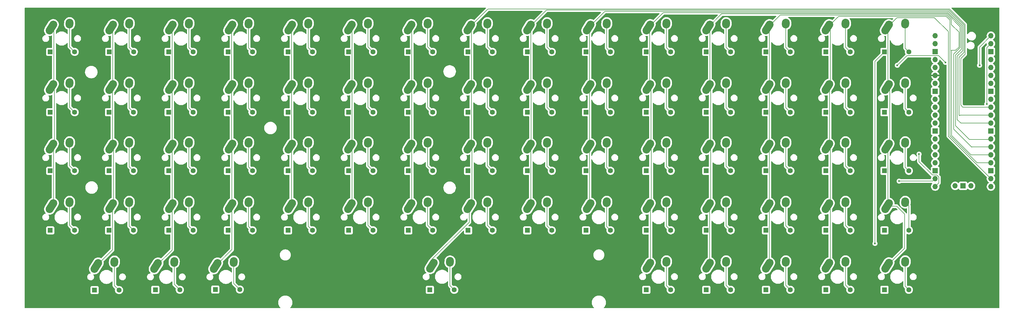
<source format=gbr>
%TF.GenerationSoftware,KiCad,Pcbnew,9.0.2*%
%TF.CreationDate,2025-06-02T23:42:43-04:00*%
%TF.ProjectId,OrangeDeck Keyboard,4f72616e-6765-4446-9563-6b204b657962,rev?*%
%TF.SameCoordinates,Original*%
%TF.FileFunction,Copper,L1,Top*%
%TF.FilePolarity,Positive*%
%FSLAX46Y46*%
G04 Gerber Fmt 4.6, Leading zero omitted, Abs format (unit mm)*
G04 Created by KiCad (PCBNEW 9.0.2) date 2025-06-02 23:42:43*
%MOMM*%
%LPD*%
G01*
G04 APERTURE LIST*
G04 Aperture macros list*
%AMHorizOval*
0 Thick line with rounded ends*
0 $1 width*
0 $2 $3 position (X,Y) of the first rounded end (center of the circle)*
0 $4 $5 position (X,Y) of the second rounded end (center of the circle)*
0 Add line between two ends*
20,1,$1,$2,$3,$4,$5,0*
0 Add two circle primitives to create the rounded ends*
1,1,$1,$2,$3*
1,1,$1,$4,$5*%
G04 Aperture macros list end*
%TA.AperFunction,ComponentPad*%
%ADD10HorizOval,2.500000X-0.604462X-0.948815X0.604462X0.948815X0*%
%TD*%
%TA.AperFunction,ComponentPad*%
%ADD11HorizOval,2.500000X-0.019724X-0.289328X0.019724X0.289328X0*%
%TD*%
%TA.AperFunction,ComponentPad*%
%ADD12R,1.600000X1.600000*%
%TD*%
%TA.AperFunction,ComponentPad*%
%ADD13C,1.600000*%
%TD*%
%TA.AperFunction,ComponentPad*%
%ADD14O,1.700000X1.700000*%
%TD*%
%TA.AperFunction,ComponentPad*%
%ADD15R,1.700000X1.700000*%
%TD*%
%TA.AperFunction,ViaPad*%
%ADD16C,0.600000*%
%TD*%
%TA.AperFunction,Conductor*%
%ADD17C,0.200000*%
%TD*%
G04 APERTURE END LIST*
D10*
%TO.P,K67,1*%
%TO.N,/Col11*%
X116125000Y-85380000D03*
D11*
%TO.P,K67,2*%
%TO.N,Net-(D72-A)*%
X121900000Y-84110000D03*
%TD*%
D10*
%TO.P,K23,1*%
%TO.N,/Col7*%
X39925000Y-28230000D03*
D11*
%TO.P,K23,2*%
%TO.N,Net-(D23-A)*%
X45700000Y-26960000D03*
%TD*%
D10*
%TO.P,K52,1*%
%TO.N,/Col6*%
X20875000Y-66330000D03*
D11*
%TO.P,K52,2*%
%TO.N,Net-(D52-A)*%
X26650000Y-65060000D03*
%TD*%
D10*
%TO.P,K47,1*%
%TO.N,/Col1*%
X-74375000Y-66330000D03*
D11*
%TO.P,K47,2*%
%TO.N,Net-(D47-A)*%
X-68600000Y-65060000D03*
%TD*%
D10*
%TO.P,K33,1*%
%TO.N,/Col2*%
X-55325000Y-47280000D03*
D11*
%TO.P,K33,2*%
%TO.N,Net-(D33-A)*%
X-49550000Y-46010000D03*
%TD*%
D10*
%TO.P,K1,1*%
%TO.N,/Col0*%
X-93425000Y-9180000D03*
D11*
%TO.P,K1,2*%
%TO.N,Net-(D1-A)*%
X-87650000Y-7910000D03*
%TD*%
D10*
%TO.P,K27,1*%
%TO.N,/Col11*%
X116125000Y-28230000D03*
D11*
%TO.P,K27,2*%
%TO.N,Net-(D27-A)*%
X121900000Y-26960000D03*
%TD*%
D10*
%TO.P,K60,1*%
%TO.N,/Col14*%
X173275000Y-66330000D03*
D11*
%TO.P,K60,2*%
%TO.N,Net-(D60-A)*%
X179050000Y-65060000D03*
%TD*%
D10*
%TO.P,K28,1*%
%TO.N,/Col12*%
X135175000Y-28230000D03*
D11*
%TO.P,K28,2*%
%TO.N,Net-(D28-A)*%
X140950000Y-26960000D03*
%TD*%
D10*
%TO.P,K36,1*%
%TO.N,/Col5*%
X1825000Y-47280000D03*
D11*
%TO.P,K36,2*%
%TO.N,Net-(D36-A)*%
X7600000Y-46010000D03*
%TD*%
D10*
%TO.P,K30,1*%
%TO.N,/Col14*%
X173275000Y-28230000D03*
D11*
%TO.P,K30,2*%
%TO.N,Net-(D30-A)*%
X179050000Y-26960000D03*
%TD*%
D10*
%TO.P,K45,1*%
%TO.N,/Col14*%
X173275000Y-47280000D03*
D11*
%TO.P,K45,2*%
%TO.N,Net-(D45-A)*%
X179050000Y-46010000D03*
%TD*%
D10*
%TO.P,K6,1*%
%TO.N,/Col5*%
X1825000Y-9180000D03*
D11*
%TO.P,K6,2*%
%TO.N,Net-(D6-A)*%
X7600000Y-7910000D03*
%TD*%
D10*
%TO.P,K69,1*%
%TO.N,/Col13*%
X154225000Y-85380000D03*
D11*
%TO.P,K69,2*%
%TO.N,Net-(D74-A)*%
X160000000Y-84110000D03*
%TD*%
D10*
%TO.P,K50,1*%
%TO.N,/Col4*%
X-17225000Y-66330000D03*
D11*
%TO.P,K50,2*%
%TO.N,Net-(D50-A)*%
X-11450000Y-65060000D03*
%TD*%
D10*
%TO.P,K65,1*%
%TO.N,/Col7*%
X27988250Y-85402500D03*
D11*
%TO.P,K65,2*%
%TO.N,Net-(D68-A)*%
X33763250Y-84132500D03*
%TD*%
D10*
%TO.P,K48,1*%
%TO.N,/Col2*%
X-55325000Y-66330000D03*
D11*
%TO.P,K48,2*%
%TO.N,Net-(D48-A)*%
X-49550000Y-65060000D03*
%TD*%
D10*
%TO.P,K5,1*%
%TO.N,/Col4*%
X-17225000Y-9180000D03*
D11*
%TO.P,K5,2*%
%TO.N,Net-(D5-A)*%
X-11450000Y-7910000D03*
%TD*%
D10*
%TO.P,K51,1*%
%TO.N,/Col5*%
X1825000Y-66330000D03*
D11*
%TO.P,K51,2*%
%TO.N,Net-(D51-A)*%
X7600000Y-65060000D03*
%TD*%
D10*
%TO.P,K35,1*%
%TO.N,/Col4*%
X-17225000Y-47280000D03*
D11*
%TO.P,K35,2*%
%TO.N,Net-(D35-A)*%
X-11450000Y-46010000D03*
%TD*%
D10*
%TO.P,K7,1*%
%TO.N,/Col6*%
X20875000Y-9180000D03*
D11*
%TO.P,K7,2*%
%TO.N,Net-(D7-A)*%
X26650000Y-7910000D03*
%TD*%
D10*
%TO.P,K46,1*%
%TO.N,/Col0*%
X-93425000Y-66330000D03*
D11*
%TO.P,K46,2*%
%TO.N,Net-(D46-A)*%
X-87650000Y-65060000D03*
%TD*%
D10*
%TO.P,K9,1*%
%TO.N,/Col8*%
X58975000Y-9180000D03*
D11*
%TO.P,K9,2*%
%TO.N,Net-(D9-A)*%
X64750000Y-7910000D03*
%TD*%
D10*
%TO.P,K11,1*%
%TO.N,/Col10*%
X97075000Y-9180000D03*
D11*
%TO.P,K11,2*%
%TO.N,Net-(D11-A)*%
X102850000Y-7910000D03*
%TD*%
D10*
%TO.P,K24,1*%
%TO.N,/Col8*%
X58975000Y-28230000D03*
D11*
%TO.P,K24,2*%
%TO.N,Net-(D24-A)*%
X64750000Y-26960000D03*
%TD*%
D10*
%TO.P,K54,1*%
%TO.N,/Col8*%
X58975000Y-66330000D03*
D11*
%TO.P,K54,2*%
%TO.N,Net-(D54-A)*%
X64750000Y-65060000D03*
%TD*%
D10*
%TO.P,K10,1*%
%TO.N,/Col9*%
X78025000Y-9180000D03*
D11*
%TO.P,K10,2*%
%TO.N,Net-(D10-A)*%
X83800000Y-7910000D03*
%TD*%
D10*
%TO.P,K39,1*%
%TO.N,/Col8*%
X58975000Y-47280000D03*
D11*
%TO.P,K39,2*%
%TO.N,Net-(D39-A)*%
X64750000Y-46010000D03*
%TD*%
D10*
%TO.P,K66,1*%
%TO.N,/Col10*%
X97075000Y-85380000D03*
D11*
%TO.P,K66,2*%
%TO.N,Net-(D71-A)*%
X102850000Y-84110000D03*
%TD*%
D10*
%TO.P,K18,1*%
%TO.N,/Col2*%
X-55325000Y-28230000D03*
D11*
%TO.P,K18,2*%
%TO.N,Net-(D18-A)*%
X-49550000Y-26960000D03*
%TD*%
D10*
%TO.P,K31,1*%
%TO.N,/Col0*%
X-93425000Y-47280000D03*
D11*
%TO.P,K31,2*%
%TO.N,Net-(D31-A)*%
X-87650000Y-46010000D03*
%TD*%
D10*
%TO.P,K37,1*%
%TO.N,/Col6*%
X20875000Y-47280000D03*
D11*
%TO.P,K37,2*%
%TO.N,Net-(D37-A)*%
X26650000Y-46010000D03*
%TD*%
D10*
%TO.P,K17,1*%
%TO.N,/Col1*%
X-74375000Y-28230000D03*
D11*
%TO.P,K17,2*%
%TO.N,Net-(D17-A)*%
X-68600000Y-26960000D03*
%TD*%
D10*
%TO.P,K68,1*%
%TO.N,/Col12*%
X135175000Y-85380000D03*
D11*
%TO.P,K68,2*%
%TO.N,Net-(D73-A)*%
X140950000Y-84110000D03*
%TD*%
D10*
%TO.P,K13,1*%
%TO.N,/Col12*%
X135175000Y-9180000D03*
D11*
%TO.P,K13,2*%
%TO.N,Net-(D13-A)*%
X140950000Y-7910000D03*
%TD*%
D10*
%TO.P,K26,1*%
%TO.N,/Col10*%
X97075000Y-28230000D03*
D11*
%TO.P,K26,2*%
%TO.N,Net-(D26-A)*%
X102850000Y-26960000D03*
%TD*%
D10*
%TO.P,K15,1*%
%TO.N,/Col14*%
X173275000Y-9180000D03*
D11*
%TO.P,K15,2*%
%TO.N,Net-(D15-A)*%
X179050000Y-7910000D03*
%TD*%
D10*
%TO.P,K63,1*%
%TO.N,/Col2*%
X-60025000Y-85457500D03*
D11*
%TO.P,K63,2*%
%TO.N,Net-(D63-A)*%
X-54250000Y-84187500D03*
%TD*%
D10*
%TO.P,K2,1*%
%TO.N,/Col1*%
X-74375000Y-9180000D03*
D11*
%TO.P,K2,2*%
%TO.N,Net-(D2-A)*%
X-68600000Y-7910000D03*
%TD*%
D10*
%TO.P,K25,1*%
%TO.N,/Col9*%
X78025000Y-28230000D03*
D11*
%TO.P,K25,2*%
%TO.N,Net-(D25-A)*%
X83800000Y-26960000D03*
%TD*%
D10*
%TO.P,K59,1*%
%TO.N,/Col13*%
X154225000Y-66330000D03*
D11*
%TO.P,K59,2*%
%TO.N,Net-(D59-A)*%
X160000000Y-65060000D03*
%TD*%
D10*
%TO.P,K38,1*%
%TO.N,/Col7*%
X39925000Y-47280000D03*
D11*
%TO.P,K38,2*%
%TO.N,Net-(D38-A)*%
X45700000Y-46010000D03*
%TD*%
D10*
%TO.P,K49,1*%
%TO.N,/Col3*%
X-36275000Y-66330000D03*
D11*
%TO.P,K49,2*%
%TO.N,Net-(D49-A)*%
X-30500000Y-65060000D03*
%TD*%
D10*
%TO.P,K16,1*%
%TO.N,/Col0*%
X-93425000Y-28230000D03*
D11*
%TO.P,K16,2*%
%TO.N,Net-(D16-A)*%
X-87650000Y-26960000D03*
%TD*%
D10*
%TO.P,K29,1*%
%TO.N,/Col13*%
X154225000Y-28230000D03*
D11*
%TO.P,K29,2*%
%TO.N,Net-(D29-A)*%
X160000000Y-26960000D03*
%TD*%
D10*
%TO.P,K42,1*%
%TO.N,/Col11*%
X116125000Y-47280000D03*
D11*
%TO.P,K42,2*%
%TO.N,Net-(D42-A)*%
X121900000Y-46010000D03*
%TD*%
D10*
%TO.P,K21,1*%
%TO.N,/Col5*%
X1825000Y-28230000D03*
D11*
%TO.P,K21,2*%
%TO.N,Net-(D21-A)*%
X7600000Y-26960000D03*
%TD*%
D10*
%TO.P,K57,1*%
%TO.N,/Col11*%
X116125000Y-66330000D03*
D11*
%TO.P,K57,2*%
%TO.N,Net-(D57-A)*%
X121900000Y-65060000D03*
%TD*%
D10*
%TO.P,K32,1*%
%TO.N,/Col1*%
X-74375000Y-47280000D03*
D11*
%TO.P,K32,2*%
%TO.N,Net-(D32-A)*%
X-68600000Y-46010000D03*
%TD*%
D10*
%TO.P,K12,1*%
%TO.N,/Col11*%
X116125000Y-9180000D03*
D11*
%TO.P,K12,2*%
%TO.N,Net-(D12-A)*%
X121900000Y-7910000D03*
%TD*%
D10*
%TO.P,K8,1*%
%TO.N,/Col7*%
X39925000Y-9180000D03*
D11*
%TO.P,K8,2*%
%TO.N,Net-(D8-A)*%
X45700000Y-7910000D03*
%TD*%
D10*
%TO.P,K14,1*%
%TO.N,/Col13*%
X154225000Y-9180000D03*
D11*
%TO.P,K14,2*%
%TO.N,Net-(D14-A)*%
X160000000Y-7910000D03*
%TD*%
D10*
%TO.P,K20,1*%
%TO.N,/Col4*%
X-17225000Y-28230000D03*
D11*
%TO.P,K20,2*%
%TO.N,Net-(D20-A)*%
X-11450000Y-26960000D03*
%TD*%
D10*
%TO.P,K62,1*%
%TO.N,/Col1*%
X-79105000Y-85457500D03*
D11*
%TO.P,K62,2*%
%TO.N,Net-(D62-A)*%
X-73330000Y-84187500D03*
%TD*%
D10*
%TO.P,K19,1*%
%TO.N,/Col3*%
X-36275000Y-28230000D03*
D11*
%TO.P,K19,2*%
%TO.N,Net-(D19-A)*%
X-30500000Y-26960000D03*
%TD*%
D10*
%TO.P,K3,1*%
%TO.N,/Col2*%
X-55325000Y-9180000D03*
D11*
%TO.P,K3,2*%
%TO.N,Net-(D3-A)*%
X-49550000Y-7910000D03*
%TD*%
D10*
%TO.P,K55,1*%
%TO.N,/Col9*%
X78025000Y-66330000D03*
D11*
%TO.P,K55,2*%
%TO.N,Net-(D55-A)*%
X83800000Y-65060000D03*
%TD*%
D10*
%TO.P,K70,1*%
%TO.N,/Col14*%
X173275000Y-85380000D03*
D11*
%TO.P,K70,2*%
%TO.N,Net-(D75-A)*%
X179050000Y-84110000D03*
%TD*%
D10*
%TO.P,K44,1*%
%TO.N,/Col13*%
X154225000Y-47280000D03*
D11*
%TO.P,K44,2*%
%TO.N,Net-(D44-A)*%
X160000000Y-46010000D03*
%TD*%
D10*
%TO.P,K43,1*%
%TO.N,/Col12*%
X135175000Y-47280000D03*
D11*
%TO.P,K43,2*%
%TO.N,Net-(D43-A)*%
X140950000Y-46010000D03*
%TD*%
D10*
%TO.P,K40,1*%
%TO.N,/Col9*%
X78025000Y-47280000D03*
D11*
%TO.P,K40,2*%
%TO.N,Net-(D40-A)*%
X83800000Y-46010000D03*
%TD*%
D10*
%TO.P,K4,1*%
%TO.N,/Col3*%
X-36275000Y-9180000D03*
D11*
%TO.P,K4,2*%
%TO.N,Net-(D4-A)*%
X-30500000Y-7910000D03*
%TD*%
D10*
%TO.P,K64,1*%
%TO.N,/Col3*%
X-41025000Y-85457500D03*
D11*
%TO.P,K64,2*%
%TO.N,Net-(D64-A)*%
X-35250000Y-84187500D03*
%TD*%
D10*
%TO.P,K41,1*%
%TO.N,/Col10*%
X97075000Y-47280000D03*
D11*
%TO.P,K41,2*%
%TO.N,Net-(D41-A)*%
X102850000Y-46010000D03*
%TD*%
D10*
%TO.P,K53,1*%
%TO.N,/Col7*%
X39925000Y-66330000D03*
D11*
%TO.P,K53,2*%
%TO.N,Net-(D53-A)*%
X45700000Y-65060000D03*
%TD*%
D10*
%TO.P,K56,1*%
%TO.N,/Col10*%
X97075000Y-66330000D03*
D11*
%TO.P,K56,2*%
%TO.N,Net-(D56-A)*%
X102850000Y-65060000D03*
%TD*%
D10*
%TO.P,K58,1*%
%TO.N,/Col12*%
X135175000Y-66330000D03*
D11*
%TO.P,K58,2*%
%TO.N,Net-(D58-A)*%
X140950000Y-65060000D03*
%TD*%
D10*
%TO.P,K34,1*%
%TO.N,/Col3*%
X-36275000Y-47280000D03*
D11*
%TO.P,K34,2*%
%TO.N,Net-(D34-A)*%
X-30500000Y-46010000D03*
%TD*%
D10*
%TO.P,K22,1*%
%TO.N,/Col6*%
X20875000Y-28230000D03*
D11*
%TO.P,K22,2*%
%TO.N,Net-(D22-A)*%
X26650000Y-26960000D03*
%TD*%
D12*
%TO.P,D6,1,K*%
%TO.N,/Row0*%
X1425000Y-16968750D03*
D13*
%TO.P,D6,2,A*%
%TO.N,Net-(D6-A)*%
X9225000Y-16968750D03*
%TD*%
D12*
%TO.P,D54,1,K*%
%TO.N,/Row3*%
X58443750Y-74062500D03*
D13*
%TO.P,D54,2,A*%
%TO.N,Net-(D54-A)*%
X66243750Y-74062500D03*
%TD*%
D12*
%TO.P,D4,1,K*%
%TO.N,/Row0*%
X-37068750Y-16968750D03*
D13*
%TO.P,D4,2,A*%
%TO.N,Net-(D4-A)*%
X-29268750Y-16968750D03*
%TD*%
D12*
%TO.P,D1,1,K*%
%TO.N,/Row0*%
X-93825000Y-16968750D03*
D13*
%TO.P,D1,2,A*%
%TO.N,Net-(D1-A)*%
X-86025000Y-16968750D03*
%TD*%
D12*
%TO.P,D40,1,K*%
%TO.N,/Row2*%
X77175000Y-55031250D03*
D13*
%TO.P,D40,2,A*%
%TO.N,Net-(D40-A)*%
X84975000Y-55031250D03*
%TD*%
D12*
%TO.P,D13,1,K*%
%TO.N,/Row0*%
X134606250Y-16968750D03*
D13*
%TO.P,D13,2,A*%
%TO.N,Net-(D13-A)*%
X142406250Y-16968750D03*
%TD*%
D12*
%TO.P,D32,1,K*%
%TO.N,/Row2*%
X-75056250Y-55031250D03*
D13*
%TO.P,D32,2,A*%
%TO.N,Net-(D32-A)*%
X-67256250Y-55031250D03*
%TD*%
D12*
%TO.P,D59,1,K*%
%TO.N,/Row3*%
X153731250Y-74062500D03*
D13*
%TO.P,D59,2,A*%
%TO.N,Net-(D59-A)*%
X161531250Y-74062500D03*
%TD*%
D12*
%TO.P,D56,1,K*%
%TO.N,/Row3*%
X96412500Y-74062500D03*
D13*
%TO.P,D56,2,A*%
%TO.N,Net-(D56-A)*%
X104212500Y-74062500D03*
%TD*%
D12*
%TO.P,D12,1,K*%
%TO.N,/Row0*%
X115556250Y-16968750D03*
D13*
%TO.P,D12,2,A*%
%TO.N,Net-(D12-A)*%
X123356250Y-16968750D03*
%TD*%
D12*
%TO.P,D8,1,K*%
%TO.N,/Row0*%
X39527885Y-16968750D03*
D13*
%TO.P,D8,2,A*%
%TO.N,Net-(D8-A)*%
X47327885Y-16968750D03*
%TD*%
D12*
%TO.P,D5,1,K*%
%TO.N,/Row0*%
X-17943750Y-16968750D03*
D13*
%TO.P,D5,2,A*%
%TO.N,Net-(D5-A)*%
X-10143750Y-16968750D03*
%TD*%
D12*
%TO.P,D37,1,K*%
%TO.N,/Row2*%
X20446154Y-55031250D03*
D13*
%TO.P,D37,2,A*%
%TO.N,Net-(D37-A)*%
X28246154Y-55031250D03*
%TD*%
D12*
%TO.P,D26,1,K*%
%TO.N,/Row1*%
X96412500Y-36281250D03*
D13*
%TO.P,D26,2,A*%
%TO.N,Net-(D26-A)*%
X104212500Y-36281250D03*
%TD*%
D12*
%TO.P,D73,1,K*%
%TO.N,/Row4*%
X134606250Y-93093750D03*
D13*
%TO.P,D73,2,A*%
%TO.N,Net-(D73-A)*%
X142406250Y-93093750D03*
%TD*%
D12*
%TO.P,D47,1,K*%
%TO.N,/Row3*%
X-75056250Y-74062500D03*
D13*
%TO.P,D47,2,A*%
%TO.N,Net-(D47-A)*%
X-67256250Y-74062500D03*
%TD*%
D12*
%TO.P,D7,1,K*%
%TO.N,/Row0*%
X20446154Y-16968750D03*
D13*
%TO.P,D7,2,A*%
%TO.N,Net-(D7-A)*%
X28246154Y-16968750D03*
%TD*%
D12*
%TO.P,D16,1,K*%
%TO.N,/Row1*%
X-93825000Y-36281250D03*
D13*
%TO.P,D16,2,A*%
%TO.N,Net-(D16-A)*%
X-86025000Y-36281250D03*
%TD*%
D12*
%TO.P,D27,1,K*%
%TO.N,/Row1*%
X115556250Y-36281250D03*
D13*
%TO.P,D27,2,A*%
%TO.N,Net-(D27-A)*%
X123356250Y-36281250D03*
%TD*%
D12*
%TO.P,D24,1,K*%
%TO.N,/Row1*%
X58443750Y-36281250D03*
D13*
%TO.P,D24,2,A*%
%TO.N,Net-(D24-A)*%
X66243750Y-36281250D03*
%TD*%
D14*
%TO.P,U1,1,GPIO0*%
%TO.N,/Col0*%
X206405000Y-11803750D03*
%TO.P,U1,2,GPIO1*%
%TO.N,/Col1*%
X206405000Y-14343750D03*
D15*
%TO.P,U1,3,GND*%
%TO.N,unconnected-(U1-GND-Pad3)*%
X206405000Y-16883750D03*
D14*
%TO.P,U1,4,GPIO2*%
%TO.N,/Col2*%
X206405000Y-19423750D03*
%TO.P,U1,5,GPIO3*%
%TO.N,/Col3*%
X206405000Y-21963750D03*
%TO.P,U1,6,GPIO4*%
%TO.N,/Col4*%
X206405000Y-24503750D03*
%TO.P,U1,7,GPIO5*%
%TO.N,/Col5*%
X206405000Y-27043750D03*
D15*
%TO.P,U1,8,GND*%
%TO.N,unconnected-(U1-GND-Pad8)*%
X206405000Y-29583750D03*
D14*
%TO.P,U1,9,GPIO6*%
%TO.N,/Col6*%
X206405000Y-32123750D03*
%TO.P,U1,10,GPIO7*%
%TO.N,/Col7*%
X206405000Y-34663750D03*
%TO.P,U1,11,GPIO8*%
%TO.N,/Col8*%
X206405000Y-37203750D03*
%TO.P,U1,12,GPIO9*%
%TO.N,/Col9*%
X206405000Y-39743750D03*
D15*
%TO.P,U1,13,GND*%
%TO.N,unconnected-(U1-GND-Pad13)*%
X206405000Y-42283750D03*
D14*
%TO.P,U1,14,GPIO10*%
%TO.N,/Col10*%
X206405000Y-44823750D03*
%TO.P,U1,15,GPIO11*%
%TO.N,/Col11*%
X206405000Y-47363750D03*
%TO.P,U1,16,GPIO12*%
%TO.N,/Col12*%
X206405000Y-49903750D03*
%TO.P,U1,17,GPIO13*%
%TO.N,/Col13*%
X206405000Y-52443750D03*
D15*
%TO.P,U1,18,GND*%
%TO.N,unconnected-(U1-GND-Pad18)*%
X206405000Y-54983750D03*
D14*
%TO.P,U1,19,GPIO14*%
%TO.N,/Col14*%
X206405000Y-57523750D03*
%TO.P,U1,20,GPIO15*%
%TO.N,/Row0*%
X206405000Y-60063750D03*
%TO.P,U1,21,GPIO16*%
%TO.N,/Row1*%
X188625000Y-60063750D03*
%TO.P,U1,22,GPIO17*%
%TO.N,/Row2*%
X188625000Y-57523750D03*
D15*
%TO.P,U1,23,GND*%
%TO.N,unconnected-(U1-GND-Pad23)*%
X188625000Y-54983750D03*
D14*
%TO.P,U1,24,GPIO18*%
%TO.N,/Row3*%
X188625000Y-52443750D03*
%TO.P,U1,25,GPIO19*%
%TO.N,/Row4*%
X188625000Y-49903750D03*
%TO.P,U1,26,GPIO20*%
%TO.N,unconnected-(U1-GPIO20-Pad26)*%
X188625000Y-47363750D03*
%TO.P,U1,27,GPIO21*%
%TO.N,unconnected-(U1-GPIO21-Pad27)*%
X188625000Y-44823750D03*
D15*
%TO.P,U1,28,GND*%
%TO.N,unconnected-(U1-GND-Pad28)*%
X188625000Y-42283750D03*
D14*
%TO.P,U1,29,GPIO22*%
%TO.N,unconnected-(U1-GPIO22-Pad29)*%
X188625000Y-39743750D03*
%TO.P,U1,30,RUN*%
%TO.N,unconnected-(U1-RUN-Pad30)*%
X188625000Y-37203750D03*
%TO.P,U1,31,GPIO26_ADC0*%
%TO.N,unconnected-(U1-GPIO26_ADC0-Pad31)*%
X188625000Y-34663750D03*
%TO.P,U1,32,GPIO27_ADC1*%
%TO.N,unconnected-(U1-GPIO27_ADC1-Pad32)*%
X188625000Y-32123750D03*
D15*
%TO.P,U1,33,AGND*%
%TO.N,unconnected-(U1-AGND-Pad33)*%
X188625000Y-29583750D03*
D14*
%TO.P,U1,34,GPIO28_ADC2*%
%TO.N,unconnected-(U1-GPIO28_ADC2-Pad34)*%
X188625000Y-27043750D03*
%TO.P,U1,35,ADC_VREF*%
%TO.N,unconnected-(U1-ADC_VREF-Pad35)*%
X188625000Y-24503750D03*
%TO.P,U1,36,3V3*%
%TO.N,unconnected-(U1-3V3-Pad36)*%
X188625000Y-21963750D03*
%TO.P,U1,37,3V3_EN*%
%TO.N,unconnected-(U1-3V3_EN-Pad37)*%
X188625000Y-19423750D03*
D15*
%TO.P,U1,38,GND*%
%TO.N,unconnected-(U1-GND-Pad38)*%
X188625000Y-16883750D03*
D14*
%TO.P,U1,39,VSYS*%
%TO.N,unconnected-(U1-VSYS-Pad39)*%
X188625000Y-14343750D03*
%TO.P,U1,40,VBUS*%
%TO.N,unconnected-(U1-VBUS-Pad40)*%
X188625000Y-11803750D03*
%TO.P,U1,41,SWCLK*%
%TO.N,unconnected-(U1-SWCLK-Pad41)*%
X200055000Y-59833750D03*
D15*
%TO.P,U1,42,GND*%
%TO.N,unconnected-(U1-GND-Pad42)*%
X197515000Y-59833750D03*
D14*
%TO.P,U1,43,SWDIO*%
%TO.N,unconnected-(U1-SWDIO-Pad43)*%
X194975000Y-59833750D03*
%TD*%
D12*
%TO.P,D22,1,K*%
%TO.N,/Row1*%
X20446154Y-36281250D03*
D13*
%TO.P,D22,2,A*%
%TO.N,Net-(D22-A)*%
X28246154Y-36281250D03*
%TD*%
D12*
%TO.P,D33,1,K*%
%TO.N,/Row2*%
X-56025000Y-55031250D03*
D13*
%TO.P,D33,2,A*%
%TO.N,Net-(D33-A)*%
X-48225000Y-55031250D03*
%TD*%
D12*
%TO.P,D15,1,K*%
%TO.N,/Row0*%
X172425000Y-16968750D03*
D13*
%TO.P,D15,2,A*%
%TO.N,Net-(D15-A)*%
X180225000Y-16968750D03*
%TD*%
D12*
%TO.P,D42,1,K*%
%TO.N,/Row2*%
X115556250Y-55031250D03*
D13*
%TO.P,D42,2,A*%
%TO.N,Net-(D42-A)*%
X123356250Y-55031250D03*
%TD*%
D12*
%TO.P,D58,1,K*%
%TO.N,/Row3*%
X134606250Y-74062500D03*
D13*
%TO.P,D58,2,A*%
%TO.N,Net-(D58-A)*%
X142406250Y-74062500D03*
%TD*%
D12*
%TO.P,D20,1,K*%
%TO.N,/Row1*%
X-17943750Y-36281250D03*
D13*
%TO.P,D20,2,A*%
%TO.N,Net-(D20-A)*%
X-10143750Y-36281250D03*
%TD*%
D12*
%TO.P,D34,1,K*%
%TO.N,/Row2*%
X-37068750Y-55031250D03*
D13*
%TO.P,D34,2,A*%
%TO.N,Net-(D34-A)*%
X-29268750Y-55031250D03*
%TD*%
D12*
%TO.P,D35,1,K*%
%TO.N,/Row2*%
X-17943750Y-55031250D03*
D13*
%TO.P,D35,2,A*%
%TO.N,Net-(D35-A)*%
X-10143750Y-55031250D03*
%TD*%
D12*
%TO.P,D2,1,K*%
%TO.N,/Row0*%
X-74962500Y-16968750D03*
D13*
%TO.P,D2,2,A*%
%TO.N,Net-(D2-A)*%
X-67162500Y-16968750D03*
%TD*%
D12*
%TO.P,D39,1,K*%
%TO.N,/Row2*%
X58443750Y-55031250D03*
D13*
%TO.P,D39,2,A*%
%TO.N,Net-(D39-A)*%
X66243750Y-55031250D03*
%TD*%
D12*
%TO.P,D29,1,K*%
%TO.N,/Row1*%
X153731250Y-36281250D03*
D13*
%TO.P,D29,2,A*%
%TO.N,Net-(D29-A)*%
X161531250Y-36281250D03*
%TD*%
D12*
%TO.P,D51,1,K*%
%TO.N,/Row3*%
X1425000Y-74062500D03*
D13*
%TO.P,D51,2,A*%
%TO.N,Net-(D51-A)*%
X9225000Y-74062500D03*
%TD*%
D12*
%TO.P,D21,1,K*%
%TO.N,/Row1*%
X1425000Y-36281250D03*
D13*
%TO.P,D21,2,A*%
%TO.N,Net-(D21-A)*%
X9225000Y-36281250D03*
%TD*%
D12*
%TO.P,D31,1,K*%
%TO.N,/Row2*%
X-93825000Y-55031250D03*
D13*
%TO.P,D31,2,A*%
%TO.N,Net-(D31-A)*%
X-86025000Y-55031250D03*
%TD*%
D12*
%TO.P,D10,1,K*%
%TO.N,/Row0*%
X77175000Y-16968750D03*
D13*
%TO.P,D10,2,A*%
%TO.N,Net-(D10-A)*%
X84975000Y-16968750D03*
%TD*%
D12*
%TO.P,D62,1,K*%
%TO.N,/Row4*%
X-79668750Y-93187500D03*
D13*
%TO.P,D62,2,A*%
%TO.N,Net-(D62-A)*%
X-71868750Y-93187500D03*
%TD*%
D12*
%TO.P,D45,1,K*%
%TO.N,/Row2*%
X172425000Y-55031250D03*
D13*
%TO.P,D45,2,A*%
%TO.N,Net-(D45-A)*%
X180225000Y-55031250D03*
%TD*%
D12*
%TO.P,D38,1,K*%
%TO.N,/Row2*%
X39527885Y-55031250D03*
D13*
%TO.P,D38,2,A*%
%TO.N,Net-(D38-A)*%
X47327885Y-55031250D03*
%TD*%
D12*
%TO.P,D52,1,K*%
%TO.N,/Row3*%
X20446154Y-74062500D03*
D13*
%TO.P,D52,2,A*%
%TO.N,Net-(D52-A)*%
X28246154Y-74062500D03*
%TD*%
D12*
%TO.P,D63,1,K*%
%TO.N,/Row4*%
X-60262500Y-93093750D03*
D13*
%TO.P,D63,2,A*%
%TO.N,Net-(D63-A)*%
X-52462500Y-93093750D03*
%TD*%
D12*
%TO.P,D41,1,K*%
%TO.N,/Row2*%
X96412500Y-55031250D03*
D13*
%TO.P,D41,2,A*%
%TO.N,Net-(D41-A)*%
X104212500Y-55031250D03*
%TD*%
D12*
%TO.P,D74,1,K*%
%TO.N,/Row4*%
X153731250Y-93093750D03*
D13*
%TO.P,D74,2,A*%
%TO.N,Net-(D74-A)*%
X161531250Y-93093750D03*
%TD*%
D12*
%TO.P,D30,1,K*%
%TO.N,/Row1*%
X172425000Y-36281250D03*
D13*
%TO.P,D30,2,A*%
%TO.N,Net-(D30-A)*%
X180225000Y-36281250D03*
%TD*%
D12*
%TO.P,D48,1,K*%
%TO.N,/Row3*%
X-56025000Y-74062500D03*
D13*
%TO.P,D48,2,A*%
%TO.N,Net-(D48-A)*%
X-48225000Y-74062500D03*
%TD*%
D12*
%TO.P,D17,1,K*%
%TO.N,/Row1*%
X-75056250Y-36281250D03*
D13*
%TO.P,D17,2,A*%
%TO.N,Net-(D17-A)*%
X-67256250Y-36281250D03*
%TD*%
D12*
%TO.P,D49,1,K*%
%TO.N,/Row3*%
X-37068750Y-74062500D03*
D13*
%TO.P,D49,2,A*%
%TO.N,Net-(D49-A)*%
X-29268750Y-74062500D03*
%TD*%
D12*
%TO.P,D75,1,K*%
%TO.N,/Row4*%
X172425000Y-93093750D03*
D13*
%TO.P,D75,2,A*%
%TO.N,Net-(D75-A)*%
X180225000Y-93093750D03*
%TD*%
D12*
%TO.P,D64,1,K*%
%TO.N,/Row4*%
X-41118750Y-93000000D03*
D13*
%TO.P,D64,2,A*%
%TO.N,Net-(D64-A)*%
X-33318750Y-93000000D03*
%TD*%
D12*
%TO.P,D46,1,K*%
%TO.N,/Row3*%
X-93825000Y-74062500D03*
D13*
%TO.P,D46,2,A*%
%TO.N,Net-(D46-A)*%
X-86025000Y-74062500D03*
%TD*%
D12*
%TO.P,D14,1,K*%
%TO.N,/Row0*%
X153731250Y-16968750D03*
D13*
%TO.P,D14,2,A*%
%TO.N,Net-(D14-A)*%
X161531250Y-16968750D03*
%TD*%
D12*
%TO.P,D55,1,K*%
%TO.N,/Row3*%
X77175000Y-74062500D03*
D13*
%TO.P,D55,2,A*%
%TO.N,Net-(D55-A)*%
X84975000Y-74062500D03*
%TD*%
D12*
%TO.P,D71,1,K*%
%TO.N,/Row4*%
X96412500Y-93093750D03*
D13*
%TO.P,D71,2,A*%
%TO.N,Net-(D71-A)*%
X104212500Y-93093750D03*
%TD*%
D12*
%TO.P,D44,1,K*%
%TO.N,/Row2*%
X153731250Y-55031250D03*
D13*
%TO.P,D44,2,A*%
%TO.N,Net-(D44-A)*%
X161531250Y-55031250D03*
%TD*%
D12*
%TO.P,D68,1,K*%
%TO.N,/Row4*%
X27337500Y-93093750D03*
D13*
%TO.P,D68,2,A*%
%TO.N,Net-(D68-A)*%
X35137500Y-93093750D03*
%TD*%
D12*
%TO.P,D43,1,K*%
%TO.N,/Row2*%
X134606250Y-55031250D03*
D13*
%TO.P,D43,2,A*%
%TO.N,Net-(D43-A)*%
X142406250Y-55031250D03*
%TD*%
D12*
%TO.P,D11,1,K*%
%TO.N,/Row0*%
X96412500Y-16968750D03*
D13*
%TO.P,D11,2,A*%
%TO.N,Net-(D11-A)*%
X104212500Y-16968750D03*
%TD*%
D12*
%TO.P,D60,1,K*%
%TO.N,/Row3*%
X172425000Y-74062500D03*
D13*
%TO.P,D60,2,A*%
%TO.N,Net-(D60-A)*%
X180225000Y-74062500D03*
%TD*%
D12*
%TO.P,D25,1,K*%
%TO.N,/Row1*%
X77175000Y-36281250D03*
D13*
%TO.P,D25,2,A*%
%TO.N,Net-(D25-A)*%
X84975000Y-36281250D03*
%TD*%
D12*
%TO.P,D57,1,K*%
%TO.N,/Row3*%
X115556250Y-74062500D03*
D13*
%TO.P,D57,2,A*%
%TO.N,Net-(D57-A)*%
X123356250Y-74062500D03*
%TD*%
D12*
%TO.P,D3,1,K*%
%TO.N,/Row0*%
X-56025000Y-16968750D03*
D13*
%TO.P,D3,2,A*%
%TO.N,Net-(D3-A)*%
X-48225000Y-16968750D03*
%TD*%
D12*
%TO.P,D50,1,K*%
%TO.N,/Row3*%
X-17943750Y-74062500D03*
D13*
%TO.P,D50,2,A*%
%TO.N,Net-(D50-A)*%
X-10143750Y-74062500D03*
%TD*%
D12*
%TO.P,D28,1,K*%
%TO.N,/Row1*%
X134606250Y-36281250D03*
D13*
%TO.P,D28,2,A*%
%TO.N,Net-(D28-A)*%
X142406250Y-36281250D03*
%TD*%
D12*
%TO.P,D18,1,K*%
%TO.N,/Row1*%
X-56025000Y-36281250D03*
D13*
%TO.P,D18,2,A*%
%TO.N,Net-(D18-A)*%
X-48225000Y-36281250D03*
%TD*%
D12*
%TO.P,D19,1,K*%
%TO.N,/Row1*%
X-37068750Y-36281250D03*
D13*
%TO.P,D19,2,A*%
%TO.N,Net-(D19-A)*%
X-29268750Y-36281250D03*
%TD*%
D12*
%TO.P,D36,1,K*%
%TO.N,/Row2*%
X1425000Y-55031250D03*
D13*
%TO.P,D36,2,A*%
%TO.N,Net-(D36-A)*%
X9225000Y-55031250D03*
%TD*%
D12*
%TO.P,D9,1,K*%
%TO.N,/Row0*%
X58443750Y-16968750D03*
D13*
%TO.P,D9,2,A*%
%TO.N,Net-(D9-A)*%
X66243750Y-16968750D03*
%TD*%
D12*
%TO.P,D72,1,K*%
%TO.N,/Row4*%
X115556250Y-93093750D03*
D13*
%TO.P,D72,2,A*%
%TO.N,Net-(D72-A)*%
X123356250Y-93093750D03*
%TD*%
D12*
%TO.P,D23,1,K*%
%TO.N,/Row1*%
X39527885Y-36281250D03*
D13*
%TO.P,D23,2,A*%
%TO.N,Net-(D23-A)*%
X47327885Y-36281250D03*
%TD*%
D12*
%TO.P,D53,1,K*%
%TO.N,/Row3*%
X39527885Y-74062500D03*
D13*
%TO.P,D53,2,A*%
%TO.N,Net-(D53-A)*%
X47327885Y-74062500D03*
%TD*%
D16*
%TO.N,/Row0*%
X169406250Y-78281250D03*
%TO.N,/Row1*%
X183468750Y-49687500D03*
%TO.N,/Row2*%
X177093750Y-58312500D03*
%TO.N,/Col0*%
X191876000Y-20343750D03*
X176531250Y-21281250D03*
X202781250Y-21281250D03*
%TO.N,/Col1*%
X205085501Y-33641782D03*
%TD*%
D17*
%TO.N,Net-(D1-A)*%
X-87650000Y-15343750D02*
X-86025000Y-16968750D01*
X-87650000Y-7910000D02*
X-87650000Y-15343750D01*
%TO.N,/Row0*%
X169406250Y-19987500D02*
X169406250Y-78281250D01*
X172425000Y-16968750D02*
X169406250Y-19987500D01*
%TO.N,Net-(D2-A)*%
X-68600000Y-7910000D02*
X-68600000Y-15531250D01*
X-68600000Y-15531250D02*
X-67162500Y-16968750D01*
%TO.N,Net-(D3-A)*%
X-49550000Y-15643750D02*
X-48225000Y-16968750D01*
X-49550000Y-7910000D02*
X-49550000Y-15643750D01*
%TO.N,Net-(D4-A)*%
X-30500000Y-7910000D02*
X-30500000Y-15737500D01*
X-30500000Y-15737500D02*
X-29268750Y-16968750D01*
%TO.N,Net-(D5-A)*%
X-11450000Y-7910000D02*
X-11450000Y-15662500D01*
X-11450000Y-15662500D02*
X-10143750Y-16968750D01*
%TO.N,Net-(D6-A)*%
X7600000Y-7910000D02*
X7600000Y-15343750D01*
X7600000Y-15343750D02*
X9225000Y-16968750D01*
%TO.N,Net-(D7-A)*%
X26650000Y-15372596D02*
X28246154Y-16968750D01*
X26650000Y-7910000D02*
X26650000Y-15372596D01*
%TO.N,Net-(D8-A)*%
X45700000Y-7910000D02*
X45700000Y-15340865D01*
X45700000Y-15340865D02*
X47327885Y-16968750D01*
%TO.N,Net-(D9-A)*%
X64750000Y-7910000D02*
X64750000Y-15475000D01*
X64750000Y-15475000D02*
X66243750Y-16968750D01*
%TO.N,Net-(D10-A)*%
X83800000Y-7910000D02*
X83800000Y-15793750D01*
X83800000Y-15793750D02*
X84975000Y-16968750D01*
%TO.N,Net-(D11-A)*%
X102850000Y-7910000D02*
X102850000Y-15606250D01*
X102850000Y-15606250D02*
X104212500Y-16968750D01*
%TO.N,Net-(D12-A)*%
X121900000Y-7910000D02*
X121900000Y-15512500D01*
X121900000Y-15512500D02*
X123356250Y-16968750D01*
%TO.N,Net-(D13-A)*%
X140950000Y-7910000D02*
X140950000Y-15512500D01*
X140950000Y-15512500D02*
X142406250Y-16968750D01*
%TO.N,Net-(D14-A)*%
X160000000Y-15437500D02*
X161531250Y-16968750D01*
X160000000Y-7910000D02*
X160000000Y-15437500D01*
%TO.N,Net-(D15-A)*%
X179050000Y-7910000D02*
X179050000Y-15793750D01*
X179050000Y-15793750D02*
X180225000Y-16968750D01*
%TO.N,/Row1*%
X183468750Y-49687500D02*
X183468750Y-52129500D01*
X189776000Y-57046990D02*
X189776000Y-58912750D01*
X183468750Y-52129500D02*
X187712000Y-56372750D01*
X189101760Y-56372750D02*
X189776000Y-57046990D01*
X189776000Y-58912750D02*
X188625000Y-60063750D01*
X187712000Y-56372750D02*
X189101760Y-56372750D01*
%TO.N,Net-(D16-A)*%
X-87650000Y-34656250D02*
X-86025000Y-36281250D01*
X-87650000Y-26960000D02*
X-87650000Y-34656250D01*
%TO.N,Net-(D17-A)*%
X-68600000Y-34937500D02*
X-67256250Y-36281250D01*
X-68600000Y-26960000D02*
X-68600000Y-34937500D01*
%TO.N,Net-(D18-A)*%
X-49550000Y-34956250D02*
X-48225000Y-36281250D01*
X-49550000Y-26960000D02*
X-49550000Y-34956250D01*
%TO.N,Net-(D19-A)*%
X-30500000Y-35050000D02*
X-29268750Y-36281250D01*
X-30500000Y-26960000D02*
X-30500000Y-35050000D01*
%TO.N,Net-(D20-A)*%
X-11450000Y-34975000D02*
X-10143750Y-36281250D01*
X-11450000Y-26960000D02*
X-11450000Y-34975000D01*
%TO.N,Net-(D21-A)*%
X7600000Y-34656250D02*
X9225000Y-36281250D01*
X7600000Y-26960000D02*
X7600000Y-34656250D01*
%TO.N,Net-(D22-A)*%
X26650000Y-26960000D02*
X26650000Y-34685096D01*
X26650000Y-34685096D02*
X28246154Y-36281250D01*
%TO.N,Net-(D23-A)*%
X45700000Y-34653365D02*
X47327885Y-36281250D01*
X45700000Y-26960000D02*
X45700000Y-34653365D01*
%TO.N,Net-(D24-A)*%
X64750000Y-26960000D02*
X64750000Y-34787500D01*
X64750000Y-34787500D02*
X66243750Y-36281250D01*
%TO.N,Net-(D25-A)*%
X83800000Y-26960000D02*
X83800000Y-35106250D01*
X83800000Y-35106250D02*
X84975000Y-36281250D01*
%TO.N,Net-(D26-A)*%
X102850000Y-26960000D02*
X102850000Y-34918750D01*
X102850000Y-34918750D02*
X104212500Y-36281250D01*
%TO.N,Net-(D27-A)*%
X121900000Y-26960000D02*
X121900000Y-34825000D01*
X121900000Y-34825000D02*
X123356250Y-36281250D01*
%TO.N,Net-(D28-A)*%
X140950000Y-26960000D02*
X140950000Y-34825000D01*
X140950000Y-34825000D02*
X142406250Y-36281250D01*
%TO.N,Net-(D29-A)*%
X160000000Y-26960000D02*
X160000000Y-34750000D01*
X160000000Y-34750000D02*
X161531250Y-36281250D01*
%TO.N,Net-(D30-A)*%
X179050000Y-35106250D02*
X180225000Y-36281250D01*
X179050000Y-26960000D02*
X179050000Y-35106250D01*
%TO.N,Net-(D31-A)*%
X-87650000Y-53406250D02*
X-86025000Y-55031250D01*
X-87650000Y-46010000D02*
X-87650000Y-53406250D01*
%TO.N,/Row2*%
X177093750Y-58312500D02*
X187836250Y-58312500D01*
X187836250Y-58312500D02*
X188625000Y-57523750D01*
%TO.N,Net-(D32-A)*%
X-68600000Y-46010000D02*
X-68600000Y-53687500D01*
X-68600000Y-53687500D02*
X-67256250Y-55031250D01*
%TO.N,Net-(D33-A)*%
X-49550000Y-46010000D02*
X-49550000Y-53706250D01*
X-49550000Y-53706250D02*
X-48225000Y-55031250D01*
%TO.N,Net-(D34-A)*%
X-30500000Y-46010000D02*
X-30500000Y-53800000D01*
X-30500000Y-53800000D02*
X-29268750Y-55031250D01*
%TO.N,Net-(D35-A)*%
X-11450000Y-53725000D02*
X-10143750Y-55031250D01*
X-11450000Y-46010000D02*
X-11450000Y-53725000D01*
%TO.N,Net-(D36-A)*%
X7600000Y-53406250D02*
X9225000Y-55031250D01*
X7600000Y-46010000D02*
X7600000Y-53406250D01*
%TO.N,Net-(D37-A)*%
X26650000Y-53435096D02*
X28246154Y-55031250D01*
X26650000Y-46010000D02*
X26650000Y-53435096D01*
%TO.N,Net-(D38-A)*%
X45700000Y-53403365D02*
X47327885Y-55031250D01*
X45700000Y-46010000D02*
X45700000Y-53403365D01*
%TO.N,Net-(D39-A)*%
X64750000Y-46010000D02*
X64750000Y-53537500D01*
X64750000Y-53537500D02*
X66243750Y-55031250D01*
%TO.N,Net-(D40-A)*%
X83800000Y-46010000D02*
X83800000Y-53856250D01*
X83800000Y-53856250D02*
X84975000Y-55031250D01*
%TO.N,Net-(D41-A)*%
X102850000Y-46010000D02*
X102850000Y-53668750D01*
X102850000Y-53668750D02*
X104212500Y-55031250D01*
%TO.N,Net-(D42-A)*%
X121900000Y-53575000D02*
X123356250Y-55031250D01*
X121900000Y-46010000D02*
X121900000Y-53575000D01*
%TO.N,Net-(D43-A)*%
X140950000Y-53575000D02*
X142406250Y-55031250D01*
X140950000Y-46010000D02*
X140950000Y-53575000D01*
%TO.N,Net-(D44-A)*%
X160000000Y-53500000D02*
X161531250Y-55031250D01*
X160000000Y-46010000D02*
X160000000Y-53500000D01*
%TO.N,Net-(D45-A)*%
X179050000Y-53856250D02*
X180225000Y-55031250D01*
X179050000Y-46010000D02*
X179050000Y-53856250D01*
%TO.N,Net-(D46-A)*%
X-87650000Y-72437500D02*
X-86025000Y-74062500D01*
X-87650000Y-65060000D02*
X-87650000Y-72437500D01*
%TO.N,Net-(D47-A)*%
X-68600000Y-72718750D02*
X-67256250Y-74062500D01*
X-68600000Y-65060000D02*
X-68600000Y-72718750D01*
%TO.N,Net-(D48-A)*%
X-49550000Y-72737500D02*
X-48225000Y-74062500D01*
X-49550000Y-65060000D02*
X-49550000Y-72737500D01*
%TO.N,Net-(D49-A)*%
X-30500000Y-72831250D02*
X-29268750Y-74062500D01*
X-30500000Y-65060000D02*
X-30500000Y-72831250D01*
%TO.N,Net-(D50-A)*%
X-11450000Y-65060000D02*
X-11450000Y-72756250D01*
X-11450000Y-72756250D02*
X-10143750Y-74062500D01*
%TO.N,Net-(D51-A)*%
X7600000Y-72437500D02*
X9225000Y-74062500D01*
X7600000Y-65060000D02*
X7600000Y-72437500D01*
%TO.N,Net-(D52-A)*%
X26650000Y-65060000D02*
X26650000Y-72466346D01*
X26650000Y-72466346D02*
X28246154Y-74062500D01*
%TO.N,Net-(D53-A)*%
X45700000Y-65060000D02*
X45700000Y-72434615D01*
X45700000Y-72434615D02*
X47327885Y-74062500D01*
%TO.N,Net-(D54-A)*%
X64750000Y-65060000D02*
X64750000Y-72568750D01*
X64750000Y-72568750D02*
X66243750Y-74062500D01*
%TO.N,Net-(D55-A)*%
X83800000Y-72887500D02*
X84975000Y-74062500D01*
X83800000Y-65060000D02*
X83800000Y-72887500D01*
%TO.N,Net-(D56-A)*%
X102850000Y-72700000D02*
X104212500Y-74062500D01*
X102850000Y-65060000D02*
X102850000Y-72700000D01*
%TO.N,Net-(D57-A)*%
X121900000Y-72606250D02*
X123356250Y-74062500D01*
X121900000Y-65060000D02*
X121900000Y-72606250D01*
%TO.N,Net-(D58-A)*%
X140950000Y-72606250D02*
X142406250Y-74062500D01*
X140950000Y-65060000D02*
X140950000Y-72606250D01*
%TO.N,Net-(D59-A)*%
X160000000Y-65060000D02*
X160000000Y-72531250D01*
X160000000Y-72531250D02*
X161531250Y-74062500D01*
%TO.N,Net-(D60-A)*%
X179050000Y-65060000D02*
X180225000Y-66235000D01*
X180225000Y-66235000D02*
X180225000Y-74062500D01*
%TO.N,Net-(D62-A)*%
X-73330000Y-84187500D02*
X-73330000Y-91726250D01*
X-73330000Y-91726250D02*
X-71868750Y-93187500D01*
%TO.N,Net-(D63-A)*%
X-54250000Y-91306250D02*
X-52462500Y-93093750D01*
X-54250000Y-84187500D02*
X-54250000Y-91306250D01*
%TO.N,Net-(D64-A)*%
X-35250000Y-91068750D02*
X-33318750Y-93000000D01*
X-35250000Y-84187500D02*
X-35250000Y-91068750D01*
%TO.N,Net-(D68-A)*%
X33763250Y-91719500D02*
X35137500Y-93093750D01*
X33763250Y-84132500D02*
X33763250Y-91719500D01*
%TO.N,Net-(D71-A)*%
X102850000Y-91731250D02*
X104212500Y-93093750D01*
X102850000Y-84110000D02*
X102850000Y-91731250D01*
%TO.N,Net-(D72-A)*%
X121900000Y-91637500D02*
X123356250Y-93093750D01*
X121900000Y-84110000D02*
X121900000Y-91637500D01*
%TO.N,Net-(D73-A)*%
X140950000Y-84110000D02*
X140950000Y-91637500D01*
X140950000Y-91637500D02*
X142406250Y-93093750D01*
%TO.N,Net-(D74-A)*%
X160000000Y-84110000D02*
X160000000Y-91562500D01*
X160000000Y-91562500D02*
X161531250Y-93093750D01*
%TO.N,Net-(D75-A)*%
X179050000Y-91918750D02*
X180225000Y-93093750D01*
X179050000Y-84110000D02*
X179050000Y-91918750D01*
%TO.N,/Col0*%
X-93425000Y-9180000D02*
X-92625000Y-9980000D01*
X-92531250Y-46386250D02*
X-93425000Y-47280000D01*
X-92531250Y-29123750D02*
X-92531250Y-46386250D01*
X-92625000Y-9980000D02*
X-92625000Y-27430000D01*
X189719750Y-18187500D02*
X191876000Y-20343750D01*
X-93425000Y-28230000D02*
X-92531250Y-29123750D01*
X-92724000Y-47981000D02*
X-92724000Y-65629000D01*
X-93425000Y-47280000D02*
X-92724000Y-47981000D01*
X179625000Y-18187500D02*
X189719750Y-18187500D01*
X202781250Y-21281250D02*
X202781250Y-15427500D01*
X176531250Y-21281250D02*
X179625000Y-18187500D01*
X-92625000Y-27430000D02*
X-93425000Y-28230000D01*
X-92724000Y-65629000D02*
X-93425000Y-66330000D01*
X202781250Y-15427500D02*
X206405000Y-11803750D01*
%TO.N,/Col1*%
X-73955250Y-46860250D02*
X-74375000Y-47280000D01*
X-73955250Y-80307750D02*
X-79105000Y-85457500D01*
X-73593750Y-65548750D02*
X-74375000Y-66330000D01*
X-74375000Y-47280000D02*
X-73593750Y-48061250D01*
X-74375000Y-28230000D02*
X-73955250Y-28649750D01*
X-74375000Y-9180000D02*
X-73861500Y-9693500D01*
X205085501Y-15663249D02*
X205085501Y-33641782D01*
X-73955250Y-28649750D02*
X-73955250Y-46860250D01*
X-73861500Y-27716500D02*
X-74375000Y-28230000D01*
X-74375000Y-66330000D02*
X-73955250Y-66749750D01*
X-73861500Y-9693500D02*
X-73861500Y-27716500D01*
X-73955250Y-66749750D02*
X-73955250Y-80307750D01*
X206405000Y-14343750D02*
X205085501Y-15663249D01*
X-73593750Y-48061250D02*
X-73593750Y-65548750D01*
%TO.N,/Col2*%
X-55325000Y-28230000D02*
X-54924000Y-28631000D01*
X-55325000Y-9180000D02*
X-54924000Y-9581000D01*
X-54924000Y-9581000D02*
X-54924000Y-27829000D01*
X-55325000Y-47280000D02*
X-54924000Y-47681000D01*
X-54924000Y-27829000D02*
X-55325000Y-28230000D01*
X-54924000Y-80356500D02*
X-60025000Y-85457500D01*
X-54924000Y-47681000D02*
X-54924000Y-65929000D01*
X-54924000Y-65929000D02*
X-55325000Y-66330000D01*
X-55325000Y-66330000D02*
X-54924000Y-66731000D01*
X-54924000Y-46879000D02*
X-55325000Y-47280000D01*
X-54924000Y-28631000D02*
X-54924000Y-46879000D01*
X-54924000Y-66731000D02*
X-54924000Y-80356500D01*
%TO.N,/Col3*%
X-35906250Y-27861250D02*
X-36275000Y-28230000D01*
X-36275000Y-47280000D02*
X-35812500Y-47742500D01*
X-35812500Y-66792500D02*
X-35812500Y-80245000D01*
X-36275000Y-9180000D02*
X-35906250Y-9548750D01*
X-35812500Y-80245000D02*
X-41025000Y-85457500D01*
X-36275000Y-66330000D02*
X-35812500Y-66792500D01*
X-35812500Y-47742500D02*
X-35812500Y-65867500D01*
X-35812500Y-65867500D02*
X-36275000Y-66330000D01*
X-35967750Y-28537250D02*
X-35967750Y-46972750D01*
X-35906250Y-9548750D02*
X-35906250Y-27861250D01*
X-36275000Y-28230000D02*
X-35967750Y-28537250D01*
X-35967750Y-46972750D02*
X-36275000Y-47280000D01*
%TO.N,/Col4*%
X-17225000Y-47280000D02*
X-16842750Y-47662250D01*
X-16842750Y-47662250D02*
X-16842750Y-65947750D01*
X-16781250Y-46836250D02*
X-17225000Y-47280000D01*
X-17225000Y-28230000D02*
X-16781250Y-28673750D01*
X-17225000Y-9180000D02*
X-16781250Y-9623750D01*
X-16781250Y-28673750D02*
X-16781250Y-46836250D01*
X-16842750Y-65947750D02*
X-17225000Y-66330000D01*
X-16781250Y-27786250D02*
X-17225000Y-28230000D01*
X-16781250Y-9623750D02*
X-16781250Y-27786250D01*
%TO.N,/Col5*%
X1825000Y-47280000D02*
X2526000Y-47981000D01*
X1825000Y-9180000D02*
X2526000Y-9881000D01*
X2526000Y-27529000D02*
X1825000Y-28230000D01*
X1825000Y-28230000D02*
X2531250Y-28936250D01*
X2526000Y-65629000D02*
X1825000Y-66330000D01*
X2531250Y-28936250D02*
X2531250Y-46573750D01*
X2526000Y-9881000D02*
X2526000Y-27529000D01*
X2531250Y-46573750D02*
X1825000Y-47280000D01*
X2526000Y-47981000D02*
X2526000Y-65629000D01*
%TO.N,/Col6*%
X20875000Y-47280000D02*
X21547154Y-47952154D01*
X21547154Y-27557846D02*
X20875000Y-28230000D01*
X21547154Y-65657846D02*
X20875000Y-66330000D01*
X21547154Y-9852154D02*
X21547154Y-27557846D01*
X20875000Y-9180000D02*
X21547154Y-9852154D01*
X21547154Y-47952154D02*
X21547154Y-65657846D01*
X20875000Y-28230000D02*
X21547154Y-28902154D01*
X21547154Y-28902154D02*
X21547154Y-46607846D01*
X21547154Y-46607846D02*
X20875000Y-47280000D01*
%TO.N,/Col7*%
X39925000Y-9180000D02*
X45882431Y-3222569D01*
X40781250Y-65473750D02*
X39925000Y-66330000D01*
X40781250Y-48136250D02*
X40781250Y-65473750D01*
X39925000Y-9180000D02*
X40628885Y-9883885D01*
X196781250Y-34031250D02*
X197437500Y-34687500D01*
X198196000Y-8260101D02*
X198196000Y-17710250D01*
X39925000Y-66330000D02*
X39925000Y-71463385D01*
X45882431Y-3222569D02*
X193158468Y-3222569D01*
X193158468Y-3222569D02*
X198196000Y-8260101D01*
X27988250Y-83400135D02*
X27988250Y-85402500D01*
X39925000Y-28230000D02*
X40628885Y-28933885D01*
X196781250Y-19125000D02*
X196781250Y-34031250D01*
X40628885Y-9883885D02*
X40628885Y-27526115D01*
X197461250Y-34663750D02*
X206405000Y-34663750D01*
X40628885Y-46576115D02*
X39925000Y-47280000D01*
X40628885Y-28933885D02*
X40628885Y-46576115D01*
X39925000Y-47280000D02*
X40781250Y-48136250D01*
X197437500Y-34687500D02*
X197461250Y-34663750D01*
X40628885Y-27526115D02*
X39925000Y-28230000D01*
X198196000Y-17710250D02*
X196781250Y-19125000D01*
X39925000Y-71463385D02*
X27988250Y-83400135D01*
%TO.N,/Col8*%
X197795000Y-8426201D02*
X197795000Y-17173750D01*
X59625000Y-28880000D02*
X59625000Y-46630000D01*
X197795000Y-17173750D02*
X196218750Y-18750000D01*
X196608750Y-37203750D02*
X206405000Y-37203750D01*
X58975000Y-47280000D02*
X59544750Y-47849750D01*
X59544750Y-27660250D02*
X58975000Y-28230000D01*
X58975000Y-9180000D02*
X59544750Y-9749750D01*
X58975000Y-9180000D02*
X64531431Y-3623569D01*
X59544750Y-65760250D02*
X58975000Y-66330000D01*
X196406250Y-37406250D02*
X196608750Y-37203750D01*
X58975000Y-28230000D02*
X59625000Y-28880000D01*
X59625000Y-46630000D02*
X58975000Y-47280000D01*
X196218750Y-37218750D02*
X196406250Y-37406250D01*
X64531431Y-3623569D02*
X192992368Y-3623569D01*
X59544750Y-47849750D02*
X59544750Y-65760250D01*
X196218750Y-18750000D02*
X196218750Y-37218750D01*
X59544750Y-9749750D02*
X59544750Y-27660250D01*
X192992368Y-3623569D02*
X197795000Y-8426201D01*
%TO.N,/Col9*%
X78276000Y-27979000D02*
X78025000Y-28230000D01*
X197394000Y-8592301D02*
X197394000Y-16637250D01*
X196775000Y-39743750D02*
X206405000Y-39743750D01*
X192826268Y-4024569D02*
X197394000Y-8592301D01*
X78276000Y-47531000D02*
X78276000Y-66079000D01*
X78025000Y-9180000D02*
X78276000Y-9431000D01*
X78281250Y-47023750D02*
X78025000Y-47280000D01*
X78025000Y-9180000D02*
X83180431Y-4024569D01*
X78276000Y-66079000D02*
X78025000Y-66330000D01*
X78276000Y-9431000D02*
X78276000Y-27979000D01*
X195656250Y-18375000D02*
X195656250Y-38625000D01*
X78281250Y-28486250D02*
X78281250Y-47023750D01*
X197394000Y-16637250D02*
X195656250Y-18375000D01*
X195656250Y-38625000D02*
X196775000Y-39743750D01*
X83180431Y-4024569D02*
X192826268Y-4024569D01*
X78025000Y-47280000D02*
X78276000Y-47531000D01*
X78025000Y-28230000D02*
X78281250Y-28486250D01*
%TO.N,/Col10*%
X97968750Y-48173750D02*
X97968750Y-65436250D01*
X97075000Y-9180000D02*
X97513500Y-9618500D01*
X195093750Y-40593750D02*
X199500000Y-45000000D01*
X195093750Y-18000000D02*
X195093750Y-40593750D01*
X97781250Y-67036250D02*
X97781250Y-84673750D01*
X97968750Y-65436250D02*
X97075000Y-66330000D01*
X97513500Y-27791500D02*
X97075000Y-28230000D01*
X97920538Y-29075538D02*
X97920538Y-46434462D01*
X101829431Y-4425569D02*
X192660168Y-4425569D01*
X199500000Y-45000000D02*
X206228750Y-45000000D01*
X97075000Y-47280000D02*
X97968750Y-48173750D01*
X206228750Y-45000000D02*
X206405000Y-44823750D01*
X196993000Y-8758401D02*
X196993000Y-16100750D01*
X97075000Y-66330000D02*
X97781250Y-67036250D01*
X97781250Y-84673750D02*
X97075000Y-85380000D01*
X97513500Y-9618500D02*
X97513500Y-27791500D01*
X196993000Y-16100750D02*
X195093750Y-18000000D01*
X97920538Y-46434462D02*
X97075000Y-47280000D01*
X97075000Y-28230000D02*
X97920538Y-29075538D01*
X192660168Y-4425569D02*
X196993000Y-8758401D01*
X97075000Y-9180000D02*
X101829431Y-4425569D01*
%TO.N,/Col11*%
X196592000Y-8924501D02*
X196592000Y-15585899D01*
X116657250Y-84847750D02*
X116125000Y-85380000D01*
X194552899Y-17625000D02*
X194531250Y-17625000D01*
X120478431Y-4826569D02*
X192494068Y-4826569D01*
X200250000Y-47437500D02*
X200323750Y-47363750D01*
X116718750Y-9773750D02*
X116718750Y-27636250D01*
X200323750Y-47363750D02*
X206405000Y-47363750D01*
X196592000Y-15585899D02*
X194552899Y-17625000D01*
X117000000Y-46405000D02*
X116125000Y-47280000D01*
X116718750Y-27636250D02*
X116125000Y-28230000D01*
X117000000Y-29105000D02*
X117000000Y-46405000D01*
X194531250Y-17625000D02*
X194531250Y-41718750D01*
X117000000Y-48155000D02*
X117000000Y-65455000D01*
X116125000Y-28230000D02*
X117000000Y-29105000D01*
X116657250Y-66862250D02*
X116657250Y-84847750D01*
X116125000Y-47280000D02*
X117000000Y-48155000D01*
X117000000Y-65455000D02*
X116125000Y-66330000D01*
X192494068Y-4826569D02*
X196592000Y-8924501D01*
X194531250Y-41718750D02*
X200250000Y-47437500D01*
X116125000Y-9180000D02*
X116718750Y-9773750D01*
X116125000Y-66330000D02*
X116657250Y-66862250D01*
X116125000Y-9180000D02*
X120478431Y-4826569D01*
%TO.N,/Col12*%
X135707250Y-84847750D02*
X135175000Y-85380000D01*
X193875000Y-43776650D02*
X200002100Y-49903750D01*
X135175000Y-66330000D02*
X135707250Y-66862250D01*
X135707250Y-27697750D02*
X135175000Y-28230000D01*
X195110799Y-16500000D02*
X193713500Y-16500000D01*
X135707250Y-66862250D02*
X135707250Y-84847750D01*
X192327968Y-5227569D02*
X193781250Y-6680851D01*
X135707250Y-28762250D02*
X135707250Y-46747750D01*
X200002100Y-49903750D02*
X206405000Y-49903750D01*
X135707250Y-46747750D02*
X135175000Y-47280000D01*
X135707250Y-9712250D02*
X135707250Y-27697750D01*
X193781250Y-8250000D02*
X196191000Y-10659750D01*
X135175000Y-47280000D02*
X135707250Y-47812250D01*
X135175000Y-9180000D02*
X139127431Y-5227569D01*
X135707250Y-65797750D02*
X135175000Y-66330000D01*
X135175000Y-28230000D02*
X135707250Y-28762250D01*
X139127431Y-5227569D02*
X192327968Y-5227569D01*
X196191000Y-15419799D02*
X195110799Y-16500000D01*
X135707250Y-47812250D02*
X135707250Y-65797750D01*
X193713500Y-16500000D02*
X193875000Y-16661500D01*
X196191000Y-10659750D02*
X196191000Y-15419799D01*
X135175000Y-9180000D02*
X135707250Y-9712250D01*
X193781250Y-6680851D02*
X193781250Y-8250000D01*
X193875000Y-16661500D02*
X193875000Y-43776650D01*
%TO.N,/Col13*%
X193312500Y-6779201D02*
X193312500Y-43781250D01*
X154225000Y-85380000D02*
X155135100Y-84469900D01*
X155135100Y-48190100D02*
X154225000Y-47280000D01*
X154225000Y-28230000D02*
X155135100Y-27319900D01*
X155135100Y-65419900D02*
X155135100Y-48190100D01*
X155135100Y-10090100D02*
X154225000Y-9180000D01*
X201975000Y-52443750D02*
X206405000Y-52443750D01*
X155135100Y-84469900D02*
X155135100Y-67240100D01*
X154225000Y-47280000D02*
X154875000Y-46630000D01*
X154225000Y-9180000D02*
X157776431Y-5628569D01*
X154875000Y-28880000D02*
X154225000Y-28230000D01*
X154875000Y-46630000D02*
X154875000Y-28880000D01*
X193312500Y-43781250D02*
X201975000Y-52443750D01*
X155135100Y-27319900D02*
X155135100Y-10090100D01*
X154225000Y-66330000D02*
X155135100Y-65419900D01*
X155135100Y-67240100D02*
X154225000Y-66330000D01*
X192161868Y-5628569D02*
X193312500Y-6779201D01*
X157776431Y-5628569D02*
X192161868Y-5628569D01*
%TO.N,/Col14*%
X178874900Y-79780100D02*
X173275000Y-85380000D01*
X192843750Y-43962500D02*
X206405000Y-57523750D01*
X173275000Y-9180000D02*
X173526000Y-9431000D01*
X173526000Y-9431000D02*
X173526000Y-27979000D01*
X174120538Y-29075538D02*
X174120538Y-46434462D01*
X174120538Y-46434462D02*
X173275000Y-47280000D01*
X176425431Y-6029569D02*
X188373319Y-6029569D01*
X176326189Y-66330000D02*
X178874900Y-68878711D01*
X173526000Y-66079000D02*
X173275000Y-66330000D01*
X178874900Y-68878711D02*
X178874900Y-79780100D01*
X188373319Y-6029569D02*
X192843750Y-10500000D01*
X192843750Y-10500000D02*
X192843750Y-43962500D01*
X173275000Y-47280000D02*
X173526000Y-47531000D01*
X173275000Y-66330000D02*
X176326189Y-66330000D01*
X173526000Y-27979000D02*
X173275000Y-28230000D01*
X173526000Y-47531000D02*
X173526000Y-66079000D01*
X173275000Y-28230000D02*
X174120538Y-29075538D01*
X173275000Y-9180000D02*
X176425431Y-6029569D01*
%TD*%
%TA.AperFunction,Conductor*%
%TO.N,unconnected-(U1-ADC_VREF-Pad35)*%
G36*
X45179191Y-2863935D02*
G01*
X45224946Y-2916739D01*
X45234890Y-2985897D01*
X45205865Y-3049453D01*
X45199833Y-3055931D01*
X41559270Y-6696493D01*
X41497947Y-6729978D01*
X41428255Y-6724994D01*
X41404965Y-6713393D01*
X41373248Y-6693187D01*
X41373226Y-6693175D01*
X41165277Y-6596208D01*
X41165271Y-6596206D01*
X40946424Y-6527203D01*
X40946419Y-6527202D01*
X40720444Y-6487356D01*
X40720438Y-6487355D01*
X40491199Y-6477347D01*
X40491184Y-6477347D01*
X40300698Y-6494013D01*
X40262599Y-6497347D01*
X40150585Y-6522180D01*
X40038569Y-6547013D01*
X39822941Y-6625494D01*
X39619402Y-6731450D01*
X39431434Y-6863065D01*
X39262253Y-7018092D01*
X39262248Y-7018098D01*
X39114755Y-7193870D01*
X37782536Y-9285035D01*
X37782531Y-9285044D01*
X37685560Y-9492999D01*
X37616555Y-9711850D01*
X37616555Y-9711853D01*
X37576709Y-9937828D01*
X37576708Y-9937839D01*
X37566699Y-10167076D01*
X37566699Y-10167092D01*
X37576207Y-10275757D01*
X37586699Y-10395678D01*
X37606835Y-10486504D01*
X37636365Y-10619707D01*
X37714846Y-10835335D01*
X37820799Y-11038870D01*
X37820800Y-11038871D01*
X37952418Y-11226842D01*
X38102682Y-11390827D01*
X38133461Y-11453552D01*
X38125441Y-11522960D01*
X38081170Y-11577014D01*
X38018107Y-11597448D01*
X38018168Y-11598218D01*
X38014952Y-11598470D01*
X38014702Y-11598552D01*
X38013753Y-11598565D01*
X38013314Y-11598599D01*
X37842086Y-11625720D01*
X37677211Y-11679290D01*
X37677208Y-11679291D01*
X37522739Y-11757998D01*
X37447053Y-11812988D01*
X37382486Y-11859899D01*
X37382484Y-11859901D01*
X37382483Y-11859901D01*
X37259901Y-11982483D01*
X37259901Y-11982484D01*
X37259899Y-11982486D01*
X37216136Y-12042719D01*
X37157998Y-12122739D01*
X37079291Y-12277208D01*
X37079290Y-12277211D01*
X37025720Y-12442086D01*
X36998600Y-12613312D01*
X36998600Y-12786687D01*
X37025720Y-12957913D01*
X37079290Y-13122788D01*
X37079291Y-13122791D01*
X37149226Y-13260044D01*
X37157998Y-13277260D01*
X37259899Y-13417514D01*
X37382486Y-13540101D01*
X37522740Y-13642002D01*
X37598502Y-13680604D01*
X37677208Y-13720708D01*
X37677211Y-13720709D01*
X37701901Y-13728731D01*
X37842088Y-13774280D01*
X37921391Y-13786840D01*
X38013313Y-13801400D01*
X38013318Y-13801400D01*
X38186687Y-13801400D01*
X38269695Y-13788252D01*
X38357912Y-13774280D01*
X38522791Y-13720708D01*
X38677260Y-13642002D01*
X38817514Y-13540101D01*
X38940101Y-13417514D01*
X39042002Y-13277260D01*
X39120708Y-13122791D01*
X39174280Y-12957912D01*
X39193929Y-12833854D01*
X39201400Y-12786687D01*
X39201400Y-12613312D01*
X39185284Y-12511566D01*
X39174280Y-12442088D01*
X39135314Y-12322162D01*
X39120709Y-12277211D01*
X39120708Y-12277208D01*
X39042001Y-12122738D01*
X39024432Y-12098557D01*
X39001130Y-12066485D01*
X38977650Y-12000680D01*
X38993475Y-11932626D01*
X39043580Y-11883931D01*
X39112058Y-11870055D01*
X39122984Y-11871485D01*
X39125555Y-11871938D01*
X39129558Y-11872644D01*
X39358806Y-11882654D01*
X39587401Y-11862654D01*
X39811429Y-11812988D01*
X39861975Y-11794590D01*
X39931702Y-11790158D01*
X39992758Y-11824128D01*
X40025756Y-11885715D01*
X40028385Y-11911112D01*
X40028385Y-15544250D01*
X40008700Y-15611289D01*
X39955896Y-15657044D01*
X39904385Y-15668250D01*
X38680014Y-15668250D01*
X38680008Y-15668251D01*
X38620401Y-15674658D01*
X38485556Y-15724952D01*
X38485549Y-15724956D01*
X38370340Y-15811202D01*
X38370337Y-15811205D01*
X38284091Y-15926414D01*
X38284087Y-15926421D01*
X38233793Y-16061267D01*
X38227386Y-16120866D01*
X38227385Y-16120885D01*
X38227385Y-17816620D01*
X38227386Y-17816626D01*
X38233793Y-17876233D01*
X38284087Y-18011078D01*
X38284091Y-18011085D01*
X38370337Y-18126294D01*
X38370340Y-18126297D01*
X38485549Y-18212543D01*
X38485556Y-18212547D01*
X38620402Y-18262841D01*
X38620401Y-18262841D01*
X38627329Y-18263585D01*
X38680012Y-18269250D01*
X39904385Y-18269249D01*
X39971424Y-18288934D01*
X40017179Y-18341737D01*
X40028385Y-18393249D01*
X40028385Y-25513893D01*
X40008700Y-25580932D01*
X39955896Y-25626687D01*
X39946796Y-25630415D01*
X39822939Y-25675495D01*
X39619402Y-25781450D01*
X39431434Y-25913065D01*
X39262253Y-26068092D01*
X39262248Y-26068098D01*
X39114755Y-26243870D01*
X37782536Y-28335035D01*
X37782531Y-28335044D01*
X37685560Y-28542999D01*
X37616555Y-28761850D01*
X37616555Y-28761853D01*
X37576709Y-28987828D01*
X37576708Y-28987839D01*
X37566699Y-29217076D01*
X37566699Y-29217092D01*
X37581699Y-29388529D01*
X37586699Y-29445678D01*
X37608497Y-29544001D01*
X37636365Y-29669707D01*
X37714846Y-29885335D01*
X37820799Y-30088870D01*
X37820800Y-30088871D01*
X37952418Y-30276842D01*
X38102682Y-30440827D01*
X38133461Y-30503552D01*
X38125441Y-30572960D01*
X38081170Y-30627014D01*
X38018107Y-30647448D01*
X38018168Y-30648218D01*
X38014952Y-30648470D01*
X38014702Y-30648552D01*
X38013753Y-30648565D01*
X38013314Y-30648599D01*
X37842086Y-30675720D01*
X37677211Y-30729290D01*
X37677208Y-30729291D01*
X37522739Y-30807998D01*
X37447053Y-30862988D01*
X37382486Y-30909899D01*
X37382484Y-30909901D01*
X37382483Y-30909901D01*
X37259901Y-31032483D01*
X37259901Y-31032484D01*
X37259899Y-31032486D01*
X37233297Y-31069100D01*
X37157998Y-31172739D01*
X37079291Y-31327208D01*
X37079290Y-31327211D01*
X37025720Y-31492086D01*
X36998600Y-31663312D01*
X36998600Y-31836687D01*
X37025720Y-32007913D01*
X37079290Y-32172788D01*
X37079291Y-32172791D01*
X37144303Y-32300383D01*
X37157998Y-32327260D01*
X37259899Y-32467514D01*
X37382486Y-32590101D01*
X37522740Y-32692002D01*
X37598502Y-32730604D01*
X37677208Y-32770708D01*
X37677211Y-32770709D01*
X37701901Y-32778731D01*
X37842088Y-32824280D01*
X37921391Y-32836840D01*
X38013313Y-32851400D01*
X38013318Y-32851400D01*
X38186687Y-32851400D01*
X38269695Y-32838252D01*
X38357912Y-32824280D01*
X38522791Y-32770708D01*
X38677260Y-32692002D01*
X38817514Y-32590101D01*
X38940101Y-32467514D01*
X39042002Y-32327260D01*
X39120708Y-32172791D01*
X39174280Y-32007912D01*
X39191830Y-31897106D01*
X39201400Y-31836687D01*
X39201400Y-31663312D01*
X39180220Y-31529594D01*
X39174280Y-31492088D01*
X39147494Y-31409648D01*
X39120709Y-31327211D01*
X39120708Y-31327208D01*
X39042001Y-31172738D01*
X39024432Y-31148557D01*
X39001130Y-31116485D01*
X38977650Y-31050680D01*
X38993475Y-30982626D01*
X39043580Y-30933931D01*
X39112058Y-30920055D01*
X39122984Y-30921485D01*
X39125555Y-30921938D01*
X39129558Y-30922644D01*
X39358806Y-30932654D01*
X39587401Y-30912654D01*
X39811429Y-30862988D01*
X39861975Y-30844590D01*
X39931702Y-30840158D01*
X39992758Y-30874128D01*
X40025756Y-30935715D01*
X40028385Y-30961112D01*
X40028385Y-34856750D01*
X40008700Y-34923789D01*
X39955896Y-34969544D01*
X39904385Y-34980750D01*
X38680014Y-34980750D01*
X38680008Y-34980751D01*
X38620401Y-34987158D01*
X38485556Y-35037452D01*
X38485549Y-35037456D01*
X38370340Y-35123702D01*
X38370337Y-35123705D01*
X38284091Y-35238914D01*
X38284087Y-35238921D01*
X38233794Y-35373766D01*
X38233793Y-35373766D01*
X38227386Y-35433366D01*
X38227385Y-35433385D01*
X38227385Y-37129120D01*
X38227386Y-37129126D01*
X38233793Y-37188733D01*
X38284087Y-37323578D01*
X38284091Y-37323585D01*
X38370337Y-37438794D01*
X38370340Y-37438797D01*
X38485549Y-37525043D01*
X38485556Y-37525047D01*
X38620402Y-37575341D01*
X38620401Y-37575341D01*
X38627329Y-37576085D01*
X38680012Y-37581750D01*
X39904385Y-37581749D01*
X39971424Y-37601434D01*
X40017179Y-37654237D01*
X40028385Y-37705749D01*
X40028385Y-44563893D01*
X40008700Y-44630932D01*
X39955896Y-44676687D01*
X39946796Y-44680415D01*
X39822939Y-44725495D01*
X39619402Y-44831450D01*
X39431434Y-44963065D01*
X39262253Y-45118092D01*
X39262248Y-45118098D01*
X39114755Y-45293870D01*
X37782536Y-47385035D01*
X37782531Y-47385044D01*
X37685560Y-47592999D01*
X37616555Y-47811850D01*
X37616555Y-47811853D01*
X37576709Y-48037828D01*
X37576708Y-48037839D01*
X37566699Y-48267076D01*
X37566699Y-48267092D01*
X37577790Y-48393854D01*
X37586699Y-48495678D01*
X37608497Y-48594001D01*
X37636365Y-48719707D01*
X37714846Y-48935335D01*
X37820799Y-49138870D01*
X37820800Y-49138871D01*
X37952418Y-49326842D01*
X38102682Y-49490827D01*
X38133461Y-49553552D01*
X38125441Y-49622960D01*
X38081170Y-49677014D01*
X38018107Y-49697448D01*
X38018168Y-49698218D01*
X38014952Y-49698470D01*
X38014702Y-49698552D01*
X38013753Y-49698565D01*
X38013314Y-49698599D01*
X37842086Y-49725720D01*
X37677211Y-49779290D01*
X37677208Y-49779291D01*
X37522739Y-49857998D01*
X37447053Y-49912988D01*
X37382486Y-49959899D01*
X37382484Y-49959901D01*
X37382483Y-49959901D01*
X37259901Y-50082483D01*
X37259901Y-50082484D01*
X37259899Y-50082486D01*
X37216136Y-50142719D01*
X37157998Y-50222739D01*
X37079291Y-50377208D01*
X37079290Y-50377211D01*
X37025720Y-50542086D01*
X36998600Y-50713312D01*
X36998600Y-50886687D01*
X37025720Y-51057913D01*
X37079290Y-51222788D01*
X37079291Y-51222791D01*
X37157634Y-51376545D01*
X37157998Y-51377260D01*
X37259899Y-51517514D01*
X37382486Y-51640101D01*
X37522740Y-51742002D01*
X37598502Y-51780604D01*
X37677208Y-51820708D01*
X37677211Y-51820709D01*
X37743127Y-51842126D01*
X37842088Y-51874280D01*
X37921391Y-51886840D01*
X38013313Y-51901400D01*
X38013318Y-51901400D01*
X38186687Y-51901400D01*
X38272038Y-51887881D01*
X38357912Y-51874280D01*
X38522791Y-51820708D01*
X38677260Y-51742002D01*
X38817514Y-51640101D01*
X38940101Y-51517514D01*
X39042002Y-51377260D01*
X39120708Y-51222791D01*
X39174280Y-51057912D01*
X39193929Y-50933854D01*
X39201400Y-50886687D01*
X39201400Y-50713312D01*
X39179010Y-50571955D01*
X39174280Y-50542088D01*
X39126272Y-50394334D01*
X39120709Y-50377211D01*
X39120708Y-50377208D01*
X39042001Y-50222738D01*
X39023874Y-50197789D01*
X39001130Y-50166485D01*
X38977650Y-50100680D01*
X38993475Y-50032626D01*
X39043580Y-49983931D01*
X39112058Y-49970055D01*
X39122984Y-49971485D01*
X39125555Y-49971938D01*
X39129558Y-49972644D01*
X39358806Y-49982654D01*
X39587401Y-49962654D01*
X39811429Y-49912988D01*
X40014340Y-49839134D01*
X40084069Y-49834704D01*
X40145124Y-49868674D01*
X40178122Y-49930261D01*
X40180750Y-49955657D01*
X40180750Y-53606750D01*
X40161065Y-53673789D01*
X40108261Y-53719544D01*
X40056750Y-53730750D01*
X38680014Y-53730750D01*
X38680008Y-53730751D01*
X38620401Y-53737158D01*
X38485556Y-53787452D01*
X38485549Y-53787456D01*
X38370340Y-53873702D01*
X38370337Y-53873705D01*
X38284091Y-53988914D01*
X38284087Y-53988921D01*
X38233793Y-54123767D01*
X38227386Y-54183366D01*
X38227385Y-54183385D01*
X38227385Y-55879120D01*
X38227386Y-55879126D01*
X38233793Y-55938733D01*
X38284087Y-56073578D01*
X38284091Y-56073585D01*
X38370337Y-56188794D01*
X38370340Y-56188797D01*
X38485549Y-56275043D01*
X38485556Y-56275047D01*
X38620402Y-56325341D01*
X38620401Y-56325341D01*
X38627329Y-56326085D01*
X38680012Y-56331750D01*
X40056750Y-56331749D01*
X40123789Y-56351434D01*
X40169544Y-56404237D01*
X40180750Y-56455749D01*
X40180750Y-63565971D01*
X40161065Y-63633010D01*
X40108261Y-63678765D01*
X40083591Y-63687031D01*
X40038573Y-63697012D01*
X39822941Y-63775494D01*
X39619402Y-63881450D01*
X39431434Y-64013065D01*
X39262253Y-64168092D01*
X39262248Y-64168098D01*
X39114755Y-64343870D01*
X37782536Y-66435035D01*
X37782531Y-66435044D01*
X37685560Y-66642999D01*
X37616555Y-66861850D01*
X37616555Y-66861853D01*
X37576709Y-67087828D01*
X37576708Y-67087839D01*
X37566699Y-67317076D01*
X37566699Y-67317092D01*
X37567755Y-67329158D01*
X37586699Y-67545678D01*
X37608497Y-67644001D01*
X37636365Y-67769707D01*
X37714846Y-67985335D01*
X37820799Y-68188870D01*
X37820800Y-68188871D01*
X37952418Y-68376842D01*
X38102682Y-68540827D01*
X38133461Y-68603552D01*
X38125441Y-68672960D01*
X38081170Y-68727014D01*
X38018107Y-68747448D01*
X38018168Y-68748218D01*
X38014952Y-68748470D01*
X38014702Y-68748552D01*
X38013753Y-68748565D01*
X38013314Y-68748599D01*
X37842086Y-68775720D01*
X37677211Y-68829290D01*
X37677208Y-68829291D01*
X37522739Y-68907998D01*
X37447053Y-68962988D01*
X37382486Y-69009899D01*
X37382484Y-69009901D01*
X37382483Y-69009901D01*
X37259901Y-69132483D01*
X37259901Y-69132484D01*
X37259899Y-69132486D01*
X37216136Y-69192719D01*
X37157998Y-69272739D01*
X37079291Y-69427208D01*
X37079290Y-69427211D01*
X37025720Y-69592086D01*
X36998600Y-69763312D01*
X36998600Y-69936687D01*
X37025720Y-70107913D01*
X37079290Y-70272788D01*
X37079291Y-70272791D01*
X37157998Y-70427260D01*
X37259899Y-70567514D01*
X37382486Y-70690101D01*
X37522740Y-70792002D01*
X37598502Y-70830604D01*
X37677208Y-70870708D01*
X37677211Y-70870709D01*
X37743127Y-70892126D01*
X37842088Y-70924280D01*
X37921391Y-70936840D01*
X38013313Y-70951400D01*
X38013318Y-70951400D01*
X38186687Y-70951400D01*
X38272038Y-70937881D01*
X38357912Y-70924280D01*
X38522791Y-70870708D01*
X38677260Y-70792002D01*
X38817514Y-70690101D01*
X38940101Y-70567514D01*
X39042002Y-70427260D01*
X39090015Y-70333028D01*
X39137990Y-70282233D01*
X39205811Y-70265438D01*
X39271945Y-70287975D01*
X39315397Y-70342690D01*
X39324500Y-70389324D01*
X39324500Y-71163287D01*
X39304815Y-71230326D01*
X39288181Y-71250968D01*
X27507731Y-83031417D01*
X27507729Y-83031420D01*
X27471614Y-83093975D01*
X27471612Y-83093978D01*
X27465549Y-83104479D01*
X27441937Y-83133898D01*
X27325511Y-83240584D01*
X27325498Y-83240598D01*
X27178005Y-83416370D01*
X25845786Y-85507535D01*
X25845781Y-85507544D01*
X25748810Y-85715499D01*
X25679805Y-85934350D01*
X25679805Y-85934353D01*
X25639959Y-86160328D01*
X25639958Y-86160339D01*
X25629949Y-86389576D01*
X25629949Y-86389592D01*
X25644949Y-86561029D01*
X25649949Y-86618178D01*
X25663234Y-86678101D01*
X25699615Y-86842207D01*
X25778096Y-87057835D01*
X25884049Y-87261370D01*
X25884050Y-87261371D01*
X26015668Y-87449342D01*
X26165932Y-87613327D01*
X26196711Y-87676052D01*
X26188691Y-87745460D01*
X26144420Y-87799514D01*
X26081357Y-87819948D01*
X26081418Y-87820718D01*
X26078202Y-87820970D01*
X26077952Y-87821052D01*
X26077003Y-87821065D01*
X26076564Y-87821099D01*
X25905336Y-87848220D01*
X25740461Y-87901790D01*
X25740458Y-87901791D01*
X25585989Y-87980498D01*
X25510303Y-88035488D01*
X25445736Y-88082399D01*
X25445734Y-88082401D01*
X25445733Y-88082401D01*
X25323151Y-88204983D01*
X25323151Y-88204984D01*
X25323149Y-88204986D01*
X25287171Y-88254505D01*
X25221248Y-88345239D01*
X25142541Y-88499708D01*
X25142540Y-88499711D01*
X25088970Y-88664586D01*
X25061850Y-88835812D01*
X25061850Y-89009187D01*
X25088970Y-89180413D01*
X25142540Y-89345288D01*
X25142541Y-89345291D01*
X25209784Y-89477260D01*
X25221248Y-89499760D01*
X25323149Y-89640014D01*
X25445736Y-89762601D01*
X25585990Y-89864502D01*
X25645459Y-89894803D01*
X25740458Y-89943208D01*
X25740461Y-89943209D01*
X25822898Y-89969994D01*
X25905338Y-89996780D01*
X25984641Y-90009340D01*
X26076563Y-90023900D01*
X26076568Y-90023900D01*
X26249937Y-90023900D01*
X26332945Y-90010752D01*
X26421162Y-89996780D01*
X26586041Y-89943208D01*
X26740510Y-89864502D01*
X26880764Y-89762601D01*
X27003351Y-89640014D01*
X27105252Y-89499760D01*
X27183958Y-89345291D01*
X27237530Y-89180412D01*
X27258642Y-89047116D01*
X27264650Y-89009187D01*
X27264650Y-88835812D01*
X27257510Y-88790733D01*
X27255081Y-88775400D01*
X28998850Y-88775400D01*
X28998850Y-89069599D01*
X28998851Y-89069616D01*
X29037251Y-89361296D01*
X29113402Y-89645494D01*
X29225983Y-89917290D01*
X29225992Y-89917310D01*
X29373090Y-90172089D01*
X29373101Y-90172105D01*
X29552198Y-90405509D01*
X29552204Y-90405516D01*
X29760233Y-90613545D01*
X29760240Y-90613551D01*
X29926455Y-90741092D01*
X29993653Y-90792655D01*
X29993660Y-90792659D01*
X30248439Y-90939757D01*
X30248455Y-90939765D01*
X30520255Y-91052347D01*
X30520257Y-91052347D01*
X30520263Y-91052350D01*
X30804450Y-91128498D01*
X31096144Y-91166900D01*
X31096151Y-91166900D01*
X31390349Y-91166900D01*
X31390356Y-91166900D01*
X31682050Y-91128498D01*
X31966237Y-91052350D01*
X32135885Y-90982080D01*
X32238044Y-90939765D01*
X32238047Y-90939763D01*
X32238053Y-90939761D01*
X32492847Y-90792655D01*
X32726261Y-90613550D01*
X32934300Y-90405511D01*
X32940371Y-90397598D01*
X32996797Y-90356394D01*
X33066543Y-90352236D01*
X33127465Y-90386446D01*
X33160220Y-90448162D01*
X33162750Y-90473081D01*
X33162750Y-91632830D01*
X33162749Y-91632848D01*
X33162749Y-91798554D01*
X33162748Y-91798554D01*
X33203674Y-91951289D01*
X33203675Y-91951290D01*
X33221567Y-91982279D01*
X33221568Y-91982280D01*
X33282727Y-92088212D01*
X33282731Y-92088217D01*
X33401599Y-92207085D01*
X33401605Y-92207090D01*
X33843422Y-92648907D01*
X33876907Y-92710230D01*
X33873673Y-92774904D01*
X33871865Y-92780467D01*
X33869022Y-92789218D01*
X33837000Y-92991398D01*
X33837000Y-93196101D01*
X33869022Y-93398284D01*
X33932281Y-93592973D01*
X34025215Y-93775363D01*
X34145528Y-93940963D01*
X34290286Y-94085721D01*
X34445249Y-94198306D01*
X34455890Y-94206037D01*
X34544712Y-94251294D01*
X34638276Y-94298968D01*
X34638278Y-94298968D01*
X34638281Y-94298970D01*
X34742637Y-94332877D01*
X34832965Y-94362227D01*
X34934057Y-94378238D01*
X35035148Y-94394250D01*
X35035149Y-94394250D01*
X35239851Y-94394250D01*
X35239852Y-94394250D01*
X35442034Y-94362227D01*
X35636719Y-94298970D01*
X35819110Y-94206037D01*
X35948151Y-94112284D01*
X35984713Y-94085721D01*
X35984715Y-94085718D01*
X35984719Y-94085716D01*
X36129466Y-93940969D01*
X36129468Y-93940965D01*
X36129471Y-93940963D01*
X36197101Y-93847876D01*
X36249787Y-93775360D01*
X36342720Y-93592969D01*
X36405977Y-93398284D01*
X36438000Y-93196102D01*
X36438000Y-92991398D01*
X36418559Y-92868656D01*
X36405977Y-92789215D01*
X36373180Y-92688276D01*
X36342720Y-92594531D01*
X36342718Y-92594528D01*
X36342718Y-92594526D01*
X36249787Y-92412140D01*
X36179532Y-92315441D01*
X36179531Y-92315438D01*
X36129471Y-92246537D01*
X36129467Y-92246532D01*
X36128820Y-92245885D01*
X95112000Y-92245885D01*
X95112000Y-93941620D01*
X95112001Y-93941626D01*
X95118408Y-94001233D01*
X95168702Y-94136078D01*
X95168706Y-94136085D01*
X95254952Y-94251294D01*
X95254955Y-94251297D01*
X95370164Y-94337543D01*
X95370171Y-94337547D01*
X95505017Y-94387841D01*
X95505016Y-94387841D01*
X95511944Y-94388585D01*
X95564627Y-94394250D01*
X97260372Y-94394249D01*
X97319983Y-94387841D01*
X97454831Y-94337546D01*
X97570046Y-94251296D01*
X97656296Y-94136081D01*
X97706591Y-94001233D01*
X97713000Y-93941623D01*
X97712999Y-92245878D01*
X97706591Y-92186267D01*
X97694101Y-92152780D01*
X97656297Y-92051421D01*
X97656293Y-92051414D01*
X97570047Y-91936205D01*
X97570044Y-91936202D01*
X97454835Y-91849956D01*
X97454828Y-91849952D01*
X97319982Y-91799658D01*
X97319983Y-91799658D01*
X97260383Y-91793251D01*
X97260381Y-91793250D01*
X97260373Y-91793250D01*
X97260364Y-91793250D01*
X95564629Y-91793250D01*
X95564623Y-91793251D01*
X95505016Y-91799658D01*
X95370171Y-91849952D01*
X95370164Y-91849956D01*
X95254955Y-91936202D01*
X95254952Y-91936205D01*
X95168706Y-92051414D01*
X95168702Y-92051421D01*
X95118408Y-92186267D01*
X95112001Y-92245866D01*
X95112001Y-92245873D01*
X95112000Y-92245885D01*
X36128820Y-92245885D01*
X35984713Y-92101778D01*
X35819113Y-91981465D01*
X35819112Y-91981464D01*
X35819110Y-91981463D01*
X35745000Y-91943702D01*
X35636723Y-91888531D01*
X35442034Y-91825272D01*
X35267495Y-91797628D01*
X35239852Y-91793250D01*
X35035148Y-91793250D01*
X34997099Y-91799276D01*
X34832968Y-91825272D01*
X34824217Y-91828115D01*
X34818654Y-91829923D01*
X34748813Y-91831917D01*
X34692657Y-91799672D01*
X34400069Y-91507084D01*
X34366584Y-91445761D01*
X34363750Y-91419403D01*
X34363750Y-88835812D01*
X35221850Y-88835812D01*
X35221850Y-89009187D01*
X35248970Y-89180413D01*
X35302540Y-89345288D01*
X35302541Y-89345291D01*
X35369784Y-89477260D01*
X35381248Y-89499760D01*
X35483149Y-89640014D01*
X35605736Y-89762601D01*
X35745990Y-89864502D01*
X35805459Y-89894803D01*
X35900458Y-89943208D01*
X35900461Y-89943209D01*
X35982898Y-89969994D01*
X36065338Y-89996780D01*
X36144641Y-90009340D01*
X36236563Y-90023900D01*
X36236568Y-90023900D01*
X36409937Y-90023900D01*
X36492945Y-90010752D01*
X36581162Y-89996780D01*
X36746041Y-89943208D01*
X36900510Y-89864502D01*
X37040764Y-89762601D01*
X37163351Y-89640014D01*
X37265252Y-89499760D01*
X37343958Y-89345291D01*
X37397530Y-89180412D01*
X37418642Y-89047116D01*
X37424650Y-89009187D01*
X37424650Y-88835812D01*
X37406241Y-88719586D01*
X37397530Y-88664588D01*
X37361829Y-88554711D01*
X37343959Y-88499711D01*
X37343958Y-88499708D01*
X37265251Y-88345239D01*
X37163351Y-88204986D01*
X37040764Y-88082399D01*
X36900510Y-87980498D01*
X36868286Y-87964079D01*
X36746041Y-87901791D01*
X36746038Y-87901790D01*
X36581163Y-87848220D01*
X36409937Y-87821100D01*
X36409932Y-87821100D01*
X36236568Y-87821100D01*
X36236563Y-87821100D01*
X36065336Y-87848220D01*
X35900461Y-87901790D01*
X35900458Y-87901791D01*
X35745989Y-87980498D01*
X35670303Y-88035488D01*
X35605736Y-88082399D01*
X35605734Y-88082401D01*
X35605733Y-88082401D01*
X35483151Y-88204983D01*
X35483151Y-88204984D01*
X35483149Y-88204986D01*
X35447171Y-88254505D01*
X35381248Y-88345239D01*
X35302541Y-88499708D01*
X35302540Y-88499711D01*
X35248970Y-88664586D01*
X35221850Y-88835812D01*
X34363750Y-88835812D01*
X34363750Y-86144588D01*
X34383435Y-86077549D01*
X34433194Y-86033234D01*
X34616675Y-85943349D01*
X34807804Y-85816362D01*
X34980722Y-85665515D01*
X35132472Y-85493389D01*
X35260456Y-85302929D01*
X35362485Y-85097391D01*
X35436813Y-84880295D01*
X35482169Y-84655355D01*
X35537224Y-83847762D01*
X35522815Y-83618748D01*
X35489430Y-83448582D01*
X35478640Y-83393582D01*
X35478639Y-83393579D01*
X35478638Y-83393573D01*
X35405446Y-83176090D01*
X35304495Y-82970023D01*
X35208469Y-82825494D01*
X35177511Y-82778898D01*
X35174832Y-82775827D01*
X35026661Y-82605976D01*
X34854535Y-82454226D01*
X34854531Y-82454223D01*
X34854527Y-82454220D01*
X34664076Y-82326244D01*
X34664075Y-82326243D01*
X34458539Y-82224214D01*
X34458537Y-82224213D01*
X34358590Y-82189994D01*
X34241445Y-82149886D01*
X34241442Y-82149885D01*
X34241441Y-82149885D01*
X34016501Y-82104529D01*
X34016496Y-82104528D01*
X34016499Y-82104528D01*
X33787570Y-82088922D01*
X33787554Y-82088922D01*
X33558545Y-82103331D01*
X33333381Y-82147507D01*
X33333369Y-82147510D01*
X33115900Y-82220696D01*
X32909828Y-82321649D01*
X32909826Y-82321650D01*
X32718700Y-82448634D01*
X32545778Y-82599485D01*
X32394026Y-82771613D01*
X32266048Y-82962063D01*
X32266043Y-82962072D01*
X32164019Y-83167599D01*
X32164013Y-83167614D01*
X32089688Y-83384700D01*
X32044330Y-83609649D01*
X31989276Y-84417231D01*
X31989276Y-84417247D01*
X32003685Y-84646252D01*
X32003686Y-84646261D01*
X32047859Y-84871417D01*
X32047862Y-84871427D01*
X32121054Y-85088910D01*
X32222005Y-85294977D01*
X32227293Y-85302936D01*
X32348988Y-85486101D01*
X32348990Y-85486104D01*
X32348992Y-85486106D01*
X32499839Y-85659024D01*
X32671965Y-85810774D01*
X32753814Y-85865774D01*
X32862417Y-85938753D01*
X32862420Y-85938754D01*
X32862425Y-85938758D01*
X33067963Y-86040787D01*
X33078915Y-86044536D01*
X33135963Y-86084872D01*
X33162148Y-86149650D01*
X33162750Y-86161851D01*
X33162750Y-87371918D01*
X33143065Y-87438957D01*
X33090261Y-87484712D01*
X33021103Y-87494656D01*
X32957547Y-87465631D01*
X32940374Y-87447405D01*
X32934300Y-87439489D01*
X32934298Y-87439487D01*
X32934295Y-87439483D01*
X32726266Y-87231454D01*
X32726259Y-87231448D01*
X32492855Y-87052351D01*
X32492853Y-87052349D01*
X32492847Y-87052345D01*
X32492842Y-87052342D01*
X32492839Y-87052340D01*
X32238060Y-86905242D01*
X32238044Y-86905234D01*
X31966244Y-86792652D01*
X31882273Y-86770152D01*
X31682050Y-86716502D01*
X31682049Y-86716501D01*
X31682046Y-86716501D01*
X31390366Y-86678101D01*
X31390361Y-86678100D01*
X31390356Y-86678100D01*
X31096144Y-86678100D01*
X31096138Y-86678100D01*
X31096133Y-86678101D01*
X30804453Y-86716501D01*
X30520255Y-86792652D01*
X30248455Y-86905234D01*
X30248439Y-86905242D01*
X29993660Y-87052340D01*
X29993644Y-87052351D01*
X29760240Y-87231448D01*
X29760233Y-87231454D01*
X29552204Y-87439483D01*
X29552198Y-87439490D01*
X29373101Y-87672894D01*
X29373090Y-87672910D01*
X29225992Y-87927689D01*
X29225984Y-87927705D01*
X29113402Y-88199505D01*
X29037251Y-88483703D01*
X28998851Y-88775383D01*
X28998850Y-88775400D01*
X27255081Y-88775400D01*
X27246241Y-88719586D01*
X27237530Y-88664588D01*
X27201829Y-88554711D01*
X27183959Y-88499711D01*
X27183958Y-88499708D01*
X27105251Y-88345238D01*
X27087682Y-88321057D01*
X27064380Y-88288985D01*
X27040900Y-88223180D01*
X27056725Y-88155126D01*
X27106830Y-88106431D01*
X27175308Y-88092555D01*
X27186234Y-88093985D01*
X27188805Y-88094438D01*
X27192808Y-88095144D01*
X27422056Y-88105154D01*
X27650651Y-88085154D01*
X27874679Y-88035488D01*
X28090309Y-87957006D01*
X28245728Y-87876100D01*
X28293843Y-87851053D01*
X28293844Y-87851052D01*
X28293843Y-87851052D01*
X28293848Y-87851050D01*
X28481818Y-87719432D01*
X28650999Y-87564406D01*
X28798498Y-87388624D01*
X30130715Y-85297463D01*
X30227692Y-85089495D01*
X30296694Y-84870648D01*
X30336541Y-84644665D01*
X30346551Y-84415417D01*
X30326550Y-84186822D01*
X30276885Y-83962794D01*
X30198402Y-83747164D01*
X30180097Y-83712000D01*
X30092449Y-83543629D01*
X30092448Y-83543628D01*
X29960831Y-83355657D01*
X29805804Y-83186476D01*
X29805798Y-83186471D01*
X29630026Y-83038978D01*
X29594703Y-83016475D01*
X29496817Y-82954115D01*
X29450855Y-82901495D01*
X29440637Y-82832376D01*
X29469410Y-82768706D01*
X29475750Y-82761868D01*
X30416433Y-81821185D01*
X79506750Y-81821185D01*
X79506750Y-82053814D01*
X79529185Y-82224213D01*
X79537113Y-82284430D01*
X79548317Y-82326243D01*
X79597318Y-82509120D01*
X79686333Y-82724021D01*
X79686338Y-82724032D01*
X79802637Y-82925466D01*
X79802648Y-82925482D01*
X79944246Y-83110017D01*
X79944252Y-83110024D01*
X80108725Y-83274497D01*
X80108732Y-83274503D01*
X80223022Y-83362200D01*
X80293276Y-83416108D01*
X80293283Y-83416112D01*
X80494717Y-83532411D01*
X80494722Y-83532413D01*
X80494725Y-83532415D01*
X80602178Y-83576923D01*
X80709629Y-83621431D01*
X80709630Y-83621431D01*
X80709632Y-83621432D01*
X80934320Y-83681637D01*
X81164943Y-83712000D01*
X81164950Y-83712000D01*
X81397550Y-83712000D01*
X81397557Y-83712000D01*
X81628180Y-83681637D01*
X81852868Y-83621432D01*
X82067775Y-83532415D01*
X82269224Y-83416108D01*
X82453769Y-83274502D01*
X82618252Y-83110019D01*
X82759858Y-82925474D01*
X82876165Y-82724025D01*
X82965182Y-82509118D01*
X83025387Y-82284430D01*
X83055750Y-82053807D01*
X83055750Y-81821193D01*
X83025387Y-81590570D01*
X82965182Y-81365882D01*
X82876165Y-81150975D01*
X82876163Y-81150972D01*
X82876161Y-81150967D01*
X82759862Y-80949533D01*
X82759858Y-80949526D01*
X82678954Y-80844090D01*
X82618253Y-80764982D01*
X82618247Y-80764975D01*
X82453774Y-80600502D01*
X82453767Y-80600496D01*
X82269232Y-80458898D01*
X82269230Y-80458896D01*
X82269224Y-80458892D01*
X82269219Y-80458889D01*
X82269216Y-80458887D01*
X82067782Y-80342588D01*
X82067771Y-80342583D01*
X81852870Y-80253568D01*
X81740524Y-80223465D01*
X81628180Y-80193363D01*
X81576930Y-80186615D01*
X81397564Y-80163000D01*
X81397557Y-80163000D01*
X81164943Y-80163000D01*
X81164935Y-80163000D01*
X80959944Y-80189989D01*
X80934320Y-80193363D01*
X80878148Y-80208414D01*
X80709629Y-80253568D01*
X80494728Y-80342583D01*
X80494717Y-80342588D01*
X80293283Y-80458887D01*
X80293267Y-80458898D01*
X80108732Y-80600496D01*
X80108725Y-80600502D01*
X79944252Y-80764975D01*
X79944246Y-80764982D01*
X79802648Y-80949517D01*
X79802637Y-80949533D01*
X79686338Y-81150967D01*
X79686333Y-81150978D01*
X79597318Y-81365879D01*
X79537113Y-81590571D01*
X79506750Y-81821185D01*
X30416433Y-81821185D01*
X38015706Y-74221913D01*
X38077027Y-74188430D01*
X38146719Y-74193414D01*
X38202652Y-74235286D01*
X38227069Y-74300750D01*
X38227385Y-74309596D01*
X38227385Y-74910370D01*
X38227386Y-74910376D01*
X38233793Y-74969983D01*
X38284087Y-75104828D01*
X38284091Y-75104835D01*
X38370337Y-75220044D01*
X38370340Y-75220047D01*
X38485549Y-75306293D01*
X38485556Y-75306297D01*
X38620402Y-75356591D01*
X38620401Y-75356591D01*
X38627329Y-75357335D01*
X38680012Y-75363000D01*
X40375757Y-75362999D01*
X40435368Y-75356591D01*
X40570216Y-75306296D01*
X40685431Y-75220046D01*
X40771681Y-75104831D01*
X40821976Y-74969983D01*
X40828385Y-74910373D01*
X40828384Y-73214628D01*
X40821976Y-73155017D01*
X40813298Y-73131751D01*
X40771682Y-73020171D01*
X40771678Y-73020164D01*
X40685432Y-72904955D01*
X40685429Y-72904952D01*
X40570220Y-72818706D01*
X40570213Y-72818702D01*
X40435367Y-72768408D01*
X40435368Y-72768408D01*
X40375768Y-72762001D01*
X40375766Y-72762000D01*
X40375758Y-72762000D01*
X40375750Y-72762000D01*
X39774982Y-72762000D01*
X39707943Y-72742315D01*
X39662188Y-72689511D01*
X39652244Y-72620353D01*
X39681269Y-72556797D01*
X39687301Y-72550319D01*
X39931468Y-72306152D01*
X40405520Y-71832101D01*
X40484577Y-71695169D01*
X40525501Y-71542442D01*
X40525501Y-71384327D01*
X40525501Y-71376732D01*
X40525500Y-71376714D01*
X40525500Y-69702900D01*
X40935600Y-69702900D01*
X40935600Y-69997099D01*
X40935601Y-69997116D01*
X40950187Y-70107912D01*
X40974002Y-70288800D01*
X41000937Y-70389324D01*
X41050152Y-70572994D01*
X41162734Y-70844794D01*
X41162742Y-70844810D01*
X41309840Y-71099589D01*
X41309851Y-71099605D01*
X41488948Y-71333009D01*
X41488954Y-71333016D01*
X41696983Y-71541045D01*
X41696990Y-71541051D01*
X41863205Y-71668592D01*
X41930403Y-71720155D01*
X41930410Y-71720159D01*
X42185189Y-71867257D01*
X42185205Y-71867265D01*
X42457005Y-71979847D01*
X42457007Y-71979847D01*
X42457013Y-71979850D01*
X42741200Y-72055998D01*
X43032894Y-72094400D01*
X43032901Y-72094400D01*
X43327099Y-72094400D01*
X43327106Y-72094400D01*
X43618800Y-72055998D01*
X43902987Y-71979850D01*
X43976318Y-71949475D01*
X44174794Y-71867265D01*
X44174797Y-71867263D01*
X44174803Y-71867261D01*
X44429597Y-71720155D01*
X44663011Y-71541050D01*
X44871050Y-71333011D01*
X44877121Y-71325098D01*
X44933547Y-71283894D01*
X45003293Y-71279736D01*
X45064215Y-71313946D01*
X45096970Y-71375662D01*
X45099500Y-71400581D01*
X45099500Y-72347945D01*
X45099499Y-72347963D01*
X45099499Y-72513669D01*
X45099498Y-72513669D01*
X45103121Y-72527189D01*
X45135440Y-72647804D01*
X45140424Y-72666402D01*
X45151338Y-72685305D01*
X45151339Y-72685307D01*
X45219477Y-72803327D01*
X45219481Y-72803332D01*
X45338349Y-72922200D01*
X45338355Y-72922205D01*
X46033807Y-73617657D01*
X46067292Y-73678980D01*
X46064058Y-73743655D01*
X46059407Y-73757968D01*
X46027385Y-73960148D01*
X46027385Y-74164851D01*
X46059407Y-74367034D01*
X46122666Y-74561723D01*
X46215600Y-74744113D01*
X46335913Y-74909713D01*
X46480671Y-75054471D01*
X46635634Y-75167056D01*
X46646275Y-75174787D01*
X46735097Y-75220044D01*
X46828661Y-75267718D01*
X46828663Y-75267718D01*
X46828666Y-75267720D01*
X46933022Y-75301627D01*
X47023350Y-75330977D01*
X47096065Y-75342494D01*
X47225533Y-75363000D01*
X47225534Y-75363000D01*
X47430236Y-75363000D01*
X47430237Y-75363000D01*
X47632419Y-75330977D01*
X47827104Y-75267720D01*
X48009495Y-75174787D01*
X48105786Y-75104828D01*
X48175098Y-75054471D01*
X48175100Y-75054468D01*
X48175104Y-75054466D01*
X48319851Y-74909719D01*
X48319853Y-74909715D01*
X48319856Y-74909713D01*
X48372617Y-74837090D01*
X48440172Y-74744110D01*
X48533105Y-74561719D01*
X48596362Y-74367034D01*
X48628385Y-74164852D01*
X48628385Y-73960148D01*
X48596362Y-73757966D01*
X48533105Y-73563281D01*
X48533103Y-73563278D01*
X48533103Y-73563276D01*
X48440172Y-73380890D01*
X48369917Y-73284191D01*
X48369916Y-73284188D01*
X48319856Y-73215287D01*
X48319852Y-73215282D01*
X48319205Y-73214635D01*
X57143250Y-73214635D01*
X57143250Y-74910370D01*
X57143251Y-74910376D01*
X57149658Y-74969983D01*
X57199952Y-75104828D01*
X57199956Y-75104835D01*
X57286202Y-75220044D01*
X57286205Y-75220047D01*
X57401414Y-75306293D01*
X57401421Y-75306297D01*
X57536267Y-75356591D01*
X57536266Y-75356591D01*
X57543194Y-75357335D01*
X57595877Y-75363000D01*
X59291622Y-75362999D01*
X59351233Y-75356591D01*
X59486081Y-75306296D01*
X59601296Y-75220046D01*
X59687546Y-75104831D01*
X59737841Y-74969983D01*
X59744250Y-74910373D01*
X59744249Y-73214628D01*
X59737841Y-73155017D01*
X59729163Y-73131751D01*
X59687547Y-73020171D01*
X59687543Y-73020164D01*
X59601297Y-72904955D01*
X59601294Y-72904952D01*
X59486085Y-72818706D01*
X59486078Y-72818702D01*
X59351232Y-72768408D01*
X59351233Y-72768408D01*
X59291633Y-72762001D01*
X59291631Y-72762000D01*
X59291623Y-72762000D01*
X59291614Y-72762000D01*
X57595879Y-72762000D01*
X57595873Y-72762001D01*
X57536266Y-72768408D01*
X57401421Y-72818702D01*
X57401414Y-72818706D01*
X57286205Y-72904952D01*
X57286202Y-72904955D01*
X57199956Y-73020164D01*
X57199952Y-73020171D01*
X57149658Y-73155017D01*
X57144901Y-73199270D01*
X57143251Y-73214623D01*
X57143250Y-73214635D01*
X48319205Y-73214635D01*
X48175098Y-73070528D01*
X48009498Y-72950215D01*
X48009497Y-72950214D01*
X48009495Y-72950213D01*
X47940651Y-72915135D01*
X47827108Y-72857281D01*
X47632419Y-72794022D01*
X47457880Y-72766378D01*
X47430237Y-72762000D01*
X47225533Y-72762000D01*
X47187484Y-72768026D01*
X47023353Y-72794022D01*
X47014602Y-72796865D01*
X47009039Y-72798673D01*
X46939198Y-72800667D01*
X46883042Y-72768422D01*
X46336819Y-72222199D01*
X46303334Y-72160876D01*
X46300500Y-72134518D01*
X46300500Y-69763312D01*
X47158600Y-69763312D01*
X47158600Y-69936687D01*
X47185720Y-70107913D01*
X47239290Y-70272788D01*
X47239291Y-70272791D01*
X47317998Y-70427260D01*
X47419899Y-70567514D01*
X47542486Y-70690101D01*
X47682740Y-70792002D01*
X47758502Y-70830604D01*
X47837208Y-70870708D01*
X47837211Y-70870709D01*
X47903127Y-70892126D01*
X48002088Y-70924280D01*
X48081391Y-70936840D01*
X48173313Y-70951400D01*
X48173318Y-70951400D01*
X48346687Y-70951400D01*
X48432038Y-70937881D01*
X48517912Y-70924280D01*
X48682791Y-70870708D01*
X48837260Y-70792002D01*
X48977514Y-70690101D01*
X49100101Y-70567514D01*
X49202002Y-70427260D01*
X49280708Y-70272791D01*
X49334280Y-70107912D01*
X49351831Y-69997099D01*
X49361400Y-69936687D01*
X49361400Y-69763312D01*
X49340220Y-69629594D01*
X49334280Y-69592088D01*
X49280708Y-69427209D01*
X49280708Y-69427208D01*
X49202001Y-69272739D01*
X49100101Y-69132486D01*
X48977514Y-69009899D01*
X48837260Y-68907998D01*
X48830801Y-68904707D01*
X48682791Y-68829291D01*
X48682788Y-68829290D01*
X48517913Y-68775720D01*
X48346687Y-68748600D01*
X48346682Y-68748600D01*
X48173318Y-68748600D01*
X48173313Y-68748600D01*
X48002086Y-68775720D01*
X47837211Y-68829290D01*
X47837208Y-68829291D01*
X47682739Y-68907998D01*
X47607053Y-68962988D01*
X47542486Y-69009899D01*
X47542484Y-69009901D01*
X47542483Y-69009901D01*
X47419901Y-69132483D01*
X47419901Y-69132484D01*
X47419899Y-69132486D01*
X47376136Y-69192719D01*
X47317998Y-69272739D01*
X47239291Y-69427208D01*
X47239290Y-69427211D01*
X47185720Y-69592086D01*
X47158600Y-69763312D01*
X46300500Y-69763312D01*
X46300500Y-67072088D01*
X46320185Y-67005049D01*
X46369944Y-66960734D01*
X46553425Y-66870849D01*
X46744554Y-66743862D01*
X46917472Y-66593015D01*
X47069222Y-66420889D01*
X47197206Y-66230429D01*
X47299235Y-66024891D01*
X47373563Y-65807795D01*
X47418919Y-65582855D01*
X47473974Y-64775262D01*
X47459565Y-64546248D01*
X47415388Y-64321073D01*
X47342196Y-64103590D01*
X47241245Y-63897523D01*
X47143023Y-63749688D01*
X47114261Y-63706398D01*
X47114258Y-63706394D01*
X46963411Y-63533476D01*
X46791285Y-63381726D01*
X46791281Y-63381723D01*
X46791277Y-63381720D01*
X46600826Y-63253744D01*
X46600825Y-63253743D01*
X46395289Y-63151714D01*
X46395287Y-63151713D01*
X46295340Y-63117494D01*
X46178195Y-63077386D01*
X46178192Y-63077385D01*
X46178191Y-63077385D01*
X45953251Y-63032029D01*
X45953246Y-63032028D01*
X45953249Y-63032028D01*
X45724320Y-63016422D01*
X45724304Y-63016422D01*
X45495295Y-63030831D01*
X45270131Y-63075007D01*
X45270119Y-63075010D01*
X45052650Y-63148196D01*
X44846578Y-63249149D01*
X44846576Y-63249150D01*
X44655450Y-63376134D01*
X44482528Y-63526985D01*
X44330776Y-63699113D01*
X44202798Y-63889563D01*
X44202793Y-63889572D01*
X44100769Y-64095099D01*
X44100763Y-64095114D01*
X44026438Y-64312200D01*
X43981080Y-64537149D01*
X43926026Y-65344731D01*
X43926026Y-65344747D01*
X43940435Y-65573752D01*
X43940436Y-65573761D01*
X43984609Y-65798917D01*
X43984612Y-65798927D01*
X44057804Y-66016410D01*
X44158755Y-66222477D01*
X44164043Y-66230436D01*
X44285738Y-66413601D01*
X44285740Y-66413604D01*
X44285742Y-66413606D01*
X44436589Y-66586524D01*
X44608715Y-66738274D01*
X44699729Y-66799433D01*
X44799167Y-66866253D01*
X44799170Y-66866254D01*
X44799175Y-66866258D01*
X45004713Y-66968287D01*
X45015665Y-66972036D01*
X45072713Y-67012372D01*
X45098898Y-67077150D01*
X45099500Y-67089351D01*
X45099500Y-68299418D01*
X45079815Y-68366457D01*
X45027011Y-68412212D01*
X44957853Y-68422156D01*
X44894297Y-68393131D01*
X44877124Y-68374905D01*
X44871053Y-68366993D01*
X44871050Y-68366989D01*
X44871048Y-68366987D01*
X44871045Y-68366983D01*
X44663016Y-68158954D01*
X44663009Y-68158948D01*
X44429605Y-67979851D01*
X44429603Y-67979849D01*
X44429597Y-67979845D01*
X44429592Y-67979842D01*
X44429589Y-67979840D01*
X44174810Y-67832742D01*
X44174794Y-67832734D01*
X43902994Y-67720152D01*
X43618796Y-67644001D01*
X43327116Y-67605601D01*
X43327111Y-67605600D01*
X43327106Y-67605600D01*
X43032894Y-67605600D01*
X43032888Y-67605600D01*
X43032883Y-67605601D01*
X42741203Y-67644001D01*
X42457005Y-67720152D01*
X42185205Y-67832734D01*
X42185189Y-67832742D01*
X41930410Y-67979840D01*
X41930394Y-67979851D01*
X41696990Y-68158948D01*
X41696983Y-68158954D01*
X41488954Y-68366983D01*
X41488948Y-68366990D01*
X41309851Y-68600394D01*
X41309840Y-68600410D01*
X41162742Y-68855189D01*
X41162734Y-68855205D01*
X41050152Y-69127005D01*
X40974001Y-69411203D01*
X40935601Y-69702883D01*
X40935600Y-69702900D01*
X40525500Y-69702900D01*
X40525500Y-68603507D01*
X40545185Y-68536468D01*
X40565729Y-68512083D01*
X40587749Y-68491906D01*
X40735248Y-68316124D01*
X42067465Y-66224963D01*
X42164442Y-66016995D01*
X42233444Y-65798148D01*
X42273291Y-65572165D01*
X42283301Y-65342917D01*
X42263300Y-65114322D01*
X42213635Y-64890294D01*
X42135152Y-64674664D01*
X42068303Y-64546248D01*
X42029199Y-64471129D01*
X42029198Y-64471128D01*
X41897581Y-64283157D01*
X41742554Y-64113976D01*
X41742548Y-64113971D01*
X41720075Y-64095114D01*
X41622298Y-64013068D01*
X41566774Y-63966477D01*
X41439124Y-63885154D01*
X41393161Y-63832532D01*
X41381750Y-63780574D01*
X41381750Y-52475174D01*
X41401435Y-52408135D01*
X41454239Y-52362380D01*
X41523397Y-52352436D01*
X41586953Y-52381461D01*
X41593431Y-52387493D01*
X41696983Y-52491045D01*
X41696990Y-52491051D01*
X41773861Y-52550036D01*
X41930403Y-52670155D01*
X41930410Y-52670159D01*
X42185189Y-52817257D01*
X42185205Y-52817265D01*
X42457005Y-52929847D01*
X42457007Y-52929847D01*
X42457013Y-52929850D01*
X42741200Y-53005998D01*
X43032894Y-53044400D01*
X43032901Y-53044400D01*
X43327099Y-53044400D01*
X43327106Y-53044400D01*
X43618800Y-53005998D01*
X43902987Y-52929850D01*
X43976318Y-52899475D01*
X44174794Y-52817265D01*
X44174797Y-52817263D01*
X44174803Y-52817261D01*
X44429597Y-52670155D01*
X44663011Y-52491050D01*
X44871050Y-52283011D01*
X44877121Y-52275098D01*
X44933547Y-52233894D01*
X45003293Y-52229736D01*
X45064215Y-52263946D01*
X45096970Y-52325662D01*
X45099500Y-52350581D01*
X45099500Y-53316695D01*
X45099499Y-53316713D01*
X45099499Y-53482419D01*
X45099498Y-53482419D01*
X45103121Y-53495939D01*
X45139914Y-53633251D01*
X45140424Y-53635152D01*
X45151338Y-53654055D01*
X45151339Y-53654057D01*
X45219477Y-53772077D01*
X45219481Y-53772082D01*
X45338349Y-53890950D01*
X45338355Y-53890955D01*
X46033807Y-54586407D01*
X46067292Y-54647730D01*
X46064058Y-54712405D01*
X46059407Y-54726718D01*
X46027385Y-54928898D01*
X46027385Y-55133601D01*
X46059407Y-55335784D01*
X46122666Y-55530473D01*
X46215600Y-55712863D01*
X46335913Y-55878463D01*
X46480671Y-56023221D01*
X46635634Y-56135806D01*
X46646275Y-56143537D01*
X46740009Y-56191297D01*
X46828661Y-56236468D01*
X46828663Y-56236468D01*
X46828666Y-56236470D01*
X46933022Y-56270377D01*
X47023350Y-56299727D01*
X47071404Y-56307338D01*
X47225533Y-56331750D01*
X47225534Y-56331750D01*
X47430236Y-56331750D01*
X47430237Y-56331750D01*
X47632419Y-56299727D01*
X47827104Y-56236470D01*
X48009495Y-56143537D01*
X48105786Y-56073578D01*
X48175098Y-56023221D01*
X48175100Y-56023218D01*
X48175104Y-56023216D01*
X48319851Y-55878469D01*
X48319853Y-55878465D01*
X48319856Y-55878463D01*
X48372617Y-55805840D01*
X48440172Y-55712860D01*
X48533105Y-55530469D01*
X48596362Y-55335784D01*
X48628385Y-55133602D01*
X48628385Y-54928898D01*
X48596362Y-54726716D01*
X48533105Y-54532031D01*
X48533103Y-54532028D01*
X48533103Y-54532026D01*
X48499388Y-54465857D01*
X48440172Y-54349640D01*
X48430821Y-54336770D01*
X48319856Y-54184036D01*
X48175098Y-54039278D01*
X48009498Y-53918965D01*
X48009497Y-53918964D01*
X48009495Y-53918963D01*
X47940651Y-53883885D01*
X47827108Y-53826031D01*
X47632419Y-53762772D01*
X47457880Y-53735128D01*
X47430237Y-53730750D01*
X47225533Y-53730750D01*
X47187484Y-53736776D01*
X47023353Y-53762772D01*
X47014602Y-53765615D01*
X47009039Y-53767423D01*
X46939198Y-53769417D01*
X46883042Y-53737172D01*
X46336819Y-53190949D01*
X46303334Y-53129626D01*
X46300500Y-53103268D01*
X46300500Y-50713312D01*
X47158600Y-50713312D01*
X47158600Y-50886687D01*
X47185720Y-51057913D01*
X47239290Y-51222788D01*
X47239291Y-51222791D01*
X47317634Y-51376545D01*
X47317998Y-51377260D01*
X47419899Y-51517514D01*
X47542486Y-51640101D01*
X47682740Y-51742002D01*
X47758502Y-51780604D01*
X47837208Y-51820708D01*
X47837211Y-51820709D01*
X47903127Y-51842126D01*
X48002088Y-51874280D01*
X48081391Y-51886840D01*
X48173313Y-51901400D01*
X48173318Y-51901400D01*
X48346687Y-51901400D01*
X48432038Y-51887881D01*
X48517912Y-51874280D01*
X48682791Y-51820708D01*
X48837260Y-51742002D01*
X48977514Y-51640101D01*
X49100101Y-51517514D01*
X49202002Y-51377260D01*
X49280708Y-51222791D01*
X49334280Y-51057912D01*
X49353929Y-50933854D01*
X49361400Y-50886687D01*
X49361400Y-50713312D01*
X49339010Y-50571955D01*
X49334280Y-50542088D01*
X49286272Y-50394334D01*
X49280709Y-50377211D01*
X49280708Y-50377208D01*
X49230514Y-50278698D01*
X49202002Y-50222740D01*
X49100101Y-50082486D01*
X48977514Y-49959899D01*
X48837260Y-49857998D01*
X48812873Y-49845572D01*
X48682791Y-49779291D01*
X48682788Y-49779290D01*
X48517913Y-49725720D01*
X48346687Y-49698600D01*
X48346682Y-49698600D01*
X48173318Y-49698600D01*
X48173313Y-49698600D01*
X48002086Y-49725720D01*
X47837211Y-49779290D01*
X47837208Y-49779291D01*
X47682739Y-49857998D01*
X47607053Y-49912988D01*
X47542486Y-49959899D01*
X47542484Y-49959901D01*
X47542483Y-49959901D01*
X47419901Y-50082483D01*
X47419901Y-50082484D01*
X47419899Y-50082486D01*
X47376136Y-50142719D01*
X47317998Y-50222739D01*
X47239291Y-50377208D01*
X47239290Y-50377211D01*
X47185720Y-50542086D01*
X47158600Y-50713312D01*
X46300500Y-50713312D01*
X46300500Y-48022088D01*
X46320185Y-47955049D01*
X46369944Y-47910734D01*
X46553425Y-47820849D01*
X46744554Y-47693862D01*
X46917472Y-47543015D01*
X47069222Y-47370889D01*
X47197206Y-47180429D01*
X47299235Y-46974891D01*
X47373563Y-46757795D01*
X47418919Y-46532855D01*
X47473974Y-45725262D01*
X47459565Y-45496248D01*
X47415388Y-45271073D01*
X47342196Y-45053590D01*
X47241245Y-44847523D01*
X47137392Y-44691213D01*
X47114261Y-44656398D01*
X47109300Y-44650711D01*
X46963411Y-44483476D01*
X46791285Y-44331726D01*
X46791281Y-44331723D01*
X46791277Y-44331720D01*
X46666430Y-44247827D01*
X46600825Y-44203743D01*
X46395287Y-44101713D01*
X46295340Y-44067494D01*
X46178195Y-44027386D01*
X46178192Y-44027385D01*
X46178191Y-44027385D01*
X45953251Y-43982029D01*
X45953246Y-43982028D01*
X45953249Y-43982028D01*
X45724320Y-43966422D01*
X45724304Y-43966422D01*
X45495295Y-43980831D01*
X45270131Y-44025007D01*
X45270119Y-44025010D01*
X45052650Y-44098196D01*
X44846578Y-44199149D01*
X44846576Y-44199150D01*
X44655450Y-44326134D01*
X44482528Y-44476985D01*
X44330776Y-44649113D01*
X44202798Y-44839563D01*
X44202793Y-44839572D01*
X44100769Y-45045099D01*
X44100763Y-45045114D01*
X44026438Y-45262200D01*
X43981080Y-45487149D01*
X43926026Y-46294731D01*
X43926026Y-46294747D01*
X43940435Y-46523752D01*
X43940436Y-46523761D01*
X43984609Y-46748917D01*
X43984612Y-46748927D01*
X44057804Y-46966410D01*
X44158755Y-47172477D01*
X44164043Y-47180436D01*
X44285738Y-47363601D01*
X44285740Y-47363604D01*
X44285742Y-47363606D01*
X44436589Y-47536524D01*
X44608715Y-47688274D01*
X44699729Y-47749433D01*
X44799167Y-47816253D01*
X44799170Y-47816254D01*
X44799175Y-47816258D01*
X45004713Y-47918287D01*
X45015665Y-47922036D01*
X45072713Y-47962372D01*
X45098898Y-48027150D01*
X45099500Y-48039351D01*
X45099500Y-49249418D01*
X45079815Y-49316457D01*
X45027011Y-49362212D01*
X44957853Y-49372156D01*
X44894297Y-49343131D01*
X44877124Y-49324905D01*
X44871050Y-49316989D01*
X44871048Y-49316987D01*
X44871045Y-49316983D01*
X44663016Y-49108954D01*
X44663009Y-49108948D01*
X44429605Y-48929851D01*
X44429603Y-48929849D01*
X44429597Y-48929845D01*
X44429592Y-48929842D01*
X44429589Y-48929840D01*
X44174810Y-48782742D01*
X44174794Y-48782734D01*
X43902994Y-48670152D01*
X43835970Y-48652193D01*
X43618800Y-48594002D01*
X43618799Y-48594001D01*
X43618796Y-48594001D01*
X43327116Y-48555601D01*
X43327111Y-48555600D01*
X43327106Y-48555600D01*
X43032894Y-48555600D01*
X43032888Y-48555600D01*
X43032883Y-48555601D01*
X42741203Y-48594001D01*
X42457005Y-48670152D01*
X42185205Y-48782734D01*
X42185189Y-48782742D01*
X41930410Y-48929840D01*
X41930394Y-48929851D01*
X41696990Y-49108948D01*
X41696983Y-49108954D01*
X41593431Y-49212507D01*
X41532108Y-49245992D01*
X41462416Y-49241008D01*
X41406483Y-49199136D01*
X41382066Y-49133672D01*
X41381750Y-49124826D01*
X41381750Y-48287462D01*
X41401170Y-48220837D01*
X42067457Y-47174977D01*
X42067461Y-47174968D01*
X42067465Y-47174963D01*
X42164442Y-46966995D01*
X42233444Y-46748148D01*
X42273291Y-46522165D01*
X42283301Y-46292917D01*
X42263300Y-46064322D01*
X42213635Y-45840294D01*
X42135152Y-45624664D01*
X42135147Y-45624654D01*
X42029199Y-45421129D01*
X42029198Y-45421128D01*
X41897581Y-45233157D01*
X41742554Y-45063976D01*
X41742548Y-45063971D01*
X41566776Y-44916478D01*
X41373233Y-44793178D01*
X41300980Y-44759486D01*
X41248541Y-44713313D01*
X41229385Y-44647104D01*
X41229385Y-33260032D01*
X41249070Y-33192993D01*
X41301874Y-33147238D01*
X41371032Y-33137294D01*
X41434588Y-33166319D01*
X41451761Y-33184546D01*
X41488948Y-33233009D01*
X41488954Y-33233016D01*
X41696983Y-33441045D01*
X41696990Y-33441051D01*
X41855839Y-33562940D01*
X41930403Y-33620155D01*
X41930410Y-33620159D01*
X42185189Y-33767257D01*
X42185205Y-33767265D01*
X42457005Y-33879847D01*
X42457007Y-33879847D01*
X42457013Y-33879850D01*
X42741200Y-33955998D01*
X43032894Y-33994400D01*
X43032901Y-33994400D01*
X43327099Y-33994400D01*
X43327106Y-33994400D01*
X43618800Y-33955998D01*
X43902987Y-33879850D01*
X44050296Y-33818833D01*
X44174794Y-33767265D01*
X44174797Y-33767263D01*
X44174803Y-33767261D01*
X44429597Y-33620155D01*
X44663011Y-33441050D01*
X44871050Y-33233011D01*
X44877121Y-33225098D01*
X44933547Y-33183894D01*
X45003293Y-33179736D01*
X45064215Y-33213946D01*
X45096970Y-33275662D01*
X45099500Y-33300581D01*
X45099500Y-34566695D01*
X45099499Y-34566713D01*
X45099499Y-34732419D01*
X45099498Y-34732419D01*
X45103121Y-34745939D01*
X45138646Y-34878519D01*
X45140424Y-34885152D01*
X45151338Y-34904055D01*
X45151339Y-34904057D01*
X45219477Y-35022077D01*
X45219481Y-35022082D01*
X45338349Y-35140950D01*
X45338355Y-35140955D01*
X46033807Y-35836407D01*
X46067292Y-35897730D01*
X46064058Y-35962405D01*
X46059407Y-35976718D01*
X46027385Y-36178898D01*
X46027385Y-36383601D01*
X46059407Y-36585784D01*
X46122666Y-36780473D01*
X46215600Y-36962863D01*
X46335913Y-37128463D01*
X46480671Y-37273221D01*
X46635634Y-37385806D01*
X46646275Y-37393537D01*
X46735097Y-37438794D01*
X46828661Y-37486468D01*
X46828663Y-37486468D01*
X46828666Y-37486470D01*
X46931827Y-37519989D01*
X47023350Y-37549727D01*
X47105971Y-37562813D01*
X47225533Y-37581750D01*
X47225534Y-37581750D01*
X47430236Y-37581750D01*
X47430237Y-37581750D01*
X47632419Y-37549727D01*
X47827104Y-37486470D01*
X48009495Y-37393537D01*
X48124425Y-37310036D01*
X48175098Y-37273221D01*
X48175100Y-37273218D01*
X48175104Y-37273216D01*
X48319851Y-37128469D01*
X48319853Y-37128465D01*
X48319856Y-37128463D01*
X48372617Y-37055840D01*
X48440172Y-36962860D01*
X48533105Y-36780469D01*
X48596362Y-36585784D01*
X48628385Y-36383602D01*
X48628385Y-36178898D01*
X48627552Y-36173640D01*
X48596362Y-35976715D01*
X48550773Y-35836407D01*
X48533105Y-35782031D01*
X48533103Y-35782028D01*
X48533103Y-35782026D01*
X48488179Y-35693859D01*
X48440172Y-35599640D01*
X48399415Y-35543542D01*
X48319856Y-35434036D01*
X48175098Y-35289278D01*
X48009498Y-35168965D01*
X48009497Y-35168964D01*
X48009495Y-35168963D01*
X47940651Y-35133885D01*
X47827108Y-35076031D01*
X47632419Y-35012772D01*
X47457880Y-34985128D01*
X47430237Y-34980750D01*
X47225533Y-34980750D01*
X47187484Y-34986776D01*
X47023353Y-35012772D01*
X47014602Y-35015615D01*
X47009039Y-35017423D01*
X46939198Y-35019417D01*
X46883042Y-34987172D01*
X46336819Y-34440949D01*
X46303334Y-34379626D01*
X46300500Y-34353268D01*
X46300500Y-31663312D01*
X47158600Y-31663312D01*
X47158600Y-31836687D01*
X47185720Y-32007913D01*
X47239290Y-32172788D01*
X47239291Y-32172791D01*
X47304303Y-32300383D01*
X47317998Y-32327260D01*
X47419899Y-32467514D01*
X47542486Y-32590101D01*
X47682740Y-32692002D01*
X47758502Y-32730604D01*
X47837208Y-32770708D01*
X47837211Y-32770709D01*
X47861901Y-32778731D01*
X48002088Y-32824280D01*
X48081391Y-32836840D01*
X48173313Y-32851400D01*
X48173318Y-32851400D01*
X48346687Y-32851400D01*
X48429695Y-32838252D01*
X48517912Y-32824280D01*
X48682791Y-32770708D01*
X48837260Y-32692002D01*
X48977514Y-32590101D01*
X49100101Y-32467514D01*
X49202002Y-32327260D01*
X49280708Y-32172791D01*
X49334280Y-32007912D01*
X49351830Y-31897106D01*
X49361400Y-31836687D01*
X49361400Y-31663312D01*
X49340220Y-31529594D01*
X49334280Y-31492088D01*
X49307494Y-31409648D01*
X49280709Y-31327211D01*
X49280708Y-31327208D01*
X49216304Y-31200810D01*
X49202002Y-31172740D01*
X49100101Y-31032486D01*
X48977514Y-30909899D01*
X48837260Y-30807998D01*
X48807892Y-30793034D01*
X48682791Y-30729291D01*
X48682788Y-30729290D01*
X48517913Y-30675720D01*
X48346687Y-30648600D01*
X48346682Y-30648600D01*
X48173318Y-30648600D01*
X48173313Y-30648600D01*
X48002086Y-30675720D01*
X47837211Y-30729290D01*
X47837208Y-30729291D01*
X47682739Y-30807998D01*
X47607053Y-30862988D01*
X47542486Y-30909899D01*
X47542484Y-30909901D01*
X47542483Y-30909901D01*
X47419901Y-31032483D01*
X47419901Y-31032484D01*
X47419899Y-31032486D01*
X47393297Y-31069100D01*
X47317998Y-31172739D01*
X47239291Y-31327208D01*
X47239290Y-31327211D01*
X47185720Y-31492086D01*
X47158600Y-31663312D01*
X46300500Y-31663312D01*
X46300500Y-28972088D01*
X46320185Y-28905049D01*
X46369944Y-28860734D01*
X46553425Y-28770849D01*
X46744554Y-28643862D01*
X46917472Y-28493015D01*
X47069222Y-28320889D01*
X47197206Y-28130429D01*
X47299235Y-27924891D01*
X47373563Y-27707795D01*
X47418919Y-27482855D01*
X47473974Y-26675262D01*
X47459565Y-26446248D01*
X47415388Y-26221073D01*
X47342196Y-26003590D01*
X47241245Y-25797523D01*
X47149508Y-25659449D01*
X47114261Y-25606398D01*
X47107906Y-25599113D01*
X46963411Y-25433476D01*
X46791285Y-25281726D01*
X46791281Y-25281723D01*
X46791277Y-25281720D01*
X46600826Y-25153744D01*
X46600825Y-25153743D01*
X46395289Y-25051714D01*
X46395287Y-25051713D01*
X46284405Y-25013750D01*
X46178195Y-24977386D01*
X46178192Y-24977385D01*
X46178191Y-24977385D01*
X45953251Y-24932029D01*
X45953246Y-24932028D01*
X45953249Y-24932028D01*
X45724320Y-24916422D01*
X45724304Y-24916422D01*
X45495295Y-24930831D01*
X45270131Y-24975007D01*
X45270119Y-24975010D01*
X45052650Y-25048196D01*
X44846578Y-25149149D01*
X44846576Y-25149150D01*
X44655450Y-25276134D01*
X44482528Y-25426985D01*
X44330776Y-25599113D01*
X44202798Y-25789563D01*
X44202793Y-25789572D01*
X44100769Y-25995099D01*
X44100763Y-25995114D01*
X44026438Y-26212200D01*
X43981080Y-26437149D01*
X43926026Y-27244731D01*
X43926026Y-27244747D01*
X43940435Y-27473752D01*
X43940436Y-27473761D01*
X43984609Y-27698917D01*
X43984612Y-27698927D01*
X44057804Y-27916410D01*
X44158755Y-28122477D01*
X44164043Y-28130436D01*
X44285738Y-28313601D01*
X44285740Y-28313604D01*
X44285742Y-28313606D01*
X44436589Y-28486524D01*
X44608715Y-28638274D01*
X44679539Y-28685866D01*
X44799167Y-28766253D01*
X44799170Y-28766254D01*
X44799175Y-28766258D01*
X45004713Y-28868287D01*
X45015665Y-28872036D01*
X45072713Y-28912372D01*
X45098898Y-28977150D01*
X45099500Y-28989351D01*
X45099500Y-30199418D01*
X45079815Y-30266457D01*
X45027011Y-30312212D01*
X44957853Y-30322156D01*
X44894297Y-30293131D01*
X44877124Y-30274905D01*
X44871053Y-30266993D01*
X44871050Y-30266989D01*
X44871048Y-30266987D01*
X44871045Y-30266983D01*
X44663016Y-30058954D01*
X44663009Y-30058948D01*
X44429605Y-29879851D01*
X44429603Y-29879849D01*
X44429597Y-29879845D01*
X44429592Y-29879842D01*
X44429589Y-29879840D01*
X44174810Y-29732742D01*
X44174794Y-29732734D01*
X43902994Y-29620152D01*
X43618796Y-29544001D01*
X43327116Y-29505601D01*
X43327111Y-29505600D01*
X43327106Y-29505600D01*
X43032894Y-29505600D01*
X43032888Y-29505600D01*
X43032883Y-29505601D01*
X42741203Y-29544001D01*
X42457005Y-29620152D01*
X42185205Y-29732734D01*
X42185189Y-29732742D01*
X41930410Y-29879840D01*
X41930394Y-29879851D01*
X41696990Y-30058948D01*
X41696983Y-30058954D01*
X41488954Y-30266983D01*
X41488945Y-30266993D01*
X41451760Y-30315454D01*
X41395332Y-30356657D01*
X41325586Y-30360811D01*
X41264666Y-30326598D01*
X41231914Y-30264880D01*
X41229385Y-30239967D01*
X41229385Y-29476627D01*
X41248805Y-29410002D01*
X42067457Y-28124977D01*
X42067461Y-28124968D01*
X42067465Y-28124963D01*
X42164442Y-27916995D01*
X42233444Y-27698148D01*
X42273291Y-27472165D01*
X42283301Y-27242917D01*
X42263300Y-27014322D01*
X42213635Y-26790294D01*
X42135152Y-26574664D01*
X42135147Y-26574654D01*
X42029199Y-26371129D01*
X42029198Y-26371128D01*
X41897581Y-26183157D01*
X41742554Y-26013976D01*
X41742548Y-26013971D01*
X41566776Y-25866478D01*
X41373233Y-25743178D01*
X41300980Y-25709486D01*
X41248541Y-25663313D01*
X41229385Y-25597104D01*
X41229385Y-14210032D01*
X41249070Y-14142993D01*
X41301874Y-14097238D01*
X41371032Y-14087294D01*
X41434588Y-14116319D01*
X41451761Y-14134546D01*
X41488948Y-14183009D01*
X41488954Y-14183016D01*
X41696983Y-14391045D01*
X41696990Y-14391051D01*
X41773861Y-14450036D01*
X41930403Y-14570155D01*
X41930410Y-14570159D01*
X42185189Y-14717257D01*
X42185205Y-14717265D01*
X42457005Y-14829847D01*
X42457007Y-14829847D01*
X42457013Y-14829850D01*
X42741200Y-14905998D01*
X43032894Y-14944400D01*
X43032901Y-14944400D01*
X43327099Y-14944400D01*
X43327106Y-14944400D01*
X43618800Y-14905998D01*
X43902987Y-14829850D01*
X44042375Y-14772114D01*
X44174794Y-14717265D01*
X44174797Y-14717263D01*
X44174803Y-14717261D01*
X44429597Y-14570155D01*
X44663011Y-14391050D01*
X44871050Y-14183011D01*
X44877121Y-14175098D01*
X44933547Y-14133894D01*
X45003293Y-14129736D01*
X45064215Y-14163946D01*
X45096970Y-14225662D01*
X45099500Y-14250581D01*
X45099500Y-15254195D01*
X45099499Y-15254213D01*
X45099499Y-15419919D01*
X45099498Y-15419919D01*
X45112406Y-15468091D01*
X45140423Y-15572650D01*
X45146655Y-15583443D01*
X45147088Y-15584193D01*
X45147088Y-15584194D01*
X45219477Y-15709577D01*
X45219481Y-15709582D01*
X45338349Y-15828450D01*
X45338355Y-15828455D01*
X46033807Y-16523907D01*
X46067292Y-16585230D01*
X46064058Y-16649905D01*
X46059407Y-16664218D01*
X46027385Y-16866398D01*
X46027385Y-17071101D01*
X46059407Y-17273284D01*
X46122666Y-17467973D01*
X46177605Y-17575794D01*
X46215596Y-17650357D01*
X46215600Y-17650363D01*
X46335913Y-17815963D01*
X46480671Y-17960721D01*
X46635634Y-18073306D01*
X46646275Y-18081037D01*
X46735097Y-18126294D01*
X46828661Y-18173968D01*
X46828663Y-18173968D01*
X46828666Y-18173970D01*
X46933022Y-18207877D01*
X47023350Y-18237227D01*
X47124442Y-18253238D01*
X47225533Y-18269250D01*
X47225534Y-18269250D01*
X47430236Y-18269250D01*
X47430237Y-18269250D01*
X47632419Y-18237227D01*
X47827104Y-18173970D01*
X48009495Y-18081037D01*
X48105786Y-18011078D01*
X48175098Y-17960721D01*
X48175100Y-17960718D01*
X48175104Y-17960716D01*
X48319851Y-17815969D01*
X48319853Y-17815965D01*
X48319856Y-17815963D01*
X48372617Y-17743340D01*
X48440172Y-17650360D01*
X48533105Y-17467969D01*
X48596362Y-17273284D01*
X48628385Y-17071102D01*
X48628385Y-16866398D01*
X48596362Y-16664216D01*
X48533105Y-16469531D01*
X48533103Y-16469528D01*
X48533103Y-16469526D01*
X48499388Y-16403357D01*
X48440172Y-16287140D01*
X48430821Y-16274270D01*
X48319856Y-16121536D01*
X48175098Y-15976778D01*
X48009497Y-15856464D01*
X47827108Y-15763531D01*
X47632419Y-15700272D01*
X47457880Y-15672628D01*
X47430237Y-15668250D01*
X47225533Y-15668250D01*
X47187484Y-15674276D01*
X47023353Y-15700272D01*
X47014602Y-15703115D01*
X47009039Y-15704923D01*
X46939198Y-15706917D01*
X46883042Y-15674672D01*
X46336819Y-15128449D01*
X46303334Y-15067126D01*
X46300500Y-15040768D01*
X46300500Y-12613312D01*
X47158600Y-12613312D01*
X47158600Y-12786687D01*
X47185720Y-12957913D01*
X47239290Y-13122788D01*
X47239291Y-13122791D01*
X47309226Y-13260044D01*
X47317998Y-13277260D01*
X47419899Y-13417514D01*
X47542486Y-13540101D01*
X47682740Y-13642002D01*
X47758502Y-13680604D01*
X47837208Y-13720708D01*
X47837211Y-13720709D01*
X47861901Y-13728731D01*
X48002088Y-13774280D01*
X48081391Y-13786840D01*
X48173313Y-13801400D01*
X48173318Y-13801400D01*
X48346687Y-13801400D01*
X48429695Y-13788252D01*
X48517912Y-13774280D01*
X48682791Y-13720708D01*
X48837260Y-13642002D01*
X48977514Y-13540101D01*
X49100101Y-13417514D01*
X49202002Y-13277260D01*
X49280708Y-13122791D01*
X49334280Y-12957912D01*
X49353929Y-12833854D01*
X49361400Y-12786687D01*
X49361400Y-12613312D01*
X49345284Y-12511566D01*
X49334280Y-12442088D01*
X49295314Y-12322162D01*
X49280709Y-12277211D01*
X49280708Y-12277208D01*
X49230514Y-12178698D01*
X49202002Y-12122740D01*
X49100101Y-11982486D01*
X48977514Y-11859899D01*
X48837260Y-11757998D01*
X48682791Y-11679291D01*
X48682788Y-11679290D01*
X48517913Y-11625720D01*
X48346687Y-11598600D01*
X48346682Y-11598600D01*
X48173318Y-11598600D01*
X48173313Y-11598600D01*
X48002086Y-11625720D01*
X47837211Y-11679290D01*
X47837208Y-11679291D01*
X47682739Y-11757998D01*
X47607053Y-11812988D01*
X47542486Y-11859899D01*
X47542484Y-11859901D01*
X47542483Y-11859901D01*
X47419901Y-11982483D01*
X47419901Y-11982484D01*
X47419899Y-11982486D01*
X47376136Y-12042719D01*
X47317998Y-12122739D01*
X47239291Y-12277208D01*
X47239290Y-12277211D01*
X47185720Y-12442086D01*
X47158600Y-12613312D01*
X46300500Y-12613312D01*
X46300500Y-9922088D01*
X46320185Y-9855049D01*
X46369944Y-9810734D01*
X46553425Y-9720849D01*
X46744554Y-9593862D01*
X46917472Y-9443015D01*
X47069222Y-9270889D01*
X47197206Y-9080429D01*
X47299235Y-8874891D01*
X47373563Y-8657795D01*
X47418919Y-8432855D01*
X47473974Y-7625262D01*
X47459565Y-7396248D01*
X47415388Y-7171073D01*
X47342196Y-6953590D01*
X47241245Y-6747523D01*
X47114258Y-6556394D01*
X46963411Y-6383476D01*
X46791285Y-6231726D01*
X46791281Y-6231723D01*
X46791277Y-6231720D01*
X46600826Y-6103744D01*
X46600825Y-6103743D01*
X46395289Y-6001714D01*
X46395287Y-6001713D01*
X46238567Y-5948056D01*
X46178195Y-5927386D01*
X46178192Y-5927385D01*
X46178191Y-5927385D01*
X45953251Y-5882029D01*
X45953246Y-5882028D01*
X45953249Y-5882028D01*
X45724320Y-5866422D01*
X45724304Y-5866422D01*
X45495295Y-5880831D01*
X45270131Y-5925007D01*
X45270119Y-5925010D01*
X45052650Y-5998196D01*
X44846578Y-6099149D01*
X44846576Y-6099150D01*
X44655450Y-6226134D01*
X44482528Y-6376985D01*
X44330776Y-6549113D01*
X44202798Y-6739563D01*
X44202793Y-6739572D01*
X44100769Y-6945099D01*
X44100763Y-6945114D01*
X44026438Y-7162200D01*
X43981080Y-7387149D01*
X43926026Y-8194731D01*
X43926026Y-8194747D01*
X43940435Y-8423752D01*
X43940436Y-8423761D01*
X43984609Y-8648917D01*
X43984612Y-8648927D01*
X44057804Y-8866410D01*
X44158755Y-9072477D01*
X44164043Y-9080436D01*
X44285738Y-9263601D01*
X44285740Y-9263604D01*
X44285742Y-9263606D01*
X44436589Y-9436524D01*
X44608715Y-9588274D01*
X44642557Y-9611015D01*
X44799167Y-9716253D01*
X44799170Y-9716254D01*
X44799175Y-9716258D01*
X45004713Y-9818287D01*
X45015665Y-9822036D01*
X45072713Y-9862372D01*
X45098898Y-9927150D01*
X45099500Y-9939351D01*
X45099500Y-11149418D01*
X45079815Y-11216457D01*
X45027011Y-11262212D01*
X44957853Y-11272156D01*
X44894297Y-11243131D01*
X44877124Y-11224905D01*
X44871050Y-11216989D01*
X44871048Y-11216987D01*
X44871045Y-11216983D01*
X44663016Y-11008954D01*
X44663009Y-11008948D01*
X44429605Y-10829851D01*
X44429603Y-10829849D01*
X44429597Y-10829845D01*
X44429592Y-10829842D01*
X44429589Y-10829840D01*
X44174810Y-10682742D01*
X44174794Y-10682734D01*
X43902994Y-10570152D01*
X43835974Y-10552194D01*
X43618800Y-10494002D01*
X43618799Y-10494001D01*
X43618796Y-10494001D01*
X43327116Y-10455601D01*
X43327111Y-10455600D01*
X43327106Y-10455600D01*
X43032894Y-10455600D01*
X43032888Y-10455600D01*
X43032883Y-10455601D01*
X42741203Y-10494001D01*
X42457005Y-10570152D01*
X42185205Y-10682734D01*
X42185189Y-10682742D01*
X41930410Y-10829840D01*
X41930394Y-10829851D01*
X41696990Y-11008948D01*
X41696983Y-11008954D01*
X41488954Y-11216983D01*
X41488945Y-11216993D01*
X41451760Y-11265454D01*
X41395332Y-11306657D01*
X41325586Y-11310811D01*
X41264666Y-11276598D01*
X41231914Y-11214880D01*
X41229385Y-11189967D01*
X41229385Y-10426627D01*
X41248805Y-10360002D01*
X42067457Y-9074977D01*
X42067461Y-9074968D01*
X42067465Y-9074963D01*
X42164442Y-8866995D01*
X42233444Y-8648148D01*
X42273291Y-8422165D01*
X42283301Y-8192917D01*
X42263300Y-7964322D01*
X42228413Y-7806956D01*
X42233121Y-7737249D01*
X42261791Y-7692442D01*
X46094848Y-3859388D01*
X46156171Y-3825903D01*
X46182529Y-3823069D01*
X63183334Y-3823069D01*
X63250373Y-3842754D01*
X63296128Y-3895558D01*
X63306072Y-3964716D01*
X63277047Y-4028272D01*
X63271015Y-4034750D01*
X60609270Y-6696493D01*
X60547947Y-6729978D01*
X60478255Y-6724994D01*
X60454965Y-6713393D01*
X60423248Y-6693187D01*
X60423226Y-6693175D01*
X60215277Y-6596208D01*
X60215271Y-6596206D01*
X59996424Y-6527203D01*
X59996419Y-6527202D01*
X59770444Y-6487356D01*
X59770438Y-6487355D01*
X59541199Y-6477347D01*
X59541184Y-6477347D01*
X59350698Y-6494013D01*
X59312599Y-6497347D01*
X59200585Y-6522180D01*
X59088569Y-6547013D01*
X58872941Y-6625494D01*
X58669402Y-6731450D01*
X58481434Y-6863065D01*
X58312253Y-7018092D01*
X58312248Y-7018098D01*
X58164755Y-7193870D01*
X56832536Y-9285035D01*
X56832531Y-9285044D01*
X56735560Y-9492999D01*
X56666555Y-9711850D01*
X56666555Y-9711853D01*
X56626709Y-9937828D01*
X56626708Y-9937839D01*
X56616699Y-10167076D01*
X56616699Y-10167092D01*
X56626207Y-10275757D01*
X56636699Y-10395678D01*
X56656835Y-10486504D01*
X56686365Y-10619707D01*
X56764846Y-10835335D01*
X56870799Y-11038870D01*
X56870800Y-11038871D01*
X57002418Y-11226842D01*
X57152682Y-11390827D01*
X57183461Y-11453552D01*
X57175441Y-11522960D01*
X57131170Y-11577014D01*
X57068107Y-11597448D01*
X57068168Y-11598218D01*
X57064952Y-11598470D01*
X57064702Y-11598552D01*
X57063753Y-11598565D01*
X57063314Y-11598599D01*
X56892086Y-11625720D01*
X56727211Y-11679290D01*
X56727208Y-11679291D01*
X56572739Y-11757998D01*
X56497053Y-11812988D01*
X56432486Y-11859899D01*
X56432484Y-11859901D01*
X56432483Y-11859901D01*
X56309901Y-11982483D01*
X56309901Y-11982484D01*
X56309899Y-11982486D01*
X56266136Y-12042719D01*
X56207998Y-12122739D01*
X56129291Y-12277208D01*
X56129290Y-12277211D01*
X56075720Y-12442086D01*
X56048600Y-12613312D01*
X56048600Y-12786687D01*
X56075720Y-12957913D01*
X56129290Y-13122788D01*
X56129291Y-13122791D01*
X56199226Y-13260044D01*
X56207998Y-13277260D01*
X56309899Y-13417514D01*
X56432486Y-13540101D01*
X56572740Y-13642002D01*
X56648502Y-13680604D01*
X56727208Y-13720708D01*
X56727211Y-13720709D01*
X56751901Y-13728731D01*
X56892088Y-13774280D01*
X56971391Y-13786840D01*
X57063313Y-13801400D01*
X57063318Y-13801400D01*
X57236687Y-13801400D01*
X57319695Y-13788252D01*
X57407912Y-13774280D01*
X57572791Y-13720708D01*
X57727260Y-13642002D01*
X57867514Y-13540101D01*
X57990101Y-13417514D01*
X58092002Y-13277260D01*
X58170708Y-13122791D01*
X58224280Y-12957912D01*
X58243929Y-12833854D01*
X58251400Y-12786687D01*
X58251400Y-12613312D01*
X58235284Y-12511566D01*
X58224280Y-12442088D01*
X58185314Y-12322162D01*
X58170709Y-12277211D01*
X58170708Y-12277208D01*
X58092001Y-12122738D01*
X58074432Y-12098557D01*
X58051130Y-12066485D01*
X58027650Y-12000680D01*
X58043475Y-11932626D01*
X58093580Y-11883931D01*
X58162058Y-11870055D01*
X58172984Y-11871485D01*
X58175555Y-11871938D01*
X58179558Y-11872644D01*
X58408806Y-11882654D01*
X58637401Y-11862654D01*
X58793415Y-11828066D01*
X58863122Y-11832774D01*
X58919221Y-11874423D01*
X58943898Y-11939790D01*
X58944250Y-11949127D01*
X58944250Y-15544250D01*
X58924565Y-15611289D01*
X58871761Y-15657044D01*
X58820250Y-15668250D01*
X57595879Y-15668250D01*
X57595873Y-15668251D01*
X57536266Y-15674658D01*
X57401421Y-15724952D01*
X57401414Y-15724956D01*
X57286205Y-15811202D01*
X57286202Y-15811205D01*
X57199956Y-15926414D01*
X57199952Y-15926421D01*
X57149658Y-16061267D01*
X57143251Y-16120866D01*
X57143250Y-16120885D01*
X57143250Y-17816620D01*
X57143251Y-17816626D01*
X57149658Y-17876233D01*
X57199952Y-18011078D01*
X57199956Y-18011085D01*
X57286202Y-18126294D01*
X57286205Y-18126297D01*
X57401414Y-18212543D01*
X57401421Y-18212547D01*
X57536267Y-18262841D01*
X57536266Y-18262841D01*
X57543194Y-18263585D01*
X57595877Y-18269250D01*
X58820250Y-18269249D01*
X58887289Y-18288934D01*
X58933044Y-18341737D01*
X58944250Y-18393249D01*
X58944250Y-25563206D01*
X58924565Y-25630245D01*
X58875909Y-25672405D01*
X58876542Y-25673620D01*
X58669402Y-25781450D01*
X58481434Y-25913065D01*
X58312253Y-26068092D01*
X58312248Y-26068098D01*
X58164755Y-26243870D01*
X56832536Y-28335035D01*
X56832531Y-28335044D01*
X56735560Y-28542999D01*
X56666555Y-28761850D01*
X56666555Y-28761853D01*
X56626709Y-28987828D01*
X56626708Y-28987839D01*
X56616699Y-29217076D01*
X56616699Y-29217092D01*
X56631699Y-29388529D01*
X56636699Y-29445678D01*
X56658497Y-29544001D01*
X56686365Y-29669707D01*
X56764846Y-29885335D01*
X56870799Y-30088870D01*
X56870800Y-30088871D01*
X57002418Y-30276842D01*
X57152682Y-30440827D01*
X57183461Y-30503552D01*
X57175441Y-30572960D01*
X57131170Y-30627014D01*
X57068107Y-30647448D01*
X57068168Y-30648218D01*
X57064952Y-30648470D01*
X57064702Y-30648552D01*
X57063753Y-30648565D01*
X57063314Y-30648599D01*
X56892086Y-30675720D01*
X56727211Y-30729290D01*
X56727208Y-30729291D01*
X56572739Y-30807998D01*
X56497053Y-30862988D01*
X56432486Y-30909899D01*
X56432484Y-30909901D01*
X56432483Y-30909901D01*
X56309901Y-31032483D01*
X56309901Y-31032484D01*
X56309899Y-31032486D01*
X56283297Y-31069100D01*
X56207998Y-31172739D01*
X56129291Y-31327208D01*
X56129290Y-31327211D01*
X56075720Y-31492086D01*
X56048600Y-31663312D01*
X56048600Y-31836687D01*
X56075720Y-32007913D01*
X56129290Y-32172788D01*
X56129291Y-32172791D01*
X56194303Y-32300383D01*
X56207998Y-32327260D01*
X56309899Y-32467514D01*
X56432486Y-32590101D01*
X56572740Y-32692002D01*
X56648502Y-32730604D01*
X56727208Y-32770708D01*
X56727211Y-32770709D01*
X56751901Y-32778731D01*
X56892088Y-32824280D01*
X56971391Y-32836840D01*
X57063313Y-32851400D01*
X57063318Y-32851400D01*
X57236687Y-32851400D01*
X57319695Y-32838252D01*
X57407912Y-32824280D01*
X57572791Y-32770708D01*
X57727260Y-32692002D01*
X57867514Y-32590101D01*
X57990101Y-32467514D01*
X58092002Y-32327260D01*
X58170708Y-32172791D01*
X58224280Y-32007912D01*
X58241830Y-31897106D01*
X58251400Y-31836687D01*
X58251400Y-31663312D01*
X58230220Y-31529594D01*
X58224280Y-31492088D01*
X58197494Y-31409648D01*
X58170709Y-31327211D01*
X58170708Y-31327208D01*
X58092001Y-31172738D01*
X58074432Y-31148557D01*
X58051130Y-31116485D01*
X58027650Y-31050680D01*
X58043475Y-30982626D01*
X58093580Y-30933931D01*
X58162058Y-30920055D01*
X58172984Y-30921485D01*
X58175555Y-30921938D01*
X58179558Y-30922644D01*
X58408806Y-30932654D01*
X58637401Y-30912654D01*
X58861429Y-30862988D01*
X58861442Y-30862983D01*
X58865323Y-30861853D01*
X58865865Y-30863714D01*
X58927793Y-30859766D01*
X58988856Y-30893723D01*
X59021866Y-30955303D01*
X59024500Y-30980725D01*
X59024500Y-34856750D01*
X59004815Y-34923789D01*
X58952011Y-34969544D01*
X58900500Y-34980750D01*
X57595879Y-34980750D01*
X57595873Y-34980751D01*
X57536266Y-34987158D01*
X57401421Y-35037452D01*
X57401414Y-35037456D01*
X57286205Y-35123702D01*
X57286202Y-35123705D01*
X57199956Y-35238914D01*
X57199952Y-35238921D01*
X57149659Y-35373766D01*
X57149658Y-35373766D01*
X57143251Y-35433366D01*
X57143250Y-35433385D01*
X57143250Y-37129120D01*
X57143251Y-37129126D01*
X57149658Y-37188733D01*
X57199952Y-37323578D01*
X57199956Y-37323585D01*
X57286202Y-37438794D01*
X57286205Y-37438797D01*
X57401414Y-37525043D01*
X57401421Y-37525047D01*
X57536267Y-37575341D01*
X57536266Y-37575341D01*
X57543194Y-37576085D01*
X57595877Y-37581750D01*
X58900500Y-37581749D01*
X58967539Y-37601434D01*
X59013294Y-37654237D01*
X59024500Y-37705749D01*
X59024500Y-44583505D01*
X59004815Y-44650544D01*
X58952011Y-44696299D01*
X58942912Y-44700026D01*
X58872946Y-44725492D01*
X58872941Y-44725494D01*
X58669402Y-44831450D01*
X58481434Y-44963065D01*
X58312253Y-45118092D01*
X58312248Y-45118098D01*
X58164755Y-45293870D01*
X56832536Y-47385035D01*
X56832531Y-47385044D01*
X56735560Y-47592999D01*
X56666555Y-47811850D01*
X56666555Y-47811853D01*
X56626709Y-48037828D01*
X56626708Y-48037839D01*
X56616699Y-48267076D01*
X56616699Y-48267092D01*
X56627790Y-48393854D01*
X56636699Y-48495678D01*
X56658497Y-48594001D01*
X56686365Y-48719707D01*
X56764846Y-48935335D01*
X56870799Y-49138870D01*
X56870800Y-49138871D01*
X57002418Y-49326842D01*
X57152682Y-49490827D01*
X57183461Y-49553552D01*
X57175441Y-49622960D01*
X57131170Y-49677014D01*
X57068107Y-49697448D01*
X57068168Y-49698218D01*
X57064952Y-49698470D01*
X57064702Y-49698552D01*
X57063753Y-49698565D01*
X57063314Y-49698599D01*
X56892086Y-49725720D01*
X56727211Y-49779290D01*
X56727208Y-49779291D01*
X56572739Y-49857998D01*
X56497053Y-49912988D01*
X56432486Y-49959899D01*
X56432484Y-49959901D01*
X56432483Y-49959901D01*
X56309901Y-50082483D01*
X56309901Y-50082484D01*
X56309899Y-50082486D01*
X56266136Y-50142719D01*
X56207998Y-50222739D01*
X56129291Y-50377208D01*
X56129290Y-50377211D01*
X56075720Y-50542086D01*
X56048600Y-50713312D01*
X56048600Y-50886687D01*
X56075720Y-51057913D01*
X56129290Y-51222788D01*
X56129291Y-51222791D01*
X56207634Y-51376545D01*
X56207998Y-51377260D01*
X56309899Y-51517514D01*
X56432486Y-51640101D01*
X56572740Y-51742002D01*
X56648502Y-51780604D01*
X56727208Y-51820708D01*
X56727211Y-51820709D01*
X56793127Y-51842126D01*
X56892088Y-51874280D01*
X56971391Y-51886840D01*
X57063313Y-51901400D01*
X57063318Y-51901400D01*
X57236687Y-51901400D01*
X57322038Y-51887881D01*
X57407912Y-51874280D01*
X57572791Y-51820708D01*
X57727260Y-51742002D01*
X57867514Y-51640101D01*
X57990101Y-51517514D01*
X58092002Y-51377260D01*
X58170708Y-51222791D01*
X58224280Y-51057912D01*
X58243929Y-50933854D01*
X58251400Y-50886687D01*
X58251400Y-50713312D01*
X58229010Y-50571955D01*
X58224280Y-50542088D01*
X58176272Y-50394334D01*
X58170709Y-50377211D01*
X58170708Y-50377208D01*
X58092001Y-50222738D01*
X58073874Y-50197789D01*
X58051130Y-50166485D01*
X58027650Y-50100680D01*
X58043475Y-50032626D01*
X58093580Y-49983931D01*
X58162058Y-49970055D01*
X58172984Y-49971485D01*
X58175555Y-49971938D01*
X58179558Y-49972644D01*
X58408806Y-49982654D01*
X58637401Y-49962654D01*
X58793415Y-49928066D01*
X58863122Y-49932774D01*
X58919221Y-49974423D01*
X58943898Y-50039790D01*
X58944250Y-50049127D01*
X58944250Y-53606750D01*
X58924565Y-53673789D01*
X58871761Y-53719544D01*
X58820250Y-53730750D01*
X57595879Y-53730750D01*
X57595873Y-53730751D01*
X57536266Y-53737158D01*
X57401421Y-53787452D01*
X57401414Y-53787456D01*
X57286205Y-53873702D01*
X57286202Y-53873705D01*
X57199956Y-53988914D01*
X57199952Y-53988921D01*
X57149658Y-54123767D01*
X57143251Y-54183366D01*
X57143250Y-54183385D01*
X57143250Y-55879120D01*
X57143251Y-55879126D01*
X57149658Y-55938733D01*
X57199952Y-56073578D01*
X57199956Y-56073585D01*
X57286202Y-56188794D01*
X57286205Y-56188797D01*
X57401414Y-56275043D01*
X57401421Y-56275047D01*
X57536267Y-56325341D01*
X57536266Y-56325341D01*
X57543194Y-56326085D01*
X57595877Y-56331750D01*
X58820250Y-56331749D01*
X58887289Y-56351434D01*
X58933044Y-56404237D01*
X58944250Y-56455749D01*
X58944250Y-63663206D01*
X58924565Y-63730245D01*
X58875909Y-63772405D01*
X58876542Y-63773620D01*
X58669402Y-63881450D01*
X58481434Y-64013065D01*
X58312253Y-64168092D01*
X58312248Y-64168098D01*
X58164755Y-64343870D01*
X56832536Y-66435035D01*
X56832531Y-66435044D01*
X56735560Y-66642999D01*
X56666555Y-66861850D01*
X56666555Y-66861853D01*
X56626709Y-67087828D01*
X56626708Y-67087839D01*
X56616699Y-67317076D01*
X56616699Y-67317092D01*
X56617755Y-67329158D01*
X56636699Y-67545678D01*
X56658497Y-67644001D01*
X56686365Y-67769707D01*
X56764846Y-67985335D01*
X56870799Y-68188870D01*
X56870800Y-68188871D01*
X57002418Y-68376842D01*
X57152682Y-68540827D01*
X57183461Y-68603552D01*
X57175441Y-68672960D01*
X57131170Y-68727014D01*
X57068107Y-68747448D01*
X57068168Y-68748218D01*
X57064952Y-68748470D01*
X57064702Y-68748552D01*
X57063753Y-68748565D01*
X57063314Y-68748599D01*
X56892086Y-68775720D01*
X56727211Y-68829290D01*
X56727208Y-68829291D01*
X56572739Y-68907998D01*
X56497053Y-68962988D01*
X56432486Y-69009899D01*
X56432484Y-69009901D01*
X56432483Y-69009901D01*
X56309901Y-69132483D01*
X56309901Y-69132484D01*
X56309899Y-69132486D01*
X56266136Y-69192719D01*
X56207998Y-69272739D01*
X56129291Y-69427208D01*
X56129290Y-69427211D01*
X56075720Y-69592086D01*
X56048600Y-69763312D01*
X56048600Y-69936687D01*
X56075720Y-70107913D01*
X56129290Y-70272788D01*
X56129291Y-70272791D01*
X56207998Y-70427260D01*
X56309899Y-70567514D01*
X56432486Y-70690101D01*
X56572740Y-70792002D01*
X56648502Y-70830604D01*
X56727208Y-70870708D01*
X56727211Y-70870709D01*
X56793127Y-70892126D01*
X56892088Y-70924280D01*
X56971391Y-70936840D01*
X57063313Y-70951400D01*
X57063318Y-70951400D01*
X57236687Y-70951400D01*
X57322038Y-70937881D01*
X57407912Y-70924280D01*
X57572791Y-70870708D01*
X57727260Y-70792002D01*
X57867514Y-70690101D01*
X57990101Y-70567514D01*
X58092002Y-70427260D01*
X58170708Y-70272791D01*
X58224280Y-70107912D01*
X58241831Y-69997099D01*
X58251400Y-69936687D01*
X58251400Y-69763312D01*
X58244260Y-69718233D01*
X58241831Y-69702900D01*
X59985600Y-69702900D01*
X59985600Y-69997099D01*
X59985601Y-69997116D01*
X60000187Y-70107912D01*
X60024002Y-70288800D01*
X60050937Y-70389324D01*
X60100152Y-70572994D01*
X60212734Y-70844794D01*
X60212742Y-70844810D01*
X60359840Y-71099589D01*
X60359851Y-71099605D01*
X60538948Y-71333009D01*
X60538954Y-71333016D01*
X60746983Y-71541045D01*
X60746990Y-71541051D01*
X60913205Y-71668592D01*
X60980403Y-71720155D01*
X60980410Y-71720159D01*
X61235189Y-71867257D01*
X61235205Y-71867265D01*
X61507005Y-71979847D01*
X61507007Y-71979847D01*
X61507013Y-71979850D01*
X61791200Y-72055998D01*
X62082894Y-72094400D01*
X62082901Y-72094400D01*
X62377099Y-72094400D01*
X62377106Y-72094400D01*
X62668800Y-72055998D01*
X62952987Y-71979850D01*
X63026318Y-71949475D01*
X63224794Y-71867265D01*
X63224797Y-71867263D01*
X63224803Y-71867261D01*
X63479597Y-71720155D01*
X63713011Y-71541050D01*
X63921050Y-71333011D01*
X63927121Y-71325098D01*
X63983547Y-71283894D01*
X64053293Y-71279736D01*
X64114215Y-71313946D01*
X64146970Y-71375662D01*
X64149500Y-71400581D01*
X64149500Y-72482080D01*
X64149499Y-72482098D01*
X64149499Y-72647804D01*
X64149498Y-72647804D01*
X64190301Y-72800083D01*
X64190423Y-72800535D01*
X64210499Y-72835307D01*
X64264149Y-72928232D01*
X64269479Y-72937464D01*
X64269481Y-72937467D01*
X64388349Y-73056335D01*
X64388355Y-73056340D01*
X64949671Y-73617657D01*
X64983156Y-73678980D01*
X64979923Y-73743649D01*
X64975273Y-73757960D01*
X64975273Y-73757962D01*
X64943250Y-73960148D01*
X64943250Y-74164851D01*
X64975272Y-74367034D01*
X65038531Y-74561723D01*
X65131465Y-74744113D01*
X65251778Y-74909713D01*
X65396536Y-75054471D01*
X65551499Y-75167056D01*
X65562140Y-75174787D01*
X65650962Y-75220044D01*
X65744526Y-75267718D01*
X65744528Y-75267718D01*
X65744531Y-75267720D01*
X65848887Y-75301627D01*
X65939215Y-75330977D01*
X66011930Y-75342494D01*
X66141398Y-75363000D01*
X66141399Y-75363000D01*
X66346101Y-75363000D01*
X66346102Y-75363000D01*
X66548284Y-75330977D01*
X66742969Y-75267720D01*
X66925360Y-75174787D01*
X67021651Y-75104828D01*
X67090963Y-75054471D01*
X67090965Y-75054468D01*
X67090969Y-75054466D01*
X67235716Y-74909719D01*
X67235718Y-74909715D01*
X67235721Y-74909713D01*
X67288482Y-74837090D01*
X67356037Y-74744110D01*
X67448970Y-74561719D01*
X67512227Y-74367034D01*
X67544250Y-74164852D01*
X67544250Y-73960148D01*
X67512227Y-73757966D01*
X67448970Y-73563281D01*
X67448968Y-73563278D01*
X67448968Y-73563276D01*
X67356037Y-73380890D01*
X67285782Y-73284191D01*
X67285781Y-73284188D01*
X67235721Y-73215287D01*
X67235717Y-73215282D01*
X67235070Y-73214635D01*
X75874500Y-73214635D01*
X75874500Y-74910370D01*
X75874501Y-74910376D01*
X75880908Y-74969983D01*
X75931202Y-75104828D01*
X75931206Y-75104835D01*
X76017452Y-75220044D01*
X76017455Y-75220047D01*
X76132664Y-75306293D01*
X76132671Y-75306297D01*
X76267517Y-75356591D01*
X76267516Y-75356591D01*
X76274444Y-75357335D01*
X76327127Y-75363000D01*
X78022872Y-75362999D01*
X78082483Y-75356591D01*
X78217331Y-75306296D01*
X78332546Y-75220046D01*
X78418796Y-75104831D01*
X78469091Y-74969983D01*
X78475500Y-74910373D01*
X78475499Y-73214628D01*
X78469091Y-73155017D01*
X78460413Y-73131751D01*
X78418797Y-73020171D01*
X78418793Y-73020164D01*
X78332547Y-72904955D01*
X78332544Y-72904952D01*
X78217335Y-72818706D01*
X78217328Y-72818702D01*
X78082482Y-72768408D01*
X78082483Y-72768408D01*
X78022883Y-72762001D01*
X78022881Y-72762000D01*
X78022873Y-72762000D01*
X78022864Y-72762000D01*
X76327129Y-72762000D01*
X76327123Y-72762001D01*
X76267516Y-72768408D01*
X76132671Y-72818702D01*
X76132664Y-72818706D01*
X76017455Y-72904952D01*
X76017452Y-72904955D01*
X75931206Y-73020164D01*
X75931202Y-73020171D01*
X75880908Y-73155017D01*
X75876151Y-73199270D01*
X75874501Y-73214623D01*
X75874500Y-73214635D01*
X67235070Y-73214635D01*
X67090963Y-73070528D01*
X66925363Y-72950215D01*
X66925362Y-72950214D01*
X66925360Y-72950213D01*
X66856516Y-72915135D01*
X66742973Y-72857281D01*
X66548284Y-72794022D01*
X66373745Y-72766378D01*
X66346102Y-72762000D01*
X66141398Y-72762000D01*
X66100961Y-72768404D01*
X65939212Y-72794023D01*
X65939210Y-72794023D01*
X65924899Y-72798673D01*
X65855058Y-72800664D01*
X65798907Y-72768421D01*
X65386819Y-72356333D01*
X65353334Y-72295010D01*
X65350500Y-72268652D01*
X65350500Y-69763312D01*
X66208600Y-69763312D01*
X66208600Y-69936687D01*
X66235720Y-70107913D01*
X66289290Y-70272788D01*
X66289291Y-70272791D01*
X66367998Y-70427260D01*
X66469899Y-70567514D01*
X66592486Y-70690101D01*
X66732740Y-70792002D01*
X66808502Y-70830604D01*
X66887208Y-70870708D01*
X66887211Y-70870709D01*
X66953127Y-70892126D01*
X67052088Y-70924280D01*
X67131391Y-70936840D01*
X67223313Y-70951400D01*
X67223318Y-70951400D01*
X67396687Y-70951400D01*
X67482038Y-70937881D01*
X67567912Y-70924280D01*
X67732791Y-70870708D01*
X67887260Y-70792002D01*
X68027514Y-70690101D01*
X68150101Y-70567514D01*
X68252002Y-70427260D01*
X68330708Y-70272791D01*
X68384280Y-70107912D01*
X68401831Y-69997099D01*
X68411400Y-69936687D01*
X68411400Y-69763312D01*
X68390220Y-69629594D01*
X68384280Y-69592088D01*
X68330708Y-69427209D01*
X68330708Y-69427208D01*
X68252001Y-69272739D01*
X68150101Y-69132486D01*
X68027514Y-69009899D01*
X67887260Y-68907998D01*
X67880801Y-68904707D01*
X67732791Y-68829291D01*
X67732788Y-68829290D01*
X67567913Y-68775720D01*
X67396687Y-68748600D01*
X67396682Y-68748600D01*
X67223318Y-68748600D01*
X67223313Y-68748600D01*
X67052086Y-68775720D01*
X66887211Y-68829290D01*
X66887208Y-68829291D01*
X66732739Y-68907998D01*
X66657053Y-68962988D01*
X66592486Y-69009899D01*
X66592484Y-69009901D01*
X66592483Y-69009901D01*
X66469901Y-69132483D01*
X66469901Y-69132484D01*
X66469899Y-69132486D01*
X66426136Y-69192719D01*
X66367998Y-69272739D01*
X66289291Y-69427208D01*
X66289290Y-69427211D01*
X66235720Y-69592086D01*
X66208600Y-69763312D01*
X65350500Y-69763312D01*
X65350500Y-67072088D01*
X65370185Y-67005049D01*
X65419944Y-66960734D01*
X65603425Y-66870849D01*
X65794554Y-66743862D01*
X65967472Y-66593015D01*
X66119222Y-66420889D01*
X66247206Y-66230429D01*
X66349235Y-66024891D01*
X66423563Y-65807795D01*
X66468919Y-65582855D01*
X66523974Y-64775262D01*
X66509565Y-64546248D01*
X66465388Y-64321073D01*
X66392196Y-64103590D01*
X66291245Y-63897523D01*
X66193023Y-63749688D01*
X66164261Y-63706398D01*
X66164258Y-63706394D01*
X66013411Y-63533476D01*
X65841285Y-63381726D01*
X65841281Y-63381723D01*
X65841277Y-63381720D01*
X65650826Y-63253744D01*
X65650825Y-63253743D01*
X65445289Y-63151714D01*
X65445287Y-63151713D01*
X65345340Y-63117494D01*
X65228195Y-63077386D01*
X65228192Y-63077385D01*
X65228191Y-63077385D01*
X65003251Y-63032029D01*
X65003246Y-63032028D01*
X65003249Y-63032028D01*
X64774320Y-63016422D01*
X64774304Y-63016422D01*
X64545295Y-63030831D01*
X64320131Y-63075007D01*
X64320119Y-63075010D01*
X64102650Y-63148196D01*
X63896578Y-63249149D01*
X63896576Y-63249150D01*
X63705450Y-63376134D01*
X63532528Y-63526985D01*
X63380776Y-63699113D01*
X63252798Y-63889563D01*
X63252793Y-63889572D01*
X63150769Y-64095099D01*
X63150763Y-64095114D01*
X63076438Y-64312200D01*
X63031080Y-64537149D01*
X62976026Y-65344731D01*
X62976026Y-65344747D01*
X62990435Y-65573752D01*
X62990436Y-65573761D01*
X63034609Y-65798917D01*
X63034612Y-65798927D01*
X63107804Y-66016410D01*
X63208755Y-66222477D01*
X63214043Y-66230436D01*
X63335738Y-66413601D01*
X63335740Y-66413604D01*
X63335742Y-66413606D01*
X63486589Y-66586524D01*
X63658715Y-66738274D01*
X63749729Y-66799433D01*
X63849167Y-66866253D01*
X63849170Y-66866254D01*
X63849175Y-66866258D01*
X64054713Y-66968287D01*
X64065665Y-66972036D01*
X64122713Y-67012372D01*
X64148898Y-67077150D01*
X64149500Y-67089351D01*
X64149500Y-68299418D01*
X64129815Y-68366457D01*
X64077011Y-68412212D01*
X64007853Y-68422156D01*
X63944297Y-68393131D01*
X63927124Y-68374905D01*
X63921053Y-68366993D01*
X63921050Y-68366989D01*
X63921048Y-68366987D01*
X63921045Y-68366983D01*
X63713016Y-68158954D01*
X63713009Y-68158948D01*
X63479605Y-67979851D01*
X63479603Y-67979849D01*
X63479597Y-67979845D01*
X63479592Y-67979842D01*
X63479589Y-67979840D01*
X63224810Y-67832742D01*
X63224794Y-67832734D01*
X62952994Y-67720152D01*
X62668796Y-67644001D01*
X62377116Y-67605601D01*
X62377111Y-67605600D01*
X62377106Y-67605600D01*
X62082894Y-67605600D01*
X62082888Y-67605600D01*
X62082883Y-67605601D01*
X61791203Y-67644001D01*
X61507005Y-67720152D01*
X61235205Y-67832734D01*
X61235189Y-67832742D01*
X60980410Y-67979840D01*
X60980394Y-67979851D01*
X60746990Y-68158948D01*
X60746983Y-68158954D01*
X60538954Y-68366983D01*
X60538948Y-68366990D01*
X60359851Y-68600394D01*
X60359840Y-68600410D01*
X60212742Y-68855189D01*
X60212734Y-68855205D01*
X60100152Y-69127005D01*
X60024001Y-69411203D01*
X59985601Y-69702883D01*
X59985600Y-69702900D01*
X58241831Y-69702900D01*
X58230220Y-69629594D01*
X58224280Y-69592088D01*
X58170708Y-69427209D01*
X58170708Y-69427208D01*
X58092001Y-69272738D01*
X58074432Y-69248557D01*
X58051130Y-69216485D01*
X58027650Y-69150680D01*
X58043475Y-69082626D01*
X58093580Y-69033931D01*
X58162058Y-69020055D01*
X58172984Y-69021485D01*
X58175555Y-69021938D01*
X58179558Y-69022644D01*
X58408806Y-69032654D01*
X58637401Y-69012654D01*
X58861429Y-68962988D01*
X59077059Y-68884506D01*
X59203822Y-68818517D01*
X59280593Y-68778553D01*
X59280594Y-68778552D01*
X59280593Y-68778552D01*
X59280598Y-68778550D01*
X59468568Y-68646932D01*
X59637749Y-68491906D01*
X59785248Y-68316124D01*
X61117465Y-66224963D01*
X61214442Y-66016995D01*
X61283444Y-65798148D01*
X61323291Y-65572165D01*
X61333301Y-65342917D01*
X61313300Y-65114322D01*
X61263635Y-64890294D01*
X61185152Y-64674664D01*
X61118303Y-64546248D01*
X61079199Y-64471129D01*
X61079198Y-64471128D01*
X60947581Y-64283157D01*
X60792554Y-64113976D01*
X60792548Y-64113971D01*
X60616776Y-63966478D01*
X60551352Y-63924799D01*
X60423239Y-63843182D01*
X60423234Y-63843179D01*
X60423231Y-63843178D01*
X60216845Y-63746939D01*
X60164406Y-63700767D01*
X60145250Y-63634557D01*
X60145250Y-52135223D01*
X60164935Y-52068184D01*
X60217739Y-52022429D01*
X60286897Y-52012485D01*
X60350453Y-52041510D01*
X60367624Y-52059735D01*
X60419630Y-52127510D01*
X60538948Y-52283009D01*
X60538954Y-52283016D01*
X60746983Y-52491045D01*
X60746990Y-52491051D01*
X60823861Y-52550036D01*
X60980403Y-52670155D01*
X60980410Y-52670159D01*
X61235189Y-52817257D01*
X61235205Y-52817265D01*
X61507005Y-52929847D01*
X61507007Y-52929847D01*
X61507013Y-52929850D01*
X61791200Y-53005998D01*
X62082894Y-53044400D01*
X62082901Y-53044400D01*
X62377099Y-53044400D01*
X62377106Y-53044400D01*
X62668800Y-53005998D01*
X62952987Y-52929850D01*
X63026318Y-52899475D01*
X63224794Y-52817265D01*
X63224797Y-52817263D01*
X63224803Y-52817261D01*
X63479597Y-52670155D01*
X63713011Y-52491050D01*
X63921050Y-52283011D01*
X63927121Y-52275098D01*
X63983547Y-52233894D01*
X64053293Y-52229736D01*
X64114215Y-52263946D01*
X64146970Y-52325662D01*
X64149500Y-52350581D01*
X64149500Y-53450830D01*
X64149499Y-53450848D01*
X64149499Y-53616554D01*
X64149498Y-53616554D01*
X64190301Y-53768833D01*
X64190423Y-53769285D01*
X64210499Y-53804057D01*
X64264149Y-53896982D01*
X64269479Y-53906214D01*
X64269481Y-53906217D01*
X64388349Y-54025085D01*
X64388355Y-54025090D01*
X64949671Y-54586407D01*
X64983156Y-54647730D01*
X64979923Y-54712399D01*
X64975273Y-54726710D01*
X64975273Y-54726712D01*
X64943250Y-54928898D01*
X64943250Y-55133601D01*
X64975272Y-55335784D01*
X65038531Y-55530473D01*
X65131465Y-55712863D01*
X65251778Y-55878463D01*
X65396536Y-56023221D01*
X65551499Y-56135806D01*
X65562140Y-56143537D01*
X65655874Y-56191297D01*
X65744526Y-56236468D01*
X65744528Y-56236468D01*
X65744531Y-56236470D01*
X65848887Y-56270377D01*
X65939215Y-56299727D01*
X65987269Y-56307338D01*
X66141398Y-56331750D01*
X66141399Y-56331750D01*
X66346101Y-56331750D01*
X66346102Y-56331750D01*
X66548284Y-56299727D01*
X66742969Y-56236470D01*
X66925360Y-56143537D01*
X67021651Y-56073578D01*
X67090963Y-56023221D01*
X67090965Y-56023218D01*
X67090969Y-56023216D01*
X67235716Y-55878469D01*
X67235718Y-55878465D01*
X67235721Y-55878463D01*
X67288482Y-55805840D01*
X67356037Y-55712860D01*
X67448970Y-55530469D01*
X67512227Y-55335784D01*
X67544250Y-55133602D01*
X67544250Y-54928898D01*
X67512227Y-54726716D01*
X67448970Y-54532031D01*
X67448968Y-54532028D01*
X67448968Y-54532026D01*
X67415253Y-54465857D01*
X67356037Y-54349640D01*
X67346686Y-54336770D01*
X67235721Y-54184036D01*
X67090963Y-54039278D01*
X66925363Y-53918965D01*
X66925362Y-53918964D01*
X66925360Y-53918963D01*
X66856516Y-53883885D01*
X66742973Y-53826031D01*
X66548284Y-53762772D01*
X66373745Y-53735128D01*
X66346102Y-53730750D01*
X66141398Y-53730750D01*
X66100961Y-53737154D01*
X65939212Y-53762773D01*
X65939210Y-53762773D01*
X65924899Y-53767423D01*
X65855058Y-53769414D01*
X65798907Y-53737171D01*
X65386819Y-53325083D01*
X65353334Y-53263760D01*
X65350500Y-53237402D01*
X65350500Y-50713312D01*
X66208600Y-50713312D01*
X66208600Y-50886687D01*
X66235720Y-51057913D01*
X66289290Y-51222788D01*
X66289291Y-51222791D01*
X66367634Y-51376545D01*
X66367998Y-51377260D01*
X66469899Y-51517514D01*
X66592486Y-51640101D01*
X66732740Y-51742002D01*
X66808502Y-51780604D01*
X66887208Y-51820708D01*
X66887211Y-51820709D01*
X66953127Y-51842126D01*
X67052088Y-51874280D01*
X67131391Y-51886840D01*
X67223313Y-51901400D01*
X67223318Y-51901400D01*
X67396687Y-51901400D01*
X67482038Y-51887881D01*
X67567912Y-51874280D01*
X67732791Y-51820708D01*
X67887260Y-51742002D01*
X68027514Y-51640101D01*
X68150101Y-51517514D01*
X68252002Y-51377260D01*
X68330708Y-51222791D01*
X68384280Y-51057912D01*
X68403929Y-50933854D01*
X68411400Y-50886687D01*
X68411400Y-50713312D01*
X68389010Y-50571955D01*
X68384280Y-50542088D01*
X68336272Y-50394334D01*
X68330709Y-50377211D01*
X68330708Y-50377208D01*
X68280514Y-50278698D01*
X68252002Y-50222740D01*
X68150101Y-50082486D01*
X68027514Y-49959899D01*
X67887260Y-49857998D01*
X67862873Y-49845572D01*
X67732791Y-49779291D01*
X67732788Y-49779290D01*
X67567913Y-49725720D01*
X67396687Y-49698600D01*
X67396682Y-49698600D01*
X67223318Y-49698600D01*
X67223313Y-49698600D01*
X67052086Y-49725720D01*
X66887211Y-49779290D01*
X66887208Y-49779291D01*
X66732739Y-49857998D01*
X66657053Y-49912988D01*
X66592486Y-49959899D01*
X66592484Y-49959901D01*
X66592483Y-49959901D01*
X66469901Y-50082483D01*
X66469901Y-50082484D01*
X66469899Y-50082486D01*
X66426136Y-50142719D01*
X66367998Y-50222739D01*
X66289291Y-50377208D01*
X66289290Y-50377211D01*
X66235720Y-50542086D01*
X66208600Y-50713312D01*
X65350500Y-50713312D01*
X65350500Y-48022088D01*
X65370185Y-47955049D01*
X65419944Y-47910734D01*
X65603425Y-47820849D01*
X65794554Y-47693862D01*
X65967472Y-47543015D01*
X66119222Y-47370889D01*
X66247206Y-47180429D01*
X66349235Y-46974891D01*
X66423563Y-46757795D01*
X66468919Y-46532855D01*
X66523974Y-45725262D01*
X66509565Y-45496248D01*
X66465388Y-45271073D01*
X66392196Y-45053590D01*
X66291245Y-44847523D01*
X66187392Y-44691213D01*
X66164261Y-44656398D01*
X66159300Y-44650711D01*
X66013411Y-44483476D01*
X65841285Y-44331726D01*
X65841281Y-44331723D01*
X65841277Y-44331720D01*
X65716430Y-44247827D01*
X65650825Y-44203743D01*
X65445287Y-44101713D01*
X65345340Y-44067494D01*
X65228195Y-44027386D01*
X65228192Y-44027385D01*
X65228191Y-44027385D01*
X65003251Y-43982029D01*
X65003246Y-43982028D01*
X65003249Y-43982028D01*
X64774320Y-43966422D01*
X64774304Y-43966422D01*
X64545295Y-43980831D01*
X64320131Y-44025007D01*
X64320119Y-44025010D01*
X64102650Y-44098196D01*
X63896578Y-44199149D01*
X63896576Y-44199150D01*
X63705450Y-44326134D01*
X63532528Y-44476985D01*
X63380776Y-44649113D01*
X63252798Y-44839563D01*
X63252793Y-44839572D01*
X63150769Y-45045099D01*
X63150763Y-45045114D01*
X63076438Y-45262200D01*
X63031080Y-45487149D01*
X62976026Y-46294731D01*
X62976026Y-46294747D01*
X62990435Y-46523752D01*
X62990436Y-46523761D01*
X63034609Y-46748917D01*
X63034612Y-46748927D01*
X63107804Y-46966410D01*
X63208755Y-47172477D01*
X63214043Y-47180436D01*
X63335738Y-47363601D01*
X63335740Y-47363604D01*
X63335742Y-47363606D01*
X63486589Y-47536524D01*
X63658715Y-47688274D01*
X63749729Y-47749433D01*
X63849167Y-47816253D01*
X63849170Y-47816254D01*
X63849175Y-47816258D01*
X64054713Y-47918287D01*
X64065665Y-47922036D01*
X64122713Y-47962372D01*
X64148898Y-48027150D01*
X64149500Y-48039351D01*
X64149500Y-49249418D01*
X64129815Y-49316457D01*
X64077011Y-49362212D01*
X64007853Y-49372156D01*
X63944297Y-49343131D01*
X63927124Y-49324905D01*
X63921050Y-49316989D01*
X63921048Y-49316987D01*
X63921045Y-49316983D01*
X63713016Y-49108954D01*
X63713009Y-49108948D01*
X63479605Y-48929851D01*
X63479603Y-48929849D01*
X63479597Y-48929845D01*
X63479592Y-48929842D01*
X63479589Y-48929840D01*
X63224810Y-48782742D01*
X63224794Y-48782734D01*
X62952994Y-48670152D01*
X62885970Y-48652193D01*
X62668800Y-48594002D01*
X62668799Y-48594001D01*
X62668796Y-48594001D01*
X62377116Y-48555601D01*
X62377111Y-48555600D01*
X62377106Y-48555600D01*
X62082894Y-48555600D01*
X62082888Y-48555600D01*
X62082883Y-48555601D01*
X61791203Y-48594001D01*
X61507005Y-48670152D01*
X61235205Y-48782734D01*
X61235189Y-48782742D01*
X60980410Y-48929840D01*
X60980394Y-48929851D01*
X60746990Y-49108948D01*
X60746983Y-49108954D01*
X60538954Y-49316983D01*
X60538948Y-49316990D01*
X60367626Y-49540262D01*
X60311198Y-49581465D01*
X60241452Y-49585620D01*
X60180532Y-49551408D01*
X60147779Y-49489690D01*
X60145250Y-49464776D01*
X60145250Y-48737177D01*
X60164669Y-48670552D01*
X60176365Y-48652193D01*
X61117465Y-47174963D01*
X61214442Y-46966995D01*
X61283444Y-46748148D01*
X61323291Y-46522165D01*
X61333301Y-46292917D01*
X61313300Y-46064322D01*
X61263635Y-45840294D01*
X61185152Y-45624664D01*
X61185147Y-45624654D01*
X61079199Y-45421129D01*
X61079198Y-45421128D01*
X60947581Y-45233157D01*
X60792554Y-45063976D01*
X60792548Y-45063971D01*
X60616776Y-44916478D01*
X60483303Y-44831447D01*
X60423239Y-44793182D01*
X60423238Y-44793181D01*
X60423231Y-44793177D01*
X60297096Y-44734360D01*
X60244656Y-44688188D01*
X60225500Y-44621978D01*
X60225500Y-33189807D01*
X60245185Y-33122768D01*
X60297989Y-33077013D01*
X60367147Y-33067069D01*
X60430703Y-33096094D01*
X60447876Y-33114321D01*
X60538948Y-33233009D01*
X60538954Y-33233016D01*
X60746983Y-33441045D01*
X60746990Y-33441051D01*
X60905839Y-33562940D01*
X60980403Y-33620155D01*
X60980410Y-33620159D01*
X61235189Y-33767257D01*
X61235205Y-33767265D01*
X61507005Y-33879847D01*
X61507007Y-33879847D01*
X61507013Y-33879850D01*
X61791200Y-33955998D01*
X62082894Y-33994400D01*
X62082901Y-33994400D01*
X62377099Y-33994400D01*
X62377106Y-33994400D01*
X62668800Y-33955998D01*
X62952987Y-33879850D01*
X63100296Y-33818833D01*
X63224794Y-33767265D01*
X63224797Y-33767263D01*
X63224803Y-33767261D01*
X63479597Y-33620155D01*
X63713011Y-33441050D01*
X63921050Y-33233011D01*
X63927121Y-33225098D01*
X63983547Y-33183894D01*
X64053293Y-33179736D01*
X64114215Y-33213946D01*
X64146970Y-33275662D01*
X64149500Y-33300581D01*
X64149500Y-34700830D01*
X64149499Y-34700848D01*
X64149499Y-34866554D01*
X64149498Y-34866554D01*
X64190423Y-35019286D01*
X64190424Y-35019287D01*
X64199673Y-35035307D01*
X64212073Y-35056784D01*
X64266201Y-35150537D01*
X64269481Y-35156217D01*
X64388349Y-35275085D01*
X64388355Y-35275090D01*
X64949671Y-35836407D01*
X64983156Y-35897730D01*
X64979923Y-35962399D01*
X64975273Y-35976710D01*
X64975273Y-35976712D01*
X64943250Y-36178898D01*
X64943250Y-36383601D01*
X64975272Y-36585784D01*
X65038531Y-36780473D01*
X65131465Y-36962863D01*
X65251778Y-37128463D01*
X65396536Y-37273221D01*
X65551499Y-37385806D01*
X65562140Y-37393537D01*
X65650962Y-37438794D01*
X65744526Y-37486468D01*
X65744528Y-37486468D01*
X65744531Y-37486470D01*
X65847692Y-37519989D01*
X65939215Y-37549727D01*
X66021836Y-37562813D01*
X66141398Y-37581750D01*
X66141399Y-37581750D01*
X66346101Y-37581750D01*
X66346102Y-37581750D01*
X66548284Y-37549727D01*
X66742969Y-37486470D01*
X66925360Y-37393537D01*
X67040290Y-37310036D01*
X67090963Y-37273221D01*
X67090965Y-37273218D01*
X67090969Y-37273216D01*
X67235716Y-37128469D01*
X67235718Y-37128465D01*
X67235721Y-37128463D01*
X67288482Y-37055840D01*
X67356037Y-36962860D01*
X67448970Y-36780469D01*
X67512227Y-36585784D01*
X67544250Y-36383602D01*
X67544250Y-36178898D01*
X67543417Y-36173640D01*
X67512227Y-35976715D01*
X67466638Y-35836407D01*
X67448970Y-35782031D01*
X67448968Y-35782028D01*
X67448968Y-35782026D01*
X67404044Y-35693859D01*
X67356037Y-35599640D01*
X67315280Y-35543542D01*
X67235721Y-35434036D01*
X67090963Y-35289278D01*
X66925363Y-35168965D01*
X66925362Y-35168964D01*
X66925360Y-35168963D01*
X66856516Y-35133885D01*
X66742973Y-35076031D01*
X66548284Y-35012772D01*
X66373745Y-34985128D01*
X66346102Y-34980750D01*
X66141398Y-34980750D01*
X66100961Y-34987154D01*
X65939212Y-35012773D01*
X65939210Y-35012773D01*
X65924899Y-35017423D01*
X65855058Y-35019414D01*
X65798907Y-34987171D01*
X65386819Y-34575083D01*
X65353334Y-34513760D01*
X65350500Y-34487402D01*
X65350500Y-31663312D01*
X66208600Y-31663312D01*
X66208600Y-31836687D01*
X66235720Y-32007913D01*
X66289290Y-32172788D01*
X66289291Y-32172791D01*
X66354303Y-32300383D01*
X66367998Y-32327260D01*
X66469899Y-32467514D01*
X66592486Y-32590101D01*
X66732740Y-32692002D01*
X66808502Y-32730604D01*
X66887208Y-32770708D01*
X66887211Y-32770709D01*
X66911901Y-32778731D01*
X67052088Y-32824280D01*
X67131391Y-32836840D01*
X67223313Y-32851400D01*
X67223318Y-32851400D01*
X67396687Y-32851400D01*
X67479695Y-32838252D01*
X67567912Y-32824280D01*
X67732791Y-32770708D01*
X67887260Y-32692002D01*
X68027514Y-32590101D01*
X68150101Y-32467514D01*
X68252002Y-32327260D01*
X68330708Y-32172791D01*
X68384280Y-32007912D01*
X68401830Y-31897106D01*
X68411400Y-31836687D01*
X68411400Y-31663312D01*
X68390220Y-31529594D01*
X68384280Y-31492088D01*
X68357494Y-31409648D01*
X68330709Y-31327211D01*
X68330708Y-31327208D01*
X68266304Y-31200810D01*
X68252002Y-31172740D01*
X68150101Y-31032486D01*
X68027514Y-30909899D01*
X67887260Y-30807998D01*
X67857892Y-30793034D01*
X67732791Y-30729291D01*
X67732788Y-30729290D01*
X67567913Y-30675720D01*
X67396687Y-30648600D01*
X67396682Y-30648600D01*
X67223318Y-30648600D01*
X67223313Y-30648600D01*
X67052086Y-30675720D01*
X66887211Y-30729290D01*
X66887208Y-30729291D01*
X66732739Y-30807998D01*
X66657053Y-30862988D01*
X66592486Y-30909899D01*
X66592484Y-30909901D01*
X66592483Y-30909901D01*
X66469901Y-31032483D01*
X66469901Y-31032484D01*
X66469899Y-31032486D01*
X66443297Y-31069100D01*
X66367998Y-31172739D01*
X66289291Y-31327208D01*
X66289290Y-31327211D01*
X66235720Y-31492086D01*
X66208600Y-31663312D01*
X65350500Y-31663312D01*
X65350500Y-28972088D01*
X65370185Y-28905049D01*
X65419944Y-28860734D01*
X65603425Y-28770849D01*
X65794554Y-28643862D01*
X65967472Y-28493015D01*
X66119222Y-28320889D01*
X66247206Y-28130429D01*
X66349235Y-27924891D01*
X66423563Y-27707795D01*
X66468919Y-27482855D01*
X66523974Y-26675262D01*
X66509565Y-26446248D01*
X66465388Y-26221073D01*
X66392196Y-26003590D01*
X66291245Y-25797523D01*
X66199508Y-25659449D01*
X66164261Y-25606398D01*
X66157906Y-25599113D01*
X66013411Y-25433476D01*
X65841285Y-25281726D01*
X65841281Y-25281723D01*
X65841277Y-25281720D01*
X65650826Y-25153744D01*
X65650825Y-25153743D01*
X65445289Y-25051714D01*
X65445287Y-25051713D01*
X65334405Y-25013750D01*
X65228195Y-24977386D01*
X65228192Y-24977385D01*
X65228191Y-24977385D01*
X65003251Y-24932029D01*
X65003246Y-24932028D01*
X65003249Y-24932028D01*
X64774320Y-24916422D01*
X64774304Y-24916422D01*
X64545295Y-24930831D01*
X64320131Y-24975007D01*
X64320119Y-24975010D01*
X64102650Y-25048196D01*
X63896578Y-25149149D01*
X63896576Y-25149150D01*
X63705450Y-25276134D01*
X63532528Y-25426985D01*
X63380776Y-25599113D01*
X63252798Y-25789563D01*
X63252793Y-25789572D01*
X63150769Y-25995099D01*
X63150763Y-25995114D01*
X63076438Y-26212200D01*
X63031080Y-26437149D01*
X62976026Y-27244731D01*
X62976026Y-27244747D01*
X62990435Y-27473752D01*
X62990436Y-27473761D01*
X63034609Y-27698917D01*
X63034612Y-27698927D01*
X63107804Y-27916410D01*
X63208755Y-28122477D01*
X63214043Y-28130436D01*
X63335738Y-28313601D01*
X63335740Y-28313604D01*
X63335742Y-28313606D01*
X63486589Y-28486524D01*
X63658715Y-28638274D01*
X63729539Y-28685866D01*
X63849167Y-28766253D01*
X63849170Y-28766254D01*
X63849175Y-28766258D01*
X64054713Y-28868287D01*
X64065665Y-28872036D01*
X64122713Y-28912372D01*
X64148898Y-28977150D01*
X64149500Y-28989351D01*
X64149500Y-30199418D01*
X64129815Y-30266457D01*
X64077011Y-30312212D01*
X64007853Y-30322156D01*
X63944297Y-30293131D01*
X63927124Y-30274905D01*
X63921053Y-30266993D01*
X63921050Y-30266989D01*
X63921048Y-30266987D01*
X63921045Y-30266983D01*
X63713016Y-30058954D01*
X63713009Y-30058948D01*
X63479605Y-29879851D01*
X63479603Y-29879849D01*
X63479597Y-29879845D01*
X63479592Y-29879842D01*
X63479589Y-29879840D01*
X63224810Y-29732742D01*
X63224794Y-29732734D01*
X62952994Y-29620152D01*
X62668796Y-29544001D01*
X62377116Y-29505601D01*
X62377111Y-29505600D01*
X62377106Y-29505600D01*
X62082894Y-29505600D01*
X62082888Y-29505600D01*
X62082883Y-29505601D01*
X61791203Y-29544001D01*
X61507005Y-29620152D01*
X61235205Y-29732734D01*
X61235189Y-29732742D01*
X60980410Y-29879840D01*
X60980394Y-29879851D01*
X60746990Y-30058948D01*
X60746983Y-30058954D01*
X60538954Y-30266983D01*
X60447876Y-30385679D01*
X60391448Y-30426881D01*
X60321702Y-30431036D01*
X60260782Y-30396824D01*
X60228029Y-30335106D01*
X60225500Y-30310192D01*
X60225500Y-29561210D01*
X60244919Y-29494585D01*
X60256360Y-29476627D01*
X61117465Y-28124963D01*
X61214442Y-27916995D01*
X61283444Y-27698148D01*
X61323291Y-27472165D01*
X61333301Y-27242917D01*
X61313300Y-27014322D01*
X61263635Y-26790294D01*
X61185152Y-26574664D01*
X61185147Y-26574654D01*
X61079199Y-26371129D01*
X61079198Y-26371128D01*
X60947581Y-26183157D01*
X60792554Y-26013976D01*
X60792548Y-26013971D01*
X60616776Y-25866478D01*
X60551352Y-25824799D01*
X60423239Y-25743182D01*
X60423234Y-25743179D01*
X60423231Y-25743178D01*
X60216845Y-25646939D01*
X60164406Y-25600767D01*
X60145250Y-25534557D01*
X60145250Y-14035223D01*
X60164935Y-13968184D01*
X60217739Y-13922429D01*
X60286897Y-13912485D01*
X60350453Y-13941510D01*
X60367624Y-13959735D01*
X60419630Y-14027510D01*
X60538948Y-14183009D01*
X60538954Y-14183016D01*
X60746983Y-14391045D01*
X60746990Y-14391051D01*
X60823861Y-14450036D01*
X60980403Y-14570155D01*
X60980410Y-14570159D01*
X61235189Y-14717257D01*
X61235205Y-14717265D01*
X61507005Y-14829847D01*
X61507007Y-14829847D01*
X61507013Y-14829850D01*
X61791200Y-14905998D01*
X62082894Y-14944400D01*
X62082901Y-14944400D01*
X62377099Y-14944400D01*
X62377106Y-14944400D01*
X62668800Y-14905998D01*
X62952987Y-14829850D01*
X63092375Y-14772114D01*
X63224794Y-14717265D01*
X63224797Y-14717263D01*
X63224803Y-14717261D01*
X63479597Y-14570155D01*
X63713011Y-14391050D01*
X63921050Y-14183011D01*
X63927121Y-14175098D01*
X63983547Y-14133894D01*
X64053293Y-14129736D01*
X64114215Y-14163946D01*
X64146970Y-14225662D01*
X64149500Y-14250581D01*
X64149500Y-15388330D01*
X64149499Y-15388348D01*
X64149499Y-15554054D01*
X64149498Y-15554054D01*
X64190301Y-15706333D01*
X64190423Y-15706785D01*
X64210499Y-15741557D01*
X64256588Y-15821386D01*
X64269479Y-15843714D01*
X64269481Y-15843717D01*
X64388349Y-15962585D01*
X64388355Y-15962590D01*
X64949671Y-16523907D01*
X64983156Y-16585230D01*
X64979923Y-16649899D01*
X64975273Y-16664210D01*
X64975273Y-16664212D01*
X64943250Y-16866398D01*
X64943250Y-17071101D01*
X64975272Y-17273284D01*
X65038531Y-17467973D01*
X65093470Y-17575794D01*
X65131461Y-17650357D01*
X65131465Y-17650363D01*
X65251778Y-17815963D01*
X65396536Y-17960721D01*
X65551499Y-18073306D01*
X65562140Y-18081037D01*
X65650962Y-18126294D01*
X65744526Y-18173968D01*
X65744528Y-18173968D01*
X65744531Y-18173970D01*
X65848887Y-18207877D01*
X65939215Y-18237227D01*
X66040307Y-18253238D01*
X66141398Y-18269250D01*
X66141399Y-18269250D01*
X66346101Y-18269250D01*
X66346102Y-18269250D01*
X66548284Y-18237227D01*
X66742969Y-18173970D01*
X66925360Y-18081037D01*
X67021651Y-18011078D01*
X67090963Y-17960721D01*
X67090965Y-17960718D01*
X67090969Y-17960716D01*
X67235716Y-17815969D01*
X67235718Y-17815965D01*
X67235721Y-17815963D01*
X67288482Y-17743340D01*
X67356037Y-17650360D01*
X67448970Y-17467969D01*
X67512227Y-17273284D01*
X67544250Y-17071102D01*
X67544250Y-16866398D01*
X67512227Y-16664216D01*
X67448970Y-16469531D01*
X67448968Y-16469528D01*
X67448968Y-16469526D01*
X67415253Y-16403357D01*
X67356037Y-16287140D01*
X67346686Y-16274270D01*
X67235721Y-16121536D01*
X67090963Y-15976778D01*
X66925362Y-15856464D01*
X66742973Y-15763531D01*
X66548284Y-15700272D01*
X66373745Y-15672628D01*
X66346102Y-15668250D01*
X66141398Y-15668250D01*
X66100961Y-15674654D01*
X65939212Y-15700273D01*
X65939210Y-15700273D01*
X65924899Y-15704923D01*
X65855058Y-15706914D01*
X65798907Y-15674671D01*
X65386819Y-15262583D01*
X65353334Y-15201260D01*
X65350500Y-15174902D01*
X65350500Y-12613312D01*
X66208600Y-12613312D01*
X66208600Y-12786687D01*
X66235720Y-12957913D01*
X66289290Y-13122788D01*
X66289291Y-13122791D01*
X66359226Y-13260044D01*
X66367998Y-13277260D01*
X66469899Y-13417514D01*
X66592486Y-13540101D01*
X66732740Y-13642002D01*
X66808502Y-13680604D01*
X66887208Y-13720708D01*
X66887211Y-13720709D01*
X66911901Y-13728731D01*
X67052088Y-13774280D01*
X67131391Y-13786840D01*
X67223313Y-13801400D01*
X67223318Y-13801400D01*
X67396687Y-13801400D01*
X67479695Y-13788252D01*
X67567912Y-13774280D01*
X67732791Y-13720708D01*
X67887260Y-13642002D01*
X68027514Y-13540101D01*
X68150101Y-13417514D01*
X68252002Y-13277260D01*
X68330708Y-13122791D01*
X68384280Y-12957912D01*
X68403929Y-12833854D01*
X68411400Y-12786687D01*
X68411400Y-12613312D01*
X68395284Y-12511566D01*
X68384280Y-12442088D01*
X68345314Y-12322162D01*
X68330709Y-12277211D01*
X68330708Y-12277208D01*
X68280514Y-12178698D01*
X68252002Y-12122740D01*
X68150101Y-11982486D01*
X68027514Y-11859899D01*
X67887260Y-11757998D01*
X67732791Y-11679291D01*
X67732788Y-11679290D01*
X67567913Y-11625720D01*
X67396687Y-11598600D01*
X67396682Y-11598600D01*
X67223318Y-11598600D01*
X67223313Y-11598600D01*
X67052086Y-11625720D01*
X66887211Y-11679290D01*
X66887208Y-11679291D01*
X66732739Y-11757998D01*
X66657053Y-11812988D01*
X66592486Y-11859899D01*
X66592484Y-11859901D01*
X66592483Y-11859901D01*
X66469901Y-11982483D01*
X66469901Y-11982484D01*
X66469899Y-11982486D01*
X66426136Y-12042719D01*
X66367998Y-12122739D01*
X66289291Y-12277208D01*
X66289290Y-12277211D01*
X66235720Y-12442086D01*
X66208600Y-12613312D01*
X65350500Y-12613312D01*
X65350500Y-9922088D01*
X65370185Y-9855049D01*
X65419944Y-9810734D01*
X65603425Y-9720849D01*
X65794554Y-9593862D01*
X65967472Y-9443015D01*
X66119222Y-9270889D01*
X66247206Y-9080429D01*
X66349235Y-8874891D01*
X66423563Y-8657795D01*
X66468919Y-8432855D01*
X66523974Y-7625262D01*
X66509565Y-7396248D01*
X66465388Y-7171073D01*
X66392196Y-6953590D01*
X66291245Y-6747523D01*
X66164258Y-6556394D01*
X66013411Y-6383476D01*
X65841285Y-6231726D01*
X65841281Y-6231723D01*
X65841277Y-6231720D01*
X65650826Y-6103744D01*
X65650825Y-6103743D01*
X65445289Y-6001714D01*
X65445287Y-6001713D01*
X65288567Y-5948056D01*
X65228195Y-5927386D01*
X65228192Y-5927385D01*
X65228191Y-5927385D01*
X65003251Y-5882029D01*
X65003246Y-5882028D01*
X65003249Y-5882028D01*
X64774320Y-5866422D01*
X64774304Y-5866422D01*
X64545295Y-5880831D01*
X64320131Y-5925007D01*
X64320119Y-5925010D01*
X64102650Y-5998196D01*
X63896578Y-6099149D01*
X63896576Y-6099150D01*
X63705450Y-6226134D01*
X63532528Y-6376985D01*
X63380776Y-6549113D01*
X63252798Y-6739563D01*
X63252793Y-6739572D01*
X63150769Y-6945099D01*
X63150763Y-6945114D01*
X63076438Y-7162200D01*
X63031080Y-7387149D01*
X62976026Y-8194731D01*
X62976026Y-8194747D01*
X62990435Y-8423752D01*
X62990436Y-8423761D01*
X63034609Y-8648917D01*
X63034612Y-8648927D01*
X63107804Y-8866410D01*
X63208755Y-9072477D01*
X63214043Y-9080436D01*
X63335738Y-9263601D01*
X63335740Y-9263604D01*
X63335742Y-9263606D01*
X63486589Y-9436524D01*
X63658715Y-9588274D01*
X63692557Y-9611015D01*
X63849167Y-9716253D01*
X63849170Y-9716254D01*
X63849175Y-9716258D01*
X64054713Y-9818287D01*
X64065665Y-9822036D01*
X64122713Y-9862372D01*
X64148898Y-9927150D01*
X64149500Y-9939351D01*
X64149500Y-11149418D01*
X64129815Y-11216457D01*
X64077011Y-11262212D01*
X64007853Y-11272156D01*
X63944297Y-11243131D01*
X63927124Y-11224905D01*
X63921050Y-11216989D01*
X63921048Y-11216987D01*
X63921045Y-11216983D01*
X63713016Y-11008954D01*
X63713009Y-11008948D01*
X63479605Y-10829851D01*
X63479603Y-10829849D01*
X63479597Y-10829845D01*
X63479592Y-10829842D01*
X63479589Y-10829840D01*
X63224810Y-10682742D01*
X63224794Y-10682734D01*
X62952994Y-10570152D01*
X62885974Y-10552194D01*
X62668800Y-10494002D01*
X62668799Y-10494001D01*
X62668796Y-10494001D01*
X62377116Y-10455601D01*
X62377111Y-10455600D01*
X62377106Y-10455600D01*
X62082894Y-10455600D01*
X62082888Y-10455600D01*
X62082883Y-10455601D01*
X61791203Y-10494001D01*
X61507005Y-10570152D01*
X61235205Y-10682734D01*
X61235189Y-10682742D01*
X60980410Y-10829840D01*
X60980394Y-10829851D01*
X60746990Y-11008948D01*
X60746983Y-11008954D01*
X60538954Y-11216983D01*
X60538948Y-11216990D01*
X60367626Y-11440262D01*
X60311198Y-11481465D01*
X60241452Y-11485620D01*
X60180532Y-11451408D01*
X60147779Y-11389690D01*
X60145250Y-11364776D01*
X60145250Y-10637177D01*
X60164669Y-10570552D01*
X60169250Y-10563361D01*
X61117465Y-9074963D01*
X61214442Y-8866995D01*
X61283444Y-8648148D01*
X61323291Y-8422165D01*
X61333301Y-8192917D01*
X61313300Y-7964322D01*
X61278413Y-7806956D01*
X61283121Y-7737249D01*
X61311791Y-7692442D01*
X64743847Y-4260388D01*
X64805170Y-4226903D01*
X64831528Y-4224069D01*
X81832334Y-4224069D01*
X81899373Y-4243754D01*
X81945128Y-4296558D01*
X81955072Y-4365716D01*
X81926047Y-4429272D01*
X81920015Y-4435750D01*
X79659270Y-6696493D01*
X79597947Y-6729978D01*
X79528255Y-6724994D01*
X79504965Y-6713393D01*
X79473248Y-6693187D01*
X79473226Y-6693175D01*
X79265277Y-6596208D01*
X79265271Y-6596206D01*
X79046424Y-6527203D01*
X79046419Y-6527202D01*
X78820444Y-6487356D01*
X78820438Y-6487355D01*
X78591199Y-6477347D01*
X78591184Y-6477347D01*
X78400698Y-6494013D01*
X78362599Y-6497347D01*
X78250585Y-6522180D01*
X78138569Y-6547013D01*
X77922941Y-6625494D01*
X77719402Y-6731450D01*
X77531434Y-6863065D01*
X77362253Y-7018092D01*
X77362248Y-7018098D01*
X77214755Y-7193870D01*
X75882536Y-9285035D01*
X75882531Y-9285044D01*
X75785560Y-9492999D01*
X75716555Y-9711850D01*
X75716555Y-9711853D01*
X75676709Y-9937828D01*
X75676708Y-9937839D01*
X75666699Y-10167076D01*
X75666699Y-10167092D01*
X75676207Y-10275757D01*
X75686699Y-10395678D01*
X75706835Y-10486504D01*
X75736365Y-10619707D01*
X75814846Y-10835335D01*
X75920799Y-11038870D01*
X75920800Y-11038871D01*
X76052418Y-11226842D01*
X76202682Y-11390827D01*
X76233461Y-11453552D01*
X76225441Y-11522960D01*
X76181170Y-11577014D01*
X76118107Y-11597448D01*
X76118168Y-11598218D01*
X76114952Y-11598470D01*
X76114702Y-11598552D01*
X76113753Y-11598565D01*
X76113314Y-11598599D01*
X75942086Y-11625720D01*
X75777211Y-11679290D01*
X75777208Y-11679291D01*
X75622739Y-11757998D01*
X75547053Y-11812988D01*
X75482486Y-11859899D01*
X75482484Y-11859901D01*
X75482483Y-11859901D01*
X75359901Y-11982483D01*
X75359901Y-11982484D01*
X75359899Y-11982486D01*
X75316136Y-12042719D01*
X75257998Y-12122739D01*
X75179291Y-12277208D01*
X75179290Y-12277211D01*
X75125720Y-12442086D01*
X75098600Y-12613312D01*
X75098600Y-12786687D01*
X75125720Y-12957913D01*
X75179290Y-13122788D01*
X75179291Y-13122791D01*
X75249226Y-13260044D01*
X75257998Y-13277260D01*
X75359899Y-13417514D01*
X75482486Y-13540101D01*
X75622740Y-13642002D01*
X75698502Y-13680604D01*
X75777208Y-13720708D01*
X75777211Y-13720709D01*
X75801901Y-13728731D01*
X75942088Y-13774280D01*
X76021391Y-13786840D01*
X76113313Y-13801400D01*
X76113318Y-13801400D01*
X76286687Y-13801400D01*
X76369695Y-13788252D01*
X76457912Y-13774280D01*
X76622791Y-13720708D01*
X76777260Y-13642002D01*
X76917514Y-13540101D01*
X77040101Y-13417514D01*
X77142002Y-13277260D01*
X77220708Y-13122791D01*
X77274280Y-12957912D01*
X77293929Y-12833854D01*
X77301400Y-12786687D01*
X77301400Y-12613312D01*
X77285284Y-12511566D01*
X77274280Y-12442088D01*
X77235314Y-12322162D01*
X77220709Y-12277211D01*
X77220708Y-12277208D01*
X77142001Y-12122738D01*
X77124432Y-12098557D01*
X77101130Y-12066485D01*
X77077650Y-12000680D01*
X77093475Y-11932626D01*
X77143580Y-11883931D01*
X77212058Y-11870055D01*
X77222984Y-11871485D01*
X77225555Y-11871938D01*
X77229558Y-11872644D01*
X77458806Y-11882654D01*
X77540693Y-11875489D01*
X77609191Y-11889255D01*
X77659375Y-11937870D01*
X77675500Y-11999017D01*
X77675500Y-15544250D01*
X77655815Y-15611289D01*
X77603011Y-15657044D01*
X77551500Y-15668250D01*
X76327129Y-15668250D01*
X76327123Y-15668251D01*
X76267516Y-15674658D01*
X76132671Y-15724952D01*
X76132664Y-15724956D01*
X76017455Y-15811202D01*
X76017452Y-15811205D01*
X75931206Y-15926414D01*
X75931202Y-15926421D01*
X75880908Y-16061267D01*
X75874501Y-16120866D01*
X75874500Y-16120885D01*
X75874500Y-17816620D01*
X75874501Y-17816626D01*
X75880908Y-17876233D01*
X75931202Y-18011078D01*
X75931206Y-18011085D01*
X76017452Y-18126294D01*
X76017455Y-18126297D01*
X76132664Y-18212543D01*
X76132671Y-18212547D01*
X76267517Y-18262841D01*
X76267516Y-18262841D01*
X76274444Y-18263585D01*
X76327127Y-18269250D01*
X77551500Y-18269249D01*
X77618539Y-18288934D01*
X77664294Y-18341737D01*
X77675500Y-18393249D01*
X77675500Y-25747639D01*
X77655815Y-25814678D01*
X77622625Y-25849213D01*
X77531430Y-25913069D01*
X77531426Y-25913072D01*
X77362253Y-26068092D01*
X77362248Y-26068098D01*
X77214755Y-26243870D01*
X75882536Y-28335035D01*
X75882531Y-28335044D01*
X75785560Y-28542999D01*
X75716555Y-28761850D01*
X75716555Y-28761853D01*
X75676709Y-28987828D01*
X75676708Y-28987839D01*
X75666699Y-29217076D01*
X75666699Y-29217092D01*
X75681699Y-29388529D01*
X75686699Y-29445678D01*
X75708497Y-29544001D01*
X75736365Y-29669707D01*
X75814846Y-29885335D01*
X75920799Y-30088870D01*
X75920800Y-30088871D01*
X76052418Y-30276842D01*
X76202682Y-30440827D01*
X76233461Y-30503552D01*
X76225441Y-30572960D01*
X76181170Y-30627014D01*
X76118107Y-30647448D01*
X76118168Y-30648218D01*
X76114952Y-30648470D01*
X76114702Y-30648552D01*
X76113753Y-30648565D01*
X76113314Y-30648599D01*
X75942086Y-30675720D01*
X75777211Y-30729290D01*
X75777208Y-30729291D01*
X75622739Y-30807998D01*
X75547053Y-30862988D01*
X75482486Y-30909899D01*
X75482484Y-30909901D01*
X75482483Y-30909901D01*
X75359901Y-31032483D01*
X75359901Y-31032484D01*
X75359899Y-31032486D01*
X75333297Y-31069100D01*
X75257998Y-31172739D01*
X75179291Y-31327208D01*
X75179290Y-31327211D01*
X75125720Y-31492086D01*
X75098600Y-31663312D01*
X75098600Y-31836687D01*
X75125720Y-32007913D01*
X75179290Y-32172788D01*
X75179291Y-32172791D01*
X75244303Y-32300383D01*
X75257998Y-32327260D01*
X75359899Y-32467514D01*
X75482486Y-32590101D01*
X75622740Y-32692002D01*
X75698502Y-32730604D01*
X75777208Y-32770708D01*
X75777211Y-32770709D01*
X75801901Y-32778731D01*
X75942088Y-32824280D01*
X76021391Y-32836840D01*
X76113313Y-32851400D01*
X76113318Y-32851400D01*
X76286687Y-32851400D01*
X76369695Y-32838252D01*
X76457912Y-32824280D01*
X76622791Y-32770708D01*
X76777260Y-32692002D01*
X76917514Y-32590101D01*
X77040101Y-32467514D01*
X77142002Y-32327260D01*
X77220708Y-32172791D01*
X77274280Y-32007912D01*
X77291830Y-31897106D01*
X77301400Y-31836687D01*
X77301400Y-31663312D01*
X77280220Y-31529594D01*
X77274280Y-31492088D01*
X77247494Y-31409648D01*
X77220709Y-31327211D01*
X77220708Y-31327208D01*
X77142001Y-31172738D01*
X77124432Y-31148557D01*
X77101130Y-31116485D01*
X77077650Y-31050680D01*
X77093475Y-30982626D01*
X77143580Y-30933931D01*
X77212058Y-30920055D01*
X77222984Y-30921485D01*
X77225555Y-30921938D01*
X77229558Y-30922644D01*
X77458806Y-30932654D01*
X77545942Y-30925030D01*
X77614442Y-30938796D01*
X77664625Y-30987411D01*
X77680750Y-31048558D01*
X77680750Y-34856750D01*
X77661065Y-34923789D01*
X77608261Y-34969544D01*
X77556750Y-34980750D01*
X76327129Y-34980750D01*
X76327123Y-34980751D01*
X76267516Y-34987158D01*
X76132671Y-35037452D01*
X76132664Y-35037456D01*
X76017455Y-35123702D01*
X76017452Y-35123705D01*
X75931206Y-35238914D01*
X75931202Y-35238921D01*
X75880909Y-35373766D01*
X75880908Y-35373766D01*
X75874501Y-35433366D01*
X75874500Y-35433385D01*
X75874500Y-37129120D01*
X75874501Y-37129126D01*
X75880908Y-37188733D01*
X75931202Y-37323578D01*
X75931206Y-37323585D01*
X76017452Y-37438794D01*
X76017455Y-37438797D01*
X76132664Y-37525043D01*
X76132671Y-37525047D01*
X76267517Y-37575341D01*
X76267516Y-37575341D01*
X76274444Y-37576085D01*
X76327127Y-37581750D01*
X77556750Y-37581749D01*
X77623789Y-37601434D01*
X77669544Y-37654237D01*
X77680750Y-37705749D01*
X77680750Y-44793963D01*
X77661065Y-44861002D01*
X77627874Y-44895537D01*
X77531437Y-44963064D01*
X77531426Y-44963072D01*
X77362253Y-45118092D01*
X77362248Y-45118098D01*
X77214755Y-45293870D01*
X75882536Y-47385035D01*
X75882531Y-47385044D01*
X75785560Y-47592999D01*
X75716555Y-47811850D01*
X75716555Y-47811853D01*
X75676709Y-48037828D01*
X75676708Y-48037839D01*
X75666699Y-48267076D01*
X75666699Y-48267092D01*
X75677790Y-48393854D01*
X75686699Y-48495678D01*
X75708497Y-48594001D01*
X75736365Y-48719707D01*
X75814846Y-48935335D01*
X75920799Y-49138870D01*
X75920800Y-49138871D01*
X76052418Y-49326842D01*
X76202682Y-49490827D01*
X76233461Y-49553552D01*
X76225441Y-49622960D01*
X76181170Y-49677014D01*
X76118107Y-49697448D01*
X76118168Y-49698218D01*
X76114952Y-49698470D01*
X76114702Y-49698552D01*
X76113753Y-49698565D01*
X76113314Y-49698599D01*
X75942086Y-49725720D01*
X75777211Y-49779290D01*
X75777208Y-49779291D01*
X75622739Y-49857998D01*
X75547053Y-49912988D01*
X75482486Y-49959899D01*
X75482484Y-49959901D01*
X75482483Y-49959901D01*
X75359901Y-50082483D01*
X75359901Y-50082484D01*
X75359899Y-50082486D01*
X75316136Y-50142719D01*
X75257998Y-50222739D01*
X75179291Y-50377208D01*
X75179290Y-50377211D01*
X75125720Y-50542086D01*
X75098600Y-50713312D01*
X75098600Y-50886687D01*
X75125720Y-51057913D01*
X75179290Y-51222788D01*
X75179291Y-51222791D01*
X75257634Y-51376545D01*
X75257998Y-51377260D01*
X75359899Y-51517514D01*
X75482486Y-51640101D01*
X75622740Y-51742002D01*
X75698502Y-51780604D01*
X75777208Y-51820708D01*
X75777211Y-51820709D01*
X75843127Y-51842126D01*
X75942088Y-51874280D01*
X76021391Y-51886840D01*
X76113313Y-51901400D01*
X76113318Y-51901400D01*
X76286687Y-51901400D01*
X76372038Y-51887881D01*
X76457912Y-51874280D01*
X76622791Y-51820708D01*
X76777260Y-51742002D01*
X76917514Y-51640101D01*
X77040101Y-51517514D01*
X77142002Y-51377260D01*
X77220708Y-51222791D01*
X77274280Y-51057912D01*
X77293929Y-50933854D01*
X77301400Y-50886687D01*
X77301400Y-50713312D01*
X77279010Y-50571955D01*
X77274280Y-50542088D01*
X77226272Y-50394334D01*
X77220709Y-50377211D01*
X77220708Y-50377208D01*
X77142001Y-50222738D01*
X77123874Y-50197789D01*
X77101130Y-50166485D01*
X77077650Y-50100680D01*
X77093475Y-50032626D01*
X77143580Y-49983931D01*
X77212058Y-49970055D01*
X77222984Y-49971485D01*
X77225555Y-49971938D01*
X77229558Y-49972644D01*
X77458806Y-49982654D01*
X77540693Y-49975489D01*
X77609191Y-49989255D01*
X77659375Y-50037870D01*
X77675500Y-50099017D01*
X77675500Y-53606750D01*
X77655815Y-53673789D01*
X77603011Y-53719544D01*
X77551500Y-53730750D01*
X76327129Y-53730750D01*
X76327123Y-53730751D01*
X76267516Y-53737158D01*
X76132671Y-53787452D01*
X76132664Y-53787456D01*
X76017455Y-53873702D01*
X76017452Y-53873705D01*
X75931206Y-53988914D01*
X75931202Y-53988921D01*
X75880908Y-54123767D01*
X75874501Y-54183366D01*
X75874500Y-54183385D01*
X75874500Y-55879120D01*
X75874501Y-55879126D01*
X75880908Y-55938733D01*
X75931202Y-56073578D01*
X75931206Y-56073585D01*
X76017452Y-56188794D01*
X76017455Y-56188797D01*
X76132664Y-56275043D01*
X76132671Y-56275047D01*
X76267517Y-56325341D01*
X76267516Y-56325341D01*
X76274444Y-56326085D01*
X76327127Y-56331750D01*
X77551500Y-56331749D01*
X77618539Y-56351434D01*
X77664294Y-56404237D01*
X77675500Y-56455749D01*
X77675500Y-63847639D01*
X77655815Y-63914678D01*
X77622625Y-63949213D01*
X77531430Y-64013069D01*
X77531426Y-64013072D01*
X77362253Y-64168092D01*
X77362248Y-64168098D01*
X77214755Y-64343870D01*
X75882536Y-66435035D01*
X75882531Y-66435044D01*
X75785560Y-66642999D01*
X75716555Y-66861850D01*
X75716555Y-66861853D01*
X75676709Y-67087828D01*
X75676708Y-67087839D01*
X75666699Y-67317076D01*
X75666699Y-67317092D01*
X75667755Y-67329158D01*
X75686699Y-67545678D01*
X75708497Y-67644001D01*
X75736365Y-67769707D01*
X75814846Y-67985335D01*
X75920799Y-68188870D01*
X75920800Y-68188871D01*
X76052418Y-68376842D01*
X76202682Y-68540827D01*
X76233461Y-68603552D01*
X76225441Y-68672960D01*
X76181170Y-68727014D01*
X76118107Y-68747448D01*
X76118168Y-68748218D01*
X76114952Y-68748470D01*
X76114702Y-68748552D01*
X76113753Y-68748565D01*
X76113314Y-68748599D01*
X75942086Y-68775720D01*
X75777211Y-68829290D01*
X75777208Y-68829291D01*
X75622739Y-68907998D01*
X75547053Y-68962988D01*
X75482486Y-69009899D01*
X75482484Y-69009901D01*
X75482483Y-69009901D01*
X75359901Y-69132483D01*
X75359901Y-69132484D01*
X75359899Y-69132486D01*
X75316136Y-69192719D01*
X75257998Y-69272739D01*
X75179291Y-69427208D01*
X75179290Y-69427211D01*
X75125720Y-69592086D01*
X75098600Y-69763312D01*
X75098600Y-69936687D01*
X75125720Y-70107913D01*
X75179290Y-70272788D01*
X75179291Y-70272791D01*
X75257998Y-70427260D01*
X75359899Y-70567514D01*
X75482486Y-70690101D01*
X75622740Y-70792002D01*
X75698502Y-70830604D01*
X75777208Y-70870708D01*
X75777211Y-70870709D01*
X75843127Y-70892126D01*
X75942088Y-70924280D01*
X76021391Y-70936840D01*
X76113313Y-70951400D01*
X76113318Y-70951400D01*
X76286687Y-70951400D01*
X76372038Y-70937881D01*
X76457912Y-70924280D01*
X76622791Y-70870708D01*
X76777260Y-70792002D01*
X76917514Y-70690101D01*
X77040101Y-70567514D01*
X77142002Y-70427260D01*
X77220708Y-70272791D01*
X77274280Y-70107912D01*
X77291831Y-69997099D01*
X77301400Y-69936687D01*
X77301400Y-69763312D01*
X77294260Y-69718233D01*
X77291831Y-69702900D01*
X79035600Y-69702900D01*
X79035600Y-69997099D01*
X79035601Y-69997116D01*
X79050187Y-70107912D01*
X79074002Y-70288800D01*
X79100937Y-70389324D01*
X79150152Y-70572994D01*
X79262734Y-70844794D01*
X79262742Y-70844810D01*
X79409840Y-71099589D01*
X79409851Y-71099605D01*
X79588948Y-71333009D01*
X79588954Y-71333016D01*
X79796983Y-71541045D01*
X79796990Y-71541051D01*
X79963205Y-71668592D01*
X80030403Y-71720155D01*
X80030410Y-71720159D01*
X80285189Y-71867257D01*
X80285205Y-71867265D01*
X80557005Y-71979847D01*
X80557007Y-71979847D01*
X80557013Y-71979850D01*
X80841200Y-72055998D01*
X81132894Y-72094400D01*
X81132901Y-72094400D01*
X81427099Y-72094400D01*
X81427106Y-72094400D01*
X81718800Y-72055998D01*
X82002987Y-71979850D01*
X82076318Y-71949475D01*
X82274794Y-71867265D01*
X82274797Y-71867263D01*
X82274803Y-71867261D01*
X82529597Y-71720155D01*
X82763011Y-71541050D01*
X82971050Y-71333011D01*
X82977121Y-71325098D01*
X83033547Y-71283894D01*
X83103293Y-71279736D01*
X83164215Y-71313946D01*
X83196970Y-71375662D01*
X83199500Y-71400581D01*
X83199500Y-72800830D01*
X83199499Y-72800848D01*
X83199499Y-72966554D01*
X83199498Y-72966554D01*
X83199499Y-72966557D01*
X83240423Y-73119285D01*
X83240424Y-73119287D01*
X83240423Y-73119287D01*
X83247620Y-73131751D01*
X83247621Y-73131752D01*
X83319477Y-73256212D01*
X83319481Y-73256217D01*
X83438349Y-73375085D01*
X83438355Y-73375090D01*
X83680922Y-73617657D01*
X83714407Y-73678980D01*
X83711173Y-73743655D01*
X83706522Y-73757968D01*
X83674500Y-73960148D01*
X83674500Y-74164851D01*
X83706522Y-74367034D01*
X83769781Y-74561723D01*
X83862715Y-74744113D01*
X83983028Y-74909713D01*
X84127786Y-75054471D01*
X84282749Y-75167056D01*
X84293390Y-75174787D01*
X84382212Y-75220044D01*
X84475776Y-75267718D01*
X84475778Y-75267718D01*
X84475781Y-75267720D01*
X84580137Y-75301627D01*
X84670465Y-75330977D01*
X84743180Y-75342494D01*
X84872648Y-75363000D01*
X84872649Y-75363000D01*
X85077351Y-75363000D01*
X85077352Y-75363000D01*
X85279534Y-75330977D01*
X85474219Y-75267720D01*
X85656610Y-75174787D01*
X85752901Y-75104828D01*
X85822213Y-75054471D01*
X85822215Y-75054468D01*
X85822219Y-75054466D01*
X85966966Y-74909719D01*
X85966968Y-74909715D01*
X85966971Y-74909713D01*
X86019732Y-74837090D01*
X86087287Y-74744110D01*
X86180220Y-74561719D01*
X86243477Y-74367034D01*
X86275500Y-74164852D01*
X86275500Y-73960148D01*
X86243477Y-73757966D01*
X86180220Y-73563281D01*
X86180218Y-73563278D01*
X86180218Y-73563276D01*
X86146503Y-73497107D01*
X86087287Y-73380890D01*
X86077936Y-73368020D01*
X85966971Y-73215286D01*
X85822213Y-73070528D01*
X85656613Y-72950215D01*
X85656612Y-72950214D01*
X85656610Y-72950213D01*
X85587766Y-72915135D01*
X85474223Y-72857281D01*
X85279534Y-72794022D01*
X85104995Y-72766378D01*
X85077352Y-72762000D01*
X84872648Y-72762000D01*
X84834599Y-72768026D01*
X84670468Y-72794022D01*
X84661717Y-72796865D01*
X84656154Y-72798673D01*
X84640941Y-72799107D01*
X84626684Y-72804425D01*
X84606729Y-72800084D01*
X84586313Y-72800667D01*
X84572226Y-72792578D01*
X84558411Y-72789573D01*
X84530157Y-72768422D01*
X84436819Y-72675084D01*
X84403334Y-72613761D01*
X84400500Y-72587403D01*
X84400500Y-69763312D01*
X85258600Y-69763312D01*
X85258600Y-69936687D01*
X85285720Y-70107913D01*
X85339290Y-70272788D01*
X85339291Y-70272791D01*
X85417998Y-70427260D01*
X85519899Y-70567514D01*
X85642486Y-70690101D01*
X85782740Y-70792002D01*
X85858502Y-70830604D01*
X85937208Y-70870708D01*
X85937211Y-70870709D01*
X86003127Y-70892126D01*
X86102088Y-70924280D01*
X86181391Y-70936840D01*
X86273313Y-70951400D01*
X86273318Y-70951400D01*
X86446687Y-70951400D01*
X86532038Y-70937881D01*
X86617912Y-70924280D01*
X86782791Y-70870708D01*
X86937260Y-70792002D01*
X87077514Y-70690101D01*
X87200101Y-70567514D01*
X87302002Y-70427260D01*
X87380708Y-70272791D01*
X87434280Y-70107912D01*
X87451831Y-69997099D01*
X87461400Y-69936687D01*
X87461400Y-69763312D01*
X87440220Y-69629594D01*
X87434280Y-69592088D01*
X87380708Y-69427209D01*
X87380708Y-69427208D01*
X87302001Y-69272739D01*
X87200101Y-69132486D01*
X87077514Y-69009899D01*
X86937260Y-68907998D01*
X86930801Y-68904707D01*
X86782791Y-68829291D01*
X86782788Y-68829290D01*
X86617913Y-68775720D01*
X86446687Y-68748600D01*
X86446682Y-68748600D01*
X86273318Y-68748600D01*
X86273313Y-68748600D01*
X86102086Y-68775720D01*
X85937211Y-68829290D01*
X85937208Y-68829291D01*
X85782739Y-68907998D01*
X85707053Y-68962988D01*
X85642486Y-69009899D01*
X85642484Y-69009901D01*
X85642483Y-69009901D01*
X85519901Y-69132483D01*
X85519901Y-69132484D01*
X85519899Y-69132486D01*
X85476136Y-69192719D01*
X85417998Y-69272739D01*
X85339291Y-69427208D01*
X85339290Y-69427211D01*
X85285720Y-69592086D01*
X85258600Y-69763312D01*
X84400500Y-69763312D01*
X84400500Y-67072088D01*
X84420185Y-67005049D01*
X84469944Y-66960734D01*
X84653425Y-66870849D01*
X84844554Y-66743862D01*
X85017472Y-66593015D01*
X85169222Y-66420889D01*
X85297206Y-66230429D01*
X85399235Y-66024891D01*
X85473563Y-65807795D01*
X85518919Y-65582855D01*
X85573974Y-64775262D01*
X85559565Y-64546248D01*
X85515388Y-64321073D01*
X85442196Y-64103590D01*
X85341245Y-63897523D01*
X85243023Y-63749688D01*
X85214261Y-63706398D01*
X85214258Y-63706394D01*
X85063411Y-63533476D01*
X84891285Y-63381726D01*
X84891281Y-63381723D01*
X84891277Y-63381720D01*
X84700826Y-63253744D01*
X84700825Y-63253743D01*
X84495289Y-63151714D01*
X84495287Y-63151713D01*
X84395340Y-63117494D01*
X84278195Y-63077386D01*
X84278192Y-63077385D01*
X84278191Y-63077385D01*
X84053251Y-63032029D01*
X84053246Y-63032028D01*
X84053249Y-63032028D01*
X83824320Y-63016422D01*
X83824304Y-63016422D01*
X83595295Y-63030831D01*
X83370131Y-63075007D01*
X83370119Y-63075010D01*
X83152650Y-63148196D01*
X82946578Y-63249149D01*
X82946576Y-63249150D01*
X82755450Y-63376134D01*
X82582528Y-63526985D01*
X82430776Y-63699113D01*
X82302798Y-63889563D01*
X82302793Y-63889572D01*
X82200769Y-64095099D01*
X82200763Y-64095114D01*
X82126438Y-64312200D01*
X82081080Y-64537149D01*
X82026026Y-65344731D01*
X82026026Y-65344747D01*
X82040435Y-65573752D01*
X82040436Y-65573761D01*
X82084609Y-65798917D01*
X82084612Y-65798927D01*
X82157804Y-66016410D01*
X82258755Y-66222477D01*
X82264043Y-66230436D01*
X82385738Y-66413601D01*
X82385740Y-66413604D01*
X82385742Y-66413606D01*
X82536589Y-66586524D01*
X82708715Y-66738274D01*
X82799729Y-66799433D01*
X82899167Y-66866253D01*
X82899170Y-66866254D01*
X82899175Y-66866258D01*
X83104713Y-66968287D01*
X83115665Y-66972036D01*
X83172713Y-67012372D01*
X83198898Y-67077150D01*
X83199500Y-67089351D01*
X83199500Y-68299418D01*
X83179815Y-68366457D01*
X83127011Y-68412212D01*
X83057853Y-68422156D01*
X82994297Y-68393131D01*
X82977124Y-68374905D01*
X82971053Y-68366993D01*
X82971050Y-68366989D01*
X82971048Y-68366987D01*
X82971045Y-68366983D01*
X82763016Y-68158954D01*
X82763009Y-68158948D01*
X82529605Y-67979851D01*
X82529603Y-67979849D01*
X82529597Y-67979845D01*
X82529592Y-67979842D01*
X82529589Y-67979840D01*
X82274810Y-67832742D01*
X82274794Y-67832734D01*
X82002994Y-67720152D01*
X81718796Y-67644001D01*
X81427116Y-67605601D01*
X81427111Y-67605600D01*
X81427106Y-67605600D01*
X81132894Y-67605600D01*
X81132888Y-67605600D01*
X81132883Y-67605601D01*
X80841203Y-67644001D01*
X80557005Y-67720152D01*
X80285205Y-67832734D01*
X80285189Y-67832742D01*
X80030410Y-67979840D01*
X80030394Y-67979851D01*
X79796990Y-68158948D01*
X79796983Y-68158954D01*
X79588954Y-68366983D01*
X79588948Y-68366990D01*
X79409851Y-68600394D01*
X79409840Y-68600410D01*
X79262742Y-68855189D01*
X79262734Y-68855205D01*
X79150152Y-69127005D01*
X79074001Y-69411203D01*
X79035601Y-69702883D01*
X79035600Y-69702900D01*
X77291831Y-69702900D01*
X77280220Y-69629594D01*
X77274280Y-69592088D01*
X77220708Y-69427209D01*
X77220708Y-69427208D01*
X77142001Y-69272738D01*
X77124432Y-69248557D01*
X77101130Y-69216485D01*
X77077650Y-69150680D01*
X77093475Y-69082626D01*
X77143580Y-69033931D01*
X77212058Y-69020055D01*
X77222984Y-69021485D01*
X77225555Y-69021938D01*
X77229558Y-69022644D01*
X77458806Y-69032654D01*
X77687401Y-69012654D01*
X77911429Y-68962988D01*
X78127059Y-68884506D01*
X78253822Y-68818517D01*
X78330593Y-68778553D01*
X78330594Y-68778552D01*
X78330593Y-68778552D01*
X78330598Y-68778550D01*
X78518568Y-68646932D01*
X78687749Y-68491906D01*
X78835248Y-68316124D01*
X80167465Y-66224963D01*
X80264442Y-66016995D01*
X80333444Y-65798148D01*
X80373291Y-65572165D01*
X80383301Y-65342917D01*
X80363300Y-65114322D01*
X80313635Y-64890294D01*
X80235152Y-64674664D01*
X80168303Y-64546248D01*
X80129199Y-64471129D01*
X80129198Y-64471128D01*
X79997581Y-64283157D01*
X79842554Y-64113976D01*
X79842548Y-64113971D01*
X79666776Y-63966478D01*
X79601352Y-63924799D01*
X79473239Y-63843182D01*
X79473234Y-63843180D01*
X79473226Y-63843175D01*
X79265277Y-63746208D01*
X79265267Y-63746205D01*
X79115913Y-63699113D01*
X79046418Y-63677201D01*
X78978967Y-63665308D01*
X78916364Y-63634281D01*
X78880474Y-63574333D01*
X78876500Y-63543192D01*
X78876500Y-51443584D01*
X78896185Y-51376545D01*
X78948989Y-51330790D01*
X79018147Y-51320846D01*
X79081703Y-51349871D01*
X79119477Y-51408649D01*
X79120266Y-51411460D01*
X79120852Y-51413646D01*
X79150151Y-51522992D01*
X79262734Y-51794794D01*
X79262742Y-51794810D01*
X79409840Y-52049589D01*
X79409851Y-52049605D01*
X79588948Y-52283009D01*
X79588954Y-52283016D01*
X79796983Y-52491045D01*
X79796990Y-52491051D01*
X79873861Y-52550036D01*
X80030403Y-52670155D01*
X80030410Y-52670159D01*
X80285189Y-52817257D01*
X80285205Y-52817265D01*
X80557005Y-52929847D01*
X80557007Y-52929847D01*
X80557013Y-52929850D01*
X80841200Y-53005998D01*
X81132894Y-53044400D01*
X81132901Y-53044400D01*
X81427099Y-53044400D01*
X81427106Y-53044400D01*
X81718800Y-53005998D01*
X82002987Y-52929850D01*
X82076318Y-52899475D01*
X82274794Y-52817265D01*
X82274797Y-52817263D01*
X82274803Y-52817261D01*
X82529597Y-52670155D01*
X82763011Y-52491050D01*
X82971050Y-52283011D01*
X82977121Y-52275098D01*
X83033547Y-52233894D01*
X83103293Y-52229736D01*
X83164215Y-52263946D01*
X83196970Y-52325662D01*
X83199500Y-52350581D01*
X83199500Y-53769580D01*
X83199499Y-53769598D01*
X83199499Y-53935304D01*
X83199498Y-53935304D01*
X83199499Y-53935307D01*
X83240423Y-54088035D01*
X83240424Y-54088037D01*
X83240423Y-54088037D01*
X83247620Y-54100501D01*
X83247621Y-54100502D01*
X83319477Y-54224962D01*
X83319481Y-54224967D01*
X83438349Y-54343835D01*
X83438355Y-54343840D01*
X83680922Y-54586407D01*
X83714407Y-54647730D01*
X83711173Y-54712405D01*
X83706522Y-54726718D01*
X83674500Y-54928898D01*
X83674500Y-55133601D01*
X83706522Y-55335784D01*
X83769781Y-55530473D01*
X83862715Y-55712863D01*
X83983028Y-55878463D01*
X84127786Y-56023221D01*
X84282749Y-56135806D01*
X84293390Y-56143537D01*
X84387124Y-56191297D01*
X84475776Y-56236468D01*
X84475778Y-56236468D01*
X84475781Y-56236470D01*
X84580137Y-56270377D01*
X84670465Y-56299727D01*
X84718519Y-56307338D01*
X84872648Y-56331750D01*
X84872649Y-56331750D01*
X85077351Y-56331750D01*
X85077352Y-56331750D01*
X85279534Y-56299727D01*
X85474219Y-56236470D01*
X85656610Y-56143537D01*
X85752901Y-56073578D01*
X85822213Y-56023221D01*
X85822215Y-56023218D01*
X85822219Y-56023216D01*
X85966966Y-55878469D01*
X85966968Y-55878465D01*
X85966971Y-55878463D01*
X86019732Y-55805840D01*
X86087287Y-55712860D01*
X86180220Y-55530469D01*
X86243477Y-55335784D01*
X86275500Y-55133602D01*
X86275500Y-54928898D01*
X86243477Y-54726716D01*
X86180220Y-54532031D01*
X86180218Y-54532028D01*
X86180218Y-54532026D01*
X86146503Y-54465857D01*
X86087287Y-54349640D01*
X86077936Y-54336770D01*
X85966971Y-54184036D01*
X85822213Y-54039278D01*
X85656613Y-53918965D01*
X85656612Y-53918964D01*
X85656610Y-53918963D01*
X85587766Y-53883885D01*
X85474223Y-53826031D01*
X85279534Y-53762772D01*
X85104995Y-53735128D01*
X85077352Y-53730750D01*
X84872648Y-53730750D01*
X84834599Y-53736776D01*
X84670468Y-53762772D01*
X84661717Y-53765615D01*
X84656154Y-53767423D01*
X84640941Y-53767857D01*
X84626684Y-53773175D01*
X84606729Y-53768834D01*
X84586313Y-53769417D01*
X84572226Y-53761328D01*
X84558411Y-53758323D01*
X84530157Y-53737172D01*
X84436819Y-53643834D01*
X84403334Y-53582511D01*
X84400500Y-53556153D01*
X84400500Y-50713312D01*
X85258600Y-50713312D01*
X85258600Y-50886687D01*
X85285720Y-51057913D01*
X85339290Y-51222788D01*
X85339291Y-51222791D01*
X85417634Y-51376545D01*
X85417998Y-51377260D01*
X85519899Y-51517514D01*
X85642486Y-51640101D01*
X85782740Y-51742002D01*
X85858502Y-51780604D01*
X85937208Y-51820708D01*
X85937211Y-51820709D01*
X86003127Y-51842126D01*
X86102088Y-51874280D01*
X86181391Y-51886840D01*
X86273313Y-51901400D01*
X86273318Y-51901400D01*
X86446687Y-51901400D01*
X86532038Y-51887881D01*
X86617912Y-51874280D01*
X86782791Y-51820708D01*
X86937260Y-51742002D01*
X87077514Y-51640101D01*
X87200101Y-51517514D01*
X87302002Y-51377260D01*
X87380708Y-51222791D01*
X87434280Y-51057912D01*
X87453929Y-50933854D01*
X87461400Y-50886687D01*
X87461400Y-50713312D01*
X87439010Y-50571955D01*
X87434280Y-50542088D01*
X87386272Y-50394334D01*
X87380709Y-50377211D01*
X87380708Y-50377208D01*
X87330514Y-50278698D01*
X87302002Y-50222740D01*
X87200101Y-50082486D01*
X87077514Y-49959899D01*
X86937260Y-49857998D01*
X86912873Y-49845572D01*
X86782791Y-49779291D01*
X86782788Y-49779290D01*
X86617913Y-49725720D01*
X86446687Y-49698600D01*
X86446682Y-49698600D01*
X86273318Y-49698600D01*
X86273313Y-49698600D01*
X86102086Y-49725720D01*
X85937211Y-49779290D01*
X85937208Y-49779291D01*
X85782739Y-49857998D01*
X85707053Y-49912988D01*
X85642486Y-49959899D01*
X85642484Y-49959901D01*
X85642483Y-49959901D01*
X85519901Y-50082483D01*
X85519901Y-50082484D01*
X85519899Y-50082486D01*
X85476136Y-50142719D01*
X85417998Y-50222739D01*
X85339291Y-50377208D01*
X85339290Y-50377211D01*
X85285720Y-50542086D01*
X85258600Y-50713312D01*
X84400500Y-50713312D01*
X84400500Y-48022088D01*
X84420185Y-47955049D01*
X84469944Y-47910734D01*
X84653425Y-47820849D01*
X84844554Y-47693862D01*
X85017472Y-47543015D01*
X85169222Y-47370889D01*
X85297206Y-47180429D01*
X85399235Y-46974891D01*
X85473563Y-46757795D01*
X85518919Y-46532855D01*
X85573974Y-45725262D01*
X85559565Y-45496248D01*
X85515388Y-45271073D01*
X85442196Y-45053590D01*
X85341245Y-44847523D01*
X85237392Y-44691213D01*
X85214261Y-44656398D01*
X85209300Y-44650711D01*
X85063411Y-44483476D01*
X84891285Y-44331726D01*
X84891281Y-44331723D01*
X84891277Y-44331720D01*
X84766430Y-44247827D01*
X84700825Y-44203743D01*
X84495287Y-44101713D01*
X84395340Y-44067494D01*
X84278195Y-44027386D01*
X84278192Y-44027385D01*
X84278191Y-44027385D01*
X84053251Y-43982029D01*
X84053246Y-43982028D01*
X84053249Y-43982028D01*
X83824320Y-43966422D01*
X83824304Y-43966422D01*
X83595295Y-43980831D01*
X83370131Y-44025007D01*
X83370119Y-44025010D01*
X83152650Y-44098196D01*
X82946578Y-44199149D01*
X82946576Y-44199150D01*
X82755450Y-44326134D01*
X82582528Y-44476985D01*
X82430776Y-44649113D01*
X82302798Y-44839563D01*
X82302793Y-44839572D01*
X82200769Y-45045099D01*
X82200763Y-45045114D01*
X82126438Y-45262200D01*
X82081080Y-45487149D01*
X82026026Y-46294731D01*
X82026026Y-46294747D01*
X82040435Y-46523752D01*
X82040436Y-46523761D01*
X82084609Y-46748917D01*
X82084612Y-46748927D01*
X82157804Y-46966410D01*
X82258755Y-47172477D01*
X82264043Y-47180436D01*
X82385738Y-47363601D01*
X82385740Y-47363604D01*
X82385742Y-47363606D01*
X82536589Y-47536524D01*
X82708715Y-47688274D01*
X82799729Y-47749433D01*
X82899167Y-47816253D01*
X82899170Y-47816254D01*
X82899175Y-47816258D01*
X83104713Y-47918287D01*
X83115665Y-47922036D01*
X83172713Y-47962372D01*
X83198898Y-48027150D01*
X83199500Y-48039351D01*
X83199500Y-49249418D01*
X83179815Y-49316457D01*
X83127011Y-49362212D01*
X83057853Y-49372156D01*
X82994297Y-49343131D01*
X82977124Y-49324905D01*
X82971050Y-49316989D01*
X82971048Y-49316987D01*
X82971045Y-49316983D01*
X82763016Y-49108954D01*
X82763009Y-49108948D01*
X82529605Y-48929851D01*
X82529603Y-48929849D01*
X82529597Y-48929845D01*
X82529592Y-48929842D01*
X82529589Y-48929840D01*
X82274810Y-48782742D01*
X82274794Y-48782734D01*
X82002994Y-48670152D01*
X81935970Y-48652193D01*
X81718800Y-48594002D01*
X81718799Y-48594001D01*
X81718796Y-48594001D01*
X81427116Y-48555601D01*
X81427111Y-48555600D01*
X81427106Y-48555600D01*
X81132894Y-48555600D01*
X81132888Y-48555600D01*
X81132883Y-48555601D01*
X80841203Y-48594001D01*
X80557005Y-48670152D01*
X80285205Y-48782734D01*
X80285189Y-48782742D01*
X80030410Y-48929840D01*
X80030394Y-48929851D01*
X79796990Y-49108948D01*
X79796983Y-49108954D01*
X79588954Y-49316983D01*
X79588948Y-49316990D01*
X79409851Y-49550394D01*
X79409840Y-49550410D01*
X79262742Y-49805189D01*
X79262734Y-49805205D01*
X79150152Y-50077005D01*
X79147771Y-50085893D01*
X79126176Y-50166487D01*
X79120275Y-50188509D01*
X79083910Y-50248169D01*
X79021063Y-50278698D01*
X78951687Y-50270403D01*
X78897809Y-50225918D01*
X78876535Y-50159366D01*
X78876500Y-50156415D01*
X78876500Y-49237514D01*
X78895919Y-49170889D01*
X78916317Y-49138871D01*
X80167465Y-47174963D01*
X80264442Y-46966995D01*
X80333444Y-46748148D01*
X80373291Y-46522165D01*
X80383301Y-46292917D01*
X80363300Y-46064322D01*
X80313635Y-45840294D01*
X80235152Y-45624664D01*
X80235147Y-45624654D01*
X80129199Y-45421129D01*
X80129198Y-45421128D01*
X79997581Y-45233157D01*
X79842554Y-45063976D01*
X79842548Y-45063971D01*
X79666776Y-44916478D01*
X79577853Y-44859828D01*
X79473239Y-44793182D01*
X79473234Y-44793180D01*
X79473226Y-44793175D01*
X79265277Y-44696208D01*
X79265271Y-44696206D01*
X79046424Y-44627203D01*
X79046419Y-44627202D01*
X78984217Y-44616234D01*
X78921614Y-44585207D01*
X78885724Y-44525260D01*
X78881750Y-44494118D01*
X78881750Y-32413177D01*
X78901435Y-32346138D01*
X78954239Y-32300383D01*
X79023397Y-32290439D01*
X79086953Y-32319464D01*
X79124727Y-32378242D01*
X79125525Y-32381084D01*
X79150151Y-32472992D01*
X79262734Y-32744794D01*
X79262742Y-32744810D01*
X79409840Y-32999589D01*
X79409851Y-32999605D01*
X79588948Y-33233009D01*
X79588954Y-33233016D01*
X79796983Y-33441045D01*
X79796990Y-33441051D01*
X79955839Y-33562940D01*
X80030403Y-33620155D01*
X80030410Y-33620159D01*
X80285189Y-33767257D01*
X80285205Y-33767265D01*
X80557005Y-33879847D01*
X80557007Y-33879847D01*
X80557013Y-33879850D01*
X80841200Y-33955998D01*
X81132894Y-33994400D01*
X81132901Y-33994400D01*
X81427099Y-33994400D01*
X81427106Y-33994400D01*
X81718800Y-33955998D01*
X82002987Y-33879850D01*
X82150296Y-33818833D01*
X82274794Y-33767265D01*
X82274797Y-33767263D01*
X82274803Y-33767261D01*
X82529597Y-33620155D01*
X82763011Y-33441050D01*
X82971050Y-33233011D01*
X82977121Y-33225098D01*
X83033547Y-33183894D01*
X83103293Y-33179736D01*
X83164215Y-33213946D01*
X83196970Y-33275662D01*
X83199500Y-33300581D01*
X83199500Y-35019580D01*
X83199499Y-35019598D01*
X83199499Y-35185304D01*
X83199498Y-35185304D01*
X83240424Y-35338039D01*
X83240425Y-35338040D01*
X83261052Y-35373766D01*
X83261053Y-35373767D01*
X83319477Y-35474962D01*
X83319481Y-35474967D01*
X83438349Y-35593835D01*
X83438355Y-35593840D01*
X83680922Y-35836407D01*
X83714407Y-35897730D01*
X83711173Y-35962405D01*
X83706522Y-35976718D01*
X83674500Y-36178898D01*
X83674500Y-36383601D01*
X83706522Y-36585784D01*
X83769781Y-36780473D01*
X83862715Y-36962863D01*
X83983028Y-37128463D01*
X84127786Y-37273221D01*
X84282749Y-37385806D01*
X84293390Y-37393537D01*
X84382212Y-37438794D01*
X84475776Y-37486468D01*
X84475778Y-37486468D01*
X84475781Y-37486470D01*
X84578942Y-37519989D01*
X84670465Y-37549727D01*
X84753086Y-37562813D01*
X84872648Y-37581750D01*
X84872649Y-37581750D01*
X85077351Y-37581750D01*
X85077352Y-37581750D01*
X85279534Y-37549727D01*
X85474219Y-37486470D01*
X85656610Y-37393537D01*
X85771540Y-37310036D01*
X85822213Y-37273221D01*
X85822215Y-37273218D01*
X85822219Y-37273216D01*
X85966966Y-37128469D01*
X85966968Y-37128465D01*
X85966971Y-37128463D01*
X86019732Y-37055840D01*
X86087287Y-36962860D01*
X86180220Y-36780469D01*
X86243477Y-36585784D01*
X86275500Y-36383602D01*
X86275500Y-36178898D01*
X86274667Y-36173640D01*
X86243477Y-35976715D01*
X86197888Y-35836407D01*
X86180220Y-35782031D01*
X86180218Y-35782028D01*
X86180218Y-35782026D01*
X86135294Y-35693859D01*
X86087287Y-35599640D01*
X86046530Y-35543542D01*
X85966971Y-35434036D01*
X85822213Y-35289278D01*
X85656613Y-35168965D01*
X85656612Y-35168964D01*
X85656610Y-35168963D01*
X85587766Y-35133885D01*
X85474223Y-35076031D01*
X85279534Y-35012772D01*
X85104995Y-34985128D01*
X85077352Y-34980750D01*
X84872648Y-34980750D01*
X84834599Y-34986776D01*
X84670468Y-35012772D01*
X84661717Y-35015615D01*
X84656154Y-35017423D01*
X84640941Y-35017857D01*
X84626684Y-35023175D01*
X84606729Y-35018834D01*
X84586313Y-35019417D01*
X84572226Y-35011328D01*
X84558411Y-35008323D01*
X84530157Y-34987172D01*
X84436819Y-34893834D01*
X84403334Y-34832511D01*
X84400500Y-34806153D01*
X84400500Y-31663312D01*
X85258600Y-31663312D01*
X85258600Y-31836687D01*
X85285720Y-32007913D01*
X85339290Y-32172788D01*
X85339291Y-32172791D01*
X85404303Y-32300383D01*
X85417998Y-32327260D01*
X85519899Y-32467514D01*
X85642486Y-32590101D01*
X85782740Y-32692002D01*
X85858502Y-32730604D01*
X85937208Y-32770708D01*
X85937211Y-32770709D01*
X85961901Y-32778731D01*
X86102088Y-32824280D01*
X86181391Y-32836840D01*
X86273313Y-32851400D01*
X86273318Y-32851400D01*
X86446687Y-32851400D01*
X86529695Y-32838252D01*
X86617912Y-32824280D01*
X86782791Y-32770708D01*
X86937260Y-32692002D01*
X87077514Y-32590101D01*
X87200101Y-32467514D01*
X87302002Y-32327260D01*
X87380708Y-32172791D01*
X87434280Y-32007912D01*
X87451830Y-31897106D01*
X87461400Y-31836687D01*
X87461400Y-31663312D01*
X87440220Y-31529594D01*
X87434280Y-31492088D01*
X87407494Y-31409648D01*
X87380709Y-31327211D01*
X87380708Y-31327208D01*
X87316304Y-31200810D01*
X87302002Y-31172740D01*
X87200101Y-31032486D01*
X87077514Y-30909899D01*
X86937260Y-30807998D01*
X86907892Y-30793034D01*
X86782791Y-30729291D01*
X86782788Y-30729290D01*
X86617913Y-30675720D01*
X86446687Y-30648600D01*
X86446682Y-30648600D01*
X86273318Y-30648600D01*
X86273313Y-30648600D01*
X86102086Y-30675720D01*
X85937211Y-30729290D01*
X85937208Y-30729291D01*
X85782739Y-30807998D01*
X85707053Y-30862988D01*
X85642486Y-30909899D01*
X85642484Y-30909901D01*
X85642483Y-30909901D01*
X85519901Y-31032483D01*
X85519901Y-31032484D01*
X85519899Y-31032486D01*
X85493297Y-31069100D01*
X85417998Y-31172739D01*
X85339291Y-31327208D01*
X85339290Y-31327211D01*
X85285720Y-31492086D01*
X85258600Y-31663312D01*
X84400500Y-31663312D01*
X84400500Y-28972088D01*
X84420185Y-28905049D01*
X84469944Y-28860734D01*
X84653425Y-28770849D01*
X84844554Y-28643862D01*
X85017472Y-28493015D01*
X85169222Y-28320889D01*
X85297206Y-28130429D01*
X85399235Y-27924891D01*
X85473563Y-27707795D01*
X85518919Y-27482855D01*
X85573974Y-26675262D01*
X85559565Y-26446248D01*
X85515388Y-26221073D01*
X85442196Y-26003590D01*
X85341245Y-25797523D01*
X85249508Y-25659449D01*
X85214261Y-25606398D01*
X85207906Y-25599113D01*
X85063411Y-25433476D01*
X84891285Y-25281726D01*
X84891281Y-25281723D01*
X84891277Y-25281720D01*
X84700826Y-25153744D01*
X84700825Y-25153743D01*
X84495289Y-25051714D01*
X84495287Y-25051713D01*
X84384405Y-25013750D01*
X84278195Y-24977386D01*
X84278192Y-24977385D01*
X84278191Y-24977385D01*
X84053251Y-24932029D01*
X84053246Y-24932028D01*
X84053249Y-24932028D01*
X83824320Y-24916422D01*
X83824304Y-24916422D01*
X83595295Y-24930831D01*
X83370131Y-24975007D01*
X83370119Y-24975010D01*
X83152650Y-25048196D01*
X82946578Y-25149149D01*
X82946576Y-25149150D01*
X82755450Y-25276134D01*
X82582528Y-25426985D01*
X82430776Y-25599113D01*
X82302798Y-25789563D01*
X82302793Y-25789572D01*
X82200769Y-25995099D01*
X82200763Y-25995114D01*
X82126438Y-26212200D01*
X82081080Y-26437149D01*
X82026026Y-27244731D01*
X82026026Y-27244747D01*
X82040435Y-27473752D01*
X82040436Y-27473761D01*
X82084609Y-27698917D01*
X82084612Y-27698927D01*
X82157804Y-27916410D01*
X82258755Y-28122477D01*
X82264043Y-28130436D01*
X82385738Y-28313601D01*
X82385740Y-28313604D01*
X82385742Y-28313606D01*
X82536589Y-28486524D01*
X82708715Y-28638274D01*
X82779539Y-28685866D01*
X82899167Y-28766253D01*
X82899170Y-28766254D01*
X82899175Y-28766258D01*
X83104713Y-28868287D01*
X83115665Y-28872036D01*
X83172713Y-28912372D01*
X83198898Y-28977150D01*
X83199500Y-28989351D01*
X83199500Y-30199418D01*
X83179815Y-30266457D01*
X83127011Y-30312212D01*
X83057853Y-30322156D01*
X82994297Y-30293131D01*
X82977124Y-30274905D01*
X82971053Y-30266993D01*
X82971050Y-30266989D01*
X82971048Y-30266987D01*
X82971045Y-30266983D01*
X82763016Y-30058954D01*
X82763009Y-30058948D01*
X82529605Y-29879851D01*
X82529603Y-29879849D01*
X82529597Y-29879845D01*
X82529592Y-29879842D01*
X82529589Y-29879840D01*
X82274810Y-29732742D01*
X82274794Y-29732734D01*
X82002994Y-29620152D01*
X81718796Y-29544001D01*
X81427116Y-29505601D01*
X81427111Y-29505600D01*
X81427106Y-29505600D01*
X81132894Y-29505600D01*
X81132888Y-29505600D01*
X81132883Y-29505601D01*
X80841203Y-29544001D01*
X80557005Y-29620152D01*
X80285205Y-29732734D01*
X80285189Y-29732742D01*
X80030410Y-29879840D01*
X80030394Y-29879851D01*
X79796990Y-30058948D01*
X79796983Y-30058954D01*
X79588954Y-30266983D01*
X79588948Y-30266990D01*
X79409851Y-30500394D01*
X79409840Y-30500410D01*
X79262742Y-30755189D01*
X79262734Y-30755205D01*
X79150152Y-31027005D01*
X79148306Y-31033895D01*
X79126176Y-31116487D01*
X79125525Y-31118916D01*
X79089160Y-31178576D01*
X79026313Y-31209105D01*
X78956937Y-31200810D01*
X78903059Y-31156325D01*
X78881785Y-31089773D01*
X78881750Y-31086822D01*
X78881750Y-30179273D01*
X78901169Y-30112648D01*
X78909724Y-30099219D01*
X80167465Y-28124963D01*
X80264442Y-27916995D01*
X80333444Y-27698148D01*
X80373291Y-27472165D01*
X80383301Y-27242917D01*
X80363300Y-27014322D01*
X80313635Y-26790294D01*
X80235152Y-26574664D01*
X80235147Y-26574654D01*
X80129199Y-26371129D01*
X80129198Y-26371128D01*
X79997581Y-26183157D01*
X79842554Y-26013976D01*
X79842548Y-26013971D01*
X79666776Y-25866478D01*
X79601352Y-25824799D01*
X79473239Y-25743182D01*
X79473234Y-25743180D01*
X79473226Y-25743175D01*
X79265277Y-25646208D01*
X79265267Y-25646205D01*
X79115913Y-25599113D01*
X79046418Y-25577201D01*
X78978967Y-25565308D01*
X78916364Y-25534281D01*
X78880474Y-25474333D01*
X78876500Y-25443192D01*
X78876500Y-13343584D01*
X78896185Y-13276545D01*
X78948989Y-13230790D01*
X79018147Y-13220846D01*
X79081703Y-13249871D01*
X79119477Y-13308649D01*
X79120266Y-13311460D01*
X79120852Y-13313646D01*
X79150151Y-13422992D01*
X79262734Y-13694794D01*
X79262742Y-13694810D01*
X79409840Y-13949589D01*
X79409851Y-13949605D01*
X79588948Y-14183009D01*
X79588954Y-14183016D01*
X79796983Y-14391045D01*
X79796990Y-14391051D01*
X79873861Y-14450036D01*
X80030403Y-14570155D01*
X80030410Y-14570159D01*
X80285189Y-14717257D01*
X80285205Y-14717265D01*
X80557005Y-14829847D01*
X80557007Y-14829847D01*
X80557013Y-14829850D01*
X80841200Y-14905998D01*
X81132894Y-14944400D01*
X81132901Y-14944400D01*
X81427099Y-14944400D01*
X81427106Y-14944400D01*
X81718800Y-14905998D01*
X82002987Y-14829850D01*
X82142375Y-14772114D01*
X82274794Y-14717265D01*
X82274797Y-14717263D01*
X82274803Y-14717261D01*
X82529597Y-14570155D01*
X82763011Y-14391050D01*
X82971050Y-14183011D01*
X82977121Y-14175098D01*
X83033547Y-14133894D01*
X83103293Y-14129736D01*
X83164215Y-14163946D01*
X83196970Y-14225662D01*
X83199500Y-14250581D01*
X83199500Y-15707080D01*
X83199499Y-15707098D01*
X83199499Y-15872804D01*
X83199498Y-15872804D01*
X83199499Y-15872807D01*
X83240423Y-16025535D01*
X83240424Y-16025537D01*
X83240423Y-16025537D01*
X83247620Y-16038001D01*
X83247621Y-16038002D01*
X83319477Y-16162462D01*
X83319481Y-16162467D01*
X83438349Y-16281335D01*
X83438355Y-16281340D01*
X83680922Y-16523907D01*
X83714407Y-16585230D01*
X83711173Y-16649905D01*
X83706522Y-16664218D01*
X83674500Y-16866398D01*
X83674500Y-17071101D01*
X83706522Y-17273284D01*
X83769781Y-17467973D01*
X83824720Y-17575794D01*
X83862711Y-17650357D01*
X83862715Y-17650363D01*
X83983028Y-17815963D01*
X84127786Y-17960721D01*
X84282749Y-18073306D01*
X84293390Y-18081037D01*
X84382212Y-18126294D01*
X84475776Y-18173968D01*
X84475778Y-18173968D01*
X84475781Y-18173970D01*
X84580137Y-18207877D01*
X84670465Y-18237227D01*
X84771557Y-18253238D01*
X84872648Y-18269250D01*
X84872649Y-18269250D01*
X85077351Y-18269250D01*
X85077352Y-18269250D01*
X85279534Y-18237227D01*
X85474219Y-18173970D01*
X85656610Y-18081037D01*
X85752901Y-18011078D01*
X85822213Y-17960721D01*
X85822215Y-17960718D01*
X85822219Y-17960716D01*
X85966966Y-17815969D01*
X85966968Y-17815965D01*
X85966971Y-17815963D01*
X86019732Y-17743340D01*
X86087287Y-17650360D01*
X86180220Y-17467969D01*
X86243477Y-17273284D01*
X86275500Y-17071102D01*
X86275500Y-16866398D01*
X86243477Y-16664216D01*
X86180220Y-16469531D01*
X86180218Y-16469528D01*
X86180218Y-16469526D01*
X86146503Y-16403357D01*
X86087287Y-16287140D01*
X86077936Y-16274270D01*
X85966971Y-16121536D01*
X85822213Y-15976778D01*
X85656612Y-15856464D01*
X85474223Y-15763531D01*
X85279534Y-15700272D01*
X85104995Y-15672628D01*
X85077352Y-15668250D01*
X84872648Y-15668250D01*
X84834599Y-15674276D01*
X84670468Y-15700272D01*
X84661717Y-15703115D01*
X84656154Y-15704923D01*
X84640941Y-15705357D01*
X84626684Y-15710675D01*
X84606729Y-15706334D01*
X84586313Y-15706917D01*
X84572226Y-15698828D01*
X84558411Y-15695823D01*
X84530157Y-15674672D01*
X84436819Y-15581334D01*
X84403334Y-15520011D01*
X84400500Y-15493653D01*
X84400500Y-12613312D01*
X85258600Y-12613312D01*
X85258600Y-12786687D01*
X85285720Y-12957913D01*
X85339290Y-13122788D01*
X85339291Y-13122791D01*
X85409226Y-13260044D01*
X85417998Y-13277260D01*
X85519899Y-13417514D01*
X85642486Y-13540101D01*
X85782740Y-13642002D01*
X85858502Y-13680604D01*
X85937208Y-13720708D01*
X85937211Y-13720709D01*
X85961901Y-13728731D01*
X86102088Y-13774280D01*
X86181391Y-13786840D01*
X86273313Y-13801400D01*
X86273318Y-13801400D01*
X86446687Y-13801400D01*
X86529695Y-13788252D01*
X86617912Y-13774280D01*
X86782791Y-13720708D01*
X86937260Y-13642002D01*
X87077514Y-13540101D01*
X87200101Y-13417514D01*
X87302002Y-13277260D01*
X87380708Y-13122791D01*
X87434280Y-12957912D01*
X87453929Y-12833854D01*
X87461400Y-12786687D01*
X87461400Y-12613312D01*
X87445284Y-12511566D01*
X87434280Y-12442088D01*
X87395314Y-12322162D01*
X87380709Y-12277211D01*
X87380708Y-12277208D01*
X87330514Y-12178698D01*
X87302002Y-12122740D01*
X87200101Y-11982486D01*
X87077514Y-11859899D01*
X86937260Y-11757998D01*
X86782791Y-11679291D01*
X86782788Y-11679290D01*
X86617913Y-11625720D01*
X86446687Y-11598600D01*
X86446682Y-11598600D01*
X86273318Y-11598600D01*
X86273313Y-11598600D01*
X86102086Y-11625720D01*
X85937211Y-11679290D01*
X85937208Y-11679291D01*
X85782739Y-11757998D01*
X85707053Y-11812988D01*
X85642486Y-11859899D01*
X85642484Y-11859901D01*
X85642483Y-11859901D01*
X85519901Y-11982483D01*
X85519901Y-11982484D01*
X85519899Y-11982486D01*
X85476136Y-12042719D01*
X85417998Y-12122739D01*
X85339291Y-12277208D01*
X85339290Y-12277211D01*
X85285720Y-12442086D01*
X85258600Y-12613312D01*
X84400500Y-12613312D01*
X84400500Y-9922088D01*
X84420185Y-9855049D01*
X84469944Y-9810734D01*
X84653425Y-9720849D01*
X84844554Y-9593862D01*
X85017472Y-9443015D01*
X85169222Y-9270889D01*
X85297206Y-9080429D01*
X85399235Y-8874891D01*
X85473563Y-8657795D01*
X85518919Y-8432855D01*
X85573974Y-7625262D01*
X85559565Y-7396248D01*
X85515388Y-7171073D01*
X85442196Y-6953590D01*
X85341245Y-6747523D01*
X85214258Y-6556394D01*
X85063411Y-6383476D01*
X84891285Y-6231726D01*
X84891281Y-6231723D01*
X84891277Y-6231720D01*
X84700826Y-6103744D01*
X84700825Y-6103743D01*
X84495289Y-6001714D01*
X84495287Y-6001713D01*
X84338567Y-5948056D01*
X84278195Y-5927386D01*
X84278192Y-5927385D01*
X84278191Y-5927385D01*
X84053251Y-5882029D01*
X84053246Y-5882028D01*
X84053249Y-5882028D01*
X83824320Y-5866422D01*
X83824304Y-5866422D01*
X83595295Y-5880831D01*
X83370131Y-5925007D01*
X83370119Y-5925010D01*
X83152650Y-5998196D01*
X82946578Y-6099149D01*
X82946576Y-6099150D01*
X82755450Y-6226134D01*
X82582528Y-6376985D01*
X82430776Y-6549113D01*
X82302798Y-6739563D01*
X82302793Y-6739572D01*
X82200769Y-6945099D01*
X82200763Y-6945114D01*
X82126438Y-7162200D01*
X82081080Y-7387149D01*
X82026026Y-8194731D01*
X82026026Y-8194747D01*
X82040435Y-8423752D01*
X82040436Y-8423761D01*
X82084609Y-8648917D01*
X82084612Y-8648927D01*
X82157804Y-8866410D01*
X82258755Y-9072477D01*
X82264043Y-9080436D01*
X82385738Y-9263601D01*
X82385740Y-9263604D01*
X82385742Y-9263606D01*
X82536589Y-9436524D01*
X82708715Y-9588274D01*
X82742557Y-9611015D01*
X82899167Y-9716253D01*
X82899170Y-9716254D01*
X82899175Y-9716258D01*
X83104713Y-9818287D01*
X83115665Y-9822036D01*
X83172713Y-9862372D01*
X83198898Y-9927150D01*
X83199500Y-9939351D01*
X83199500Y-11149418D01*
X83179815Y-11216457D01*
X83127011Y-11262212D01*
X83057853Y-11272156D01*
X82994297Y-11243131D01*
X82977124Y-11224905D01*
X82971050Y-11216989D01*
X82971048Y-11216987D01*
X82971045Y-11216983D01*
X82763016Y-11008954D01*
X82763009Y-11008948D01*
X82529605Y-10829851D01*
X82529603Y-10829849D01*
X82529597Y-10829845D01*
X82529592Y-10829842D01*
X82529589Y-10829840D01*
X82274810Y-10682742D01*
X82274794Y-10682734D01*
X82002994Y-10570152D01*
X81935974Y-10552194D01*
X81718800Y-10494002D01*
X81718799Y-10494001D01*
X81718796Y-10494001D01*
X81427116Y-10455601D01*
X81427111Y-10455600D01*
X81427106Y-10455600D01*
X81132894Y-10455600D01*
X81132888Y-10455600D01*
X81132883Y-10455601D01*
X80841203Y-10494001D01*
X80557005Y-10570152D01*
X80285205Y-10682734D01*
X80285189Y-10682742D01*
X80030410Y-10829840D01*
X80030394Y-10829851D01*
X79796990Y-11008948D01*
X79796983Y-11008954D01*
X79588954Y-11216983D01*
X79588948Y-11216990D01*
X79409851Y-11450394D01*
X79409840Y-11450410D01*
X79262742Y-11705189D01*
X79262734Y-11705205D01*
X79150152Y-11977005D01*
X79147771Y-11985893D01*
X79126176Y-12066487D01*
X79120275Y-12088509D01*
X79083910Y-12148169D01*
X79021063Y-12178698D01*
X78951687Y-12170403D01*
X78897809Y-12125918D01*
X78876535Y-12059366D01*
X78876500Y-12056415D01*
X78876500Y-11137514D01*
X78895919Y-11070889D01*
X78916317Y-11038871D01*
X80167465Y-9074963D01*
X80264442Y-8866995D01*
X80333444Y-8648148D01*
X80373291Y-8422165D01*
X80383301Y-8192917D01*
X80363300Y-7964322D01*
X80328413Y-7806956D01*
X80333121Y-7737249D01*
X80361791Y-7692442D01*
X83392847Y-4661388D01*
X83454170Y-4627903D01*
X83480528Y-4625069D01*
X100481333Y-4625069D01*
X100548372Y-4644754D01*
X100594127Y-4697558D01*
X100604071Y-4766716D01*
X100575046Y-4830272D01*
X100569014Y-4836750D01*
X98709270Y-6696493D01*
X98647947Y-6729978D01*
X98578255Y-6724994D01*
X98554965Y-6713393D01*
X98523248Y-6693187D01*
X98523226Y-6693175D01*
X98315277Y-6596208D01*
X98315271Y-6596206D01*
X98096424Y-6527203D01*
X98096419Y-6527202D01*
X97870444Y-6487356D01*
X97870438Y-6487355D01*
X97641199Y-6477347D01*
X97641184Y-6477347D01*
X97450698Y-6494013D01*
X97412599Y-6497347D01*
X97300585Y-6522180D01*
X97188569Y-6547013D01*
X96972941Y-6625494D01*
X96769402Y-6731450D01*
X96581434Y-6863065D01*
X96412253Y-7018092D01*
X96412248Y-7018098D01*
X96264755Y-7193870D01*
X94932536Y-9285035D01*
X94932531Y-9285044D01*
X94835560Y-9492999D01*
X94766555Y-9711850D01*
X94766555Y-9711853D01*
X94726709Y-9937828D01*
X94726708Y-9937839D01*
X94716699Y-10167076D01*
X94716699Y-10167092D01*
X94726207Y-10275757D01*
X94736699Y-10395678D01*
X94756835Y-10486504D01*
X94786365Y-10619707D01*
X94864846Y-10835335D01*
X94970799Y-11038870D01*
X94970800Y-11038871D01*
X95102418Y-11226842D01*
X95252682Y-11390827D01*
X95283461Y-11453552D01*
X95275441Y-11522960D01*
X95231170Y-11577014D01*
X95168107Y-11597448D01*
X95168168Y-11598218D01*
X95164952Y-11598470D01*
X95164702Y-11598552D01*
X95163753Y-11598565D01*
X95163314Y-11598599D01*
X94992086Y-11625720D01*
X94827211Y-11679290D01*
X94827208Y-11679291D01*
X94672739Y-11757998D01*
X94597053Y-11812988D01*
X94532486Y-11859899D01*
X94532484Y-11859901D01*
X94532483Y-11859901D01*
X94409901Y-11982483D01*
X94409901Y-11982484D01*
X94409899Y-11982486D01*
X94366136Y-12042719D01*
X94307998Y-12122739D01*
X94229291Y-12277208D01*
X94229290Y-12277211D01*
X94175720Y-12442086D01*
X94148600Y-12613312D01*
X94148600Y-12786687D01*
X94175720Y-12957913D01*
X94229290Y-13122788D01*
X94229291Y-13122791D01*
X94299226Y-13260044D01*
X94307998Y-13277260D01*
X94409899Y-13417514D01*
X94532486Y-13540101D01*
X94672740Y-13642002D01*
X94748502Y-13680604D01*
X94827208Y-13720708D01*
X94827211Y-13720709D01*
X94851901Y-13728731D01*
X94992088Y-13774280D01*
X95071391Y-13786840D01*
X95163313Y-13801400D01*
X95163318Y-13801400D01*
X95336687Y-13801400D01*
X95419695Y-13788252D01*
X95507912Y-13774280D01*
X95672791Y-13720708D01*
X95827260Y-13642002D01*
X95967514Y-13540101D01*
X96090101Y-13417514D01*
X96192002Y-13277260D01*
X96270708Y-13122791D01*
X96324280Y-12957912D01*
X96343929Y-12833854D01*
X96351400Y-12786687D01*
X96351400Y-12613312D01*
X96335284Y-12511566D01*
X96324280Y-12442088D01*
X96285314Y-12322162D01*
X96270709Y-12277211D01*
X96270708Y-12277208D01*
X96192001Y-12122738D01*
X96174432Y-12098557D01*
X96151130Y-12066485D01*
X96127650Y-12000680D01*
X96143475Y-11932626D01*
X96193580Y-11883931D01*
X96262058Y-11870055D01*
X96272984Y-11871485D01*
X96275555Y-11871938D01*
X96279558Y-11872644D01*
X96508806Y-11882654D01*
X96737401Y-11862654D01*
X96762160Y-11857165D01*
X96831871Y-11861872D01*
X96887971Y-11903521D01*
X96912648Y-11968887D01*
X96913000Y-11978225D01*
X96913000Y-15544250D01*
X96893315Y-15611289D01*
X96840511Y-15657044D01*
X96789000Y-15668250D01*
X95564629Y-15668250D01*
X95564623Y-15668251D01*
X95505016Y-15674658D01*
X95370171Y-15724952D01*
X95370164Y-15724956D01*
X95254955Y-15811202D01*
X95254952Y-15811205D01*
X95168706Y-15926414D01*
X95168702Y-15926421D01*
X95118408Y-16061267D01*
X95112001Y-16120866D01*
X95112000Y-16120885D01*
X95112000Y-17816620D01*
X95112001Y-17816626D01*
X95118408Y-17876233D01*
X95168702Y-18011078D01*
X95168706Y-18011085D01*
X95254952Y-18126294D01*
X95254955Y-18126297D01*
X95370164Y-18212543D01*
X95370171Y-18212547D01*
X95505017Y-18262841D01*
X95505016Y-18262841D01*
X95511944Y-18263585D01*
X95564627Y-18269250D01*
X96789000Y-18269249D01*
X96856039Y-18288934D01*
X96901794Y-18341737D01*
X96913000Y-18393249D01*
X96913000Y-25631452D01*
X96893315Y-25698491D01*
X96846258Y-25741441D01*
X96769402Y-25781450D01*
X96581434Y-25913065D01*
X96412253Y-26068092D01*
X96412248Y-26068098D01*
X96264755Y-26243870D01*
X94932536Y-28335035D01*
X94932531Y-28335044D01*
X94835560Y-28542999D01*
X94766555Y-28761850D01*
X94766555Y-28761853D01*
X94726709Y-28987828D01*
X94726708Y-28987839D01*
X94716699Y-29217076D01*
X94716699Y-29217092D01*
X94731699Y-29388529D01*
X94736699Y-29445678D01*
X94758497Y-29544001D01*
X94786365Y-29669707D01*
X94864846Y-29885335D01*
X94970799Y-30088870D01*
X94970800Y-30088871D01*
X95102418Y-30276842D01*
X95252682Y-30440827D01*
X95283461Y-30503552D01*
X95275441Y-30572960D01*
X95231170Y-30627014D01*
X95168107Y-30647448D01*
X95168
... [707953 chars truncated]
</source>
